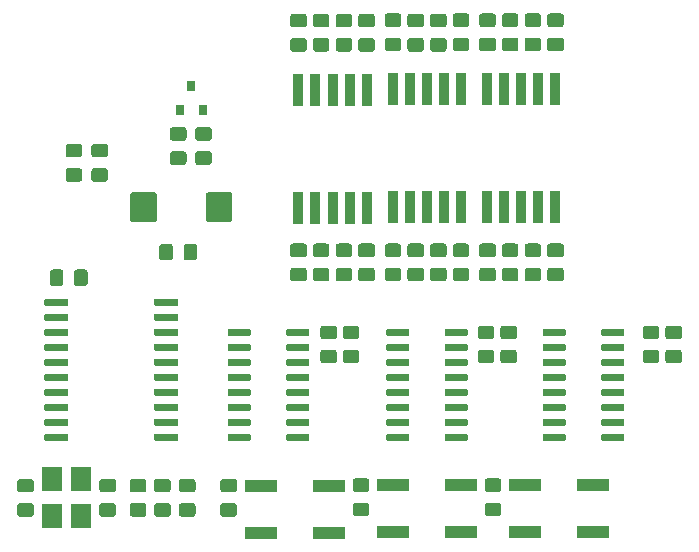
<source format=gbr>
G04 #@! TF.GenerationSoftware,KiCad,Pcbnew,(5.1.5-0-10_14)*
G04 #@! TF.CreationDate,2020-02-02T16:03:58+03:00*
G04 #@! TF.ProjectId,timer,74696d65-722e-46b6-9963-61645f706362,rev?*
G04 #@! TF.SameCoordinates,Original*
G04 #@! TF.FileFunction,Paste,Top*
G04 #@! TF.FilePolarity,Positive*
%FSLAX46Y46*%
G04 Gerber Fmt 4.6, Leading zero omitted, Abs format (unit mm)*
G04 Created by KiCad (PCBNEW (5.1.5-0-10_14)) date 2020-02-02 16:03:58*
%MOMM*%
%LPD*%
G04 APERTURE LIST*
%ADD10C,0.100000*%
%ADD11R,0.800000X0.900000*%
%ADD12R,1.800000X2.100000*%
%ADD13R,0.900000X2.800000*%
%ADD14R,2.750000X1.000000*%
G04 APERTURE END LIST*
D10*
G36*
X152689505Y-97786204D02*
G01*
X152713773Y-97789804D01*
X152737572Y-97795765D01*
X152760671Y-97804030D01*
X152782850Y-97814520D01*
X152803893Y-97827132D01*
X152823599Y-97841747D01*
X152841777Y-97858223D01*
X152858253Y-97876401D01*
X152872868Y-97896107D01*
X152885480Y-97917150D01*
X152895970Y-97939329D01*
X152904235Y-97962428D01*
X152910196Y-97986227D01*
X152913796Y-98010495D01*
X152915000Y-98034999D01*
X152915000Y-100085001D01*
X152913796Y-100109505D01*
X152910196Y-100133773D01*
X152904235Y-100157572D01*
X152895970Y-100180671D01*
X152885480Y-100202850D01*
X152872868Y-100223893D01*
X152858253Y-100243599D01*
X152841777Y-100261777D01*
X152823599Y-100278253D01*
X152803893Y-100292868D01*
X152782850Y-100305480D01*
X152760671Y-100315970D01*
X152737572Y-100324235D01*
X152713773Y-100330196D01*
X152689505Y-100333796D01*
X152665001Y-100335000D01*
X150914999Y-100335000D01*
X150890495Y-100333796D01*
X150866227Y-100330196D01*
X150842428Y-100324235D01*
X150819329Y-100315970D01*
X150797150Y-100305480D01*
X150776107Y-100292868D01*
X150756401Y-100278253D01*
X150738223Y-100261777D01*
X150721747Y-100243599D01*
X150707132Y-100223893D01*
X150694520Y-100202850D01*
X150684030Y-100180671D01*
X150675765Y-100157572D01*
X150669804Y-100133773D01*
X150666204Y-100109505D01*
X150665000Y-100085001D01*
X150665000Y-98034999D01*
X150666204Y-98010495D01*
X150669804Y-97986227D01*
X150675765Y-97962428D01*
X150684030Y-97939329D01*
X150694520Y-97917150D01*
X150707132Y-97896107D01*
X150721747Y-97876401D01*
X150738223Y-97858223D01*
X150756401Y-97841747D01*
X150776107Y-97827132D01*
X150797150Y-97814520D01*
X150819329Y-97804030D01*
X150842428Y-97795765D01*
X150866227Y-97789804D01*
X150890495Y-97786204D01*
X150914999Y-97785000D01*
X152665001Y-97785000D01*
X152689505Y-97786204D01*
G37*
G36*
X146289505Y-97786204D02*
G01*
X146313773Y-97789804D01*
X146337572Y-97795765D01*
X146360671Y-97804030D01*
X146382850Y-97814520D01*
X146403893Y-97827132D01*
X146423599Y-97841747D01*
X146441777Y-97858223D01*
X146458253Y-97876401D01*
X146472868Y-97896107D01*
X146485480Y-97917150D01*
X146495970Y-97939329D01*
X146504235Y-97962428D01*
X146510196Y-97986227D01*
X146513796Y-98010495D01*
X146515000Y-98034999D01*
X146515000Y-100085001D01*
X146513796Y-100109505D01*
X146510196Y-100133773D01*
X146504235Y-100157572D01*
X146495970Y-100180671D01*
X146485480Y-100202850D01*
X146472868Y-100223893D01*
X146458253Y-100243599D01*
X146441777Y-100261777D01*
X146423599Y-100278253D01*
X146403893Y-100292868D01*
X146382850Y-100305480D01*
X146360671Y-100315970D01*
X146337572Y-100324235D01*
X146313773Y-100330196D01*
X146289505Y-100333796D01*
X146265001Y-100335000D01*
X144514999Y-100335000D01*
X144490495Y-100333796D01*
X144466227Y-100330196D01*
X144442428Y-100324235D01*
X144419329Y-100315970D01*
X144397150Y-100305480D01*
X144376107Y-100292868D01*
X144356401Y-100278253D01*
X144338223Y-100261777D01*
X144321747Y-100243599D01*
X144307132Y-100223893D01*
X144294520Y-100202850D01*
X144284030Y-100180671D01*
X144275765Y-100157572D01*
X144269804Y-100133773D01*
X144266204Y-100109505D01*
X144265000Y-100085001D01*
X144265000Y-98034999D01*
X144266204Y-98010495D01*
X144269804Y-97986227D01*
X144275765Y-97962428D01*
X144284030Y-97939329D01*
X144294520Y-97917150D01*
X144307132Y-97896107D01*
X144321747Y-97876401D01*
X144338223Y-97858223D01*
X144356401Y-97841747D01*
X144376107Y-97827132D01*
X144397150Y-97814520D01*
X144419329Y-97804030D01*
X144442428Y-97795765D01*
X144466227Y-97789804D01*
X144490495Y-97786204D01*
X144514999Y-97785000D01*
X146265001Y-97785000D01*
X146289505Y-97786204D01*
G37*
G36*
X188840905Y-111128004D02*
G01*
X188865173Y-111131604D01*
X188888972Y-111137565D01*
X188912071Y-111145830D01*
X188934250Y-111156320D01*
X188955293Y-111168932D01*
X188974999Y-111183547D01*
X188993177Y-111200023D01*
X189009653Y-111218201D01*
X189024268Y-111237907D01*
X189036880Y-111258950D01*
X189047370Y-111281129D01*
X189055635Y-111304228D01*
X189061596Y-111328027D01*
X189065196Y-111352295D01*
X189066400Y-111376799D01*
X189066400Y-112026801D01*
X189065196Y-112051305D01*
X189061596Y-112075573D01*
X189055635Y-112099372D01*
X189047370Y-112122471D01*
X189036880Y-112144650D01*
X189024268Y-112165693D01*
X189009653Y-112185399D01*
X188993177Y-112203577D01*
X188974999Y-112220053D01*
X188955293Y-112234668D01*
X188934250Y-112247280D01*
X188912071Y-112257770D01*
X188888972Y-112266035D01*
X188865173Y-112271996D01*
X188840905Y-112275596D01*
X188816401Y-112276800D01*
X187916399Y-112276800D01*
X187891895Y-112275596D01*
X187867627Y-112271996D01*
X187843828Y-112266035D01*
X187820729Y-112257770D01*
X187798550Y-112247280D01*
X187777507Y-112234668D01*
X187757801Y-112220053D01*
X187739623Y-112203577D01*
X187723147Y-112185399D01*
X187708532Y-112165693D01*
X187695920Y-112144650D01*
X187685430Y-112122471D01*
X187677165Y-112099372D01*
X187671204Y-112075573D01*
X187667604Y-112051305D01*
X187666400Y-112026801D01*
X187666400Y-111376799D01*
X187667604Y-111352295D01*
X187671204Y-111328027D01*
X187677165Y-111304228D01*
X187685430Y-111281129D01*
X187695920Y-111258950D01*
X187708532Y-111237907D01*
X187723147Y-111218201D01*
X187739623Y-111200023D01*
X187757801Y-111183547D01*
X187777507Y-111168932D01*
X187798550Y-111156320D01*
X187820729Y-111145830D01*
X187843828Y-111137565D01*
X187867627Y-111131604D01*
X187891895Y-111128004D01*
X187916399Y-111126800D01*
X188816401Y-111126800D01*
X188840905Y-111128004D01*
G37*
G36*
X188840905Y-109078004D02*
G01*
X188865173Y-109081604D01*
X188888972Y-109087565D01*
X188912071Y-109095830D01*
X188934250Y-109106320D01*
X188955293Y-109118932D01*
X188974999Y-109133547D01*
X188993177Y-109150023D01*
X189009653Y-109168201D01*
X189024268Y-109187907D01*
X189036880Y-109208950D01*
X189047370Y-109231129D01*
X189055635Y-109254228D01*
X189061596Y-109278027D01*
X189065196Y-109302295D01*
X189066400Y-109326799D01*
X189066400Y-109976801D01*
X189065196Y-110001305D01*
X189061596Y-110025573D01*
X189055635Y-110049372D01*
X189047370Y-110072471D01*
X189036880Y-110094650D01*
X189024268Y-110115693D01*
X189009653Y-110135399D01*
X188993177Y-110153577D01*
X188974999Y-110170053D01*
X188955293Y-110184668D01*
X188934250Y-110197280D01*
X188912071Y-110207770D01*
X188888972Y-110216035D01*
X188865173Y-110221996D01*
X188840905Y-110225596D01*
X188816401Y-110226800D01*
X187916399Y-110226800D01*
X187891895Y-110225596D01*
X187867627Y-110221996D01*
X187843828Y-110216035D01*
X187820729Y-110207770D01*
X187798550Y-110197280D01*
X187777507Y-110184668D01*
X187757801Y-110170053D01*
X187739623Y-110153577D01*
X187723147Y-110135399D01*
X187708532Y-110115693D01*
X187695920Y-110094650D01*
X187685430Y-110072471D01*
X187677165Y-110049372D01*
X187671204Y-110025573D01*
X187667604Y-110001305D01*
X187666400Y-109976801D01*
X187666400Y-109326799D01*
X187667604Y-109302295D01*
X187671204Y-109278027D01*
X187677165Y-109254228D01*
X187685430Y-109231129D01*
X187695920Y-109208950D01*
X187708532Y-109187907D01*
X187723147Y-109168201D01*
X187739623Y-109150023D01*
X187757801Y-109133547D01*
X187777507Y-109118932D01*
X187798550Y-109106320D01*
X187820729Y-109095830D01*
X187843828Y-109087565D01*
X187867627Y-109081604D01*
X187891895Y-109078004D01*
X187916399Y-109076800D01*
X188816401Y-109076800D01*
X188840905Y-109078004D01*
G37*
G36*
X174870905Y-111128004D02*
G01*
X174895173Y-111131604D01*
X174918972Y-111137565D01*
X174942071Y-111145830D01*
X174964250Y-111156320D01*
X174985293Y-111168932D01*
X175004999Y-111183547D01*
X175023177Y-111200023D01*
X175039653Y-111218201D01*
X175054268Y-111237907D01*
X175066880Y-111258950D01*
X175077370Y-111281129D01*
X175085635Y-111304228D01*
X175091596Y-111328027D01*
X175095196Y-111352295D01*
X175096400Y-111376799D01*
X175096400Y-112026801D01*
X175095196Y-112051305D01*
X175091596Y-112075573D01*
X175085635Y-112099372D01*
X175077370Y-112122471D01*
X175066880Y-112144650D01*
X175054268Y-112165693D01*
X175039653Y-112185399D01*
X175023177Y-112203577D01*
X175004999Y-112220053D01*
X174985293Y-112234668D01*
X174964250Y-112247280D01*
X174942071Y-112257770D01*
X174918972Y-112266035D01*
X174895173Y-112271996D01*
X174870905Y-112275596D01*
X174846401Y-112276800D01*
X173946399Y-112276800D01*
X173921895Y-112275596D01*
X173897627Y-112271996D01*
X173873828Y-112266035D01*
X173850729Y-112257770D01*
X173828550Y-112247280D01*
X173807507Y-112234668D01*
X173787801Y-112220053D01*
X173769623Y-112203577D01*
X173753147Y-112185399D01*
X173738532Y-112165693D01*
X173725920Y-112144650D01*
X173715430Y-112122471D01*
X173707165Y-112099372D01*
X173701204Y-112075573D01*
X173697604Y-112051305D01*
X173696400Y-112026801D01*
X173696400Y-111376799D01*
X173697604Y-111352295D01*
X173701204Y-111328027D01*
X173707165Y-111304228D01*
X173715430Y-111281129D01*
X173725920Y-111258950D01*
X173738532Y-111237907D01*
X173753147Y-111218201D01*
X173769623Y-111200023D01*
X173787801Y-111183547D01*
X173807507Y-111168932D01*
X173828550Y-111156320D01*
X173850729Y-111145830D01*
X173873828Y-111137565D01*
X173897627Y-111131604D01*
X173921895Y-111128004D01*
X173946399Y-111126800D01*
X174846401Y-111126800D01*
X174870905Y-111128004D01*
G37*
G36*
X174870905Y-109078004D02*
G01*
X174895173Y-109081604D01*
X174918972Y-109087565D01*
X174942071Y-109095830D01*
X174964250Y-109106320D01*
X174985293Y-109118932D01*
X175004999Y-109133547D01*
X175023177Y-109150023D01*
X175039653Y-109168201D01*
X175054268Y-109187907D01*
X175066880Y-109208950D01*
X175077370Y-109231129D01*
X175085635Y-109254228D01*
X175091596Y-109278027D01*
X175095196Y-109302295D01*
X175096400Y-109326799D01*
X175096400Y-109976801D01*
X175095196Y-110001305D01*
X175091596Y-110025573D01*
X175085635Y-110049372D01*
X175077370Y-110072471D01*
X175066880Y-110094650D01*
X175054268Y-110115693D01*
X175039653Y-110135399D01*
X175023177Y-110153577D01*
X175004999Y-110170053D01*
X174985293Y-110184668D01*
X174964250Y-110197280D01*
X174942071Y-110207770D01*
X174918972Y-110216035D01*
X174895173Y-110221996D01*
X174870905Y-110225596D01*
X174846401Y-110226800D01*
X173946399Y-110226800D01*
X173921895Y-110225596D01*
X173897627Y-110221996D01*
X173873828Y-110216035D01*
X173850729Y-110207770D01*
X173828550Y-110197280D01*
X173807507Y-110184668D01*
X173787801Y-110170053D01*
X173769623Y-110153577D01*
X173753147Y-110135399D01*
X173738532Y-110115693D01*
X173725920Y-110094650D01*
X173715430Y-110072471D01*
X173707165Y-110049372D01*
X173701204Y-110025573D01*
X173697604Y-110001305D01*
X173696400Y-109976801D01*
X173696400Y-109326799D01*
X173697604Y-109302295D01*
X173701204Y-109278027D01*
X173707165Y-109254228D01*
X173715430Y-109231129D01*
X173725920Y-109208950D01*
X173738532Y-109187907D01*
X173753147Y-109168201D01*
X173769623Y-109150023D01*
X173787801Y-109133547D01*
X173807507Y-109118932D01*
X173828550Y-109106320D01*
X173850729Y-109095830D01*
X173873828Y-109087565D01*
X173897627Y-109081604D01*
X173921895Y-109078004D01*
X173946399Y-109076800D01*
X174846401Y-109076800D01*
X174870905Y-109078004D01*
G37*
G36*
X161535905Y-111128004D02*
G01*
X161560173Y-111131604D01*
X161583972Y-111137565D01*
X161607071Y-111145830D01*
X161629250Y-111156320D01*
X161650293Y-111168932D01*
X161669999Y-111183547D01*
X161688177Y-111200023D01*
X161704653Y-111218201D01*
X161719268Y-111237907D01*
X161731880Y-111258950D01*
X161742370Y-111281129D01*
X161750635Y-111304228D01*
X161756596Y-111328027D01*
X161760196Y-111352295D01*
X161761400Y-111376799D01*
X161761400Y-112026801D01*
X161760196Y-112051305D01*
X161756596Y-112075573D01*
X161750635Y-112099372D01*
X161742370Y-112122471D01*
X161731880Y-112144650D01*
X161719268Y-112165693D01*
X161704653Y-112185399D01*
X161688177Y-112203577D01*
X161669999Y-112220053D01*
X161650293Y-112234668D01*
X161629250Y-112247280D01*
X161607071Y-112257770D01*
X161583972Y-112266035D01*
X161560173Y-112271996D01*
X161535905Y-112275596D01*
X161511401Y-112276800D01*
X160611399Y-112276800D01*
X160586895Y-112275596D01*
X160562627Y-112271996D01*
X160538828Y-112266035D01*
X160515729Y-112257770D01*
X160493550Y-112247280D01*
X160472507Y-112234668D01*
X160452801Y-112220053D01*
X160434623Y-112203577D01*
X160418147Y-112185399D01*
X160403532Y-112165693D01*
X160390920Y-112144650D01*
X160380430Y-112122471D01*
X160372165Y-112099372D01*
X160366204Y-112075573D01*
X160362604Y-112051305D01*
X160361400Y-112026801D01*
X160361400Y-111376799D01*
X160362604Y-111352295D01*
X160366204Y-111328027D01*
X160372165Y-111304228D01*
X160380430Y-111281129D01*
X160390920Y-111258950D01*
X160403532Y-111237907D01*
X160418147Y-111218201D01*
X160434623Y-111200023D01*
X160452801Y-111183547D01*
X160472507Y-111168932D01*
X160493550Y-111156320D01*
X160515729Y-111145830D01*
X160538828Y-111137565D01*
X160562627Y-111131604D01*
X160586895Y-111128004D01*
X160611399Y-111126800D01*
X161511401Y-111126800D01*
X161535905Y-111128004D01*
G37*
G36*
X161535905Y-109078004D02*
G01*
X161560173Y-109081604D01*
X161583972Y-109087565D01*
X161607071Y-109095830D01*
X161629250Y-109106320D01*
X161650293Y-109118932D01*
X161669999Y-109133547D01*
X161688177Y-109150023D01*
X161704653Y-109168201D01*
X161719268Y-109187907D01*
X161731880Y-109208950D01*
X161742370Y-109231129D01*
X161750635Y-109254228D01*
X161756596Y-109278027D01*
X161760196Y-109302295D01*
X161761400Y-109326799D01*
X161761400Y-109976801D01*
X161760196Y-110001305D01*
X161756596Y-110025573D01*
X161750635Y-110049372D01*
X161742370Y-110072471D01*
X161731880Y-110094650D01*
X161719268Y-110115693D01*
X161704653Y-110135399D01*
X161688177Y-110153577D01*
X161669999Y-110170053D01*
X161650293Y-110184668D01*
X161629250Y-110197280D01*
X161607071Y-110207770D01*
X161583972Y-110216035D01*
X161560173Y-110221996D01*
X161535905Y-110225596D01*
X161511401Y-110226800D01*
X160611399Y-110226800D01*
X160586895Y-110225596D01*
X160562627Y-110221996D01*
X160538828Y-110216035D01*
X160515729Y-110207770D01*
X160493550Y-110197280D01*
X160472507Y-110184668D01*
X160452801Y-110170053D01*
X160434623Y-110153577D01*
X160418147Y-110135399D01*
X160403532Y-110115693D01*
X160390920Y-110094650D01*
X160380430Y-110072471D01*
X160372165Y-110049372D01*
X160366204Y-110025573D01*
X160362604Y-110001305D01*
X160361400Y-109976801D01*
X160361400Y-109326799D01*
X160362604Y-109302295D01*
X160366204Y-109278027D01*
X160372165Y-109254228D01*
X160380430Y-109231129D01*
X160390920Y-109208950D01*
X160403532Y-109187907D01*
X160418147Y-109168201D01*
X160434623Y-109150023D01*
X160452801Y-109133547D01*
X160472507Y-109118932D01*
X160493550Y-109106320D01*
X160515729Y-109095830D01*
X160538828Y-109087565D01*
X160562627Y-109081604D01*
X160586895Y-109078004D01*
X160611399Y-109076800D01*
X161511401Y-109076800D01*
X161535905Y-109078004D01*
G37*
G36*
X175455105Y-124073004D02*
G01*
X175479373Y-124076604D01*
X175503172Y-124082565D01*
X175526271Y-124090830D01*
X175548450Y-124101320D01*
X175569493Y-124113932D01*
X175589199Y-124128547D01*
X175607377Y-124145023D01*
X175623853Y-124163201D01*
X175638468Y-124182907D01*
X175651080Y-124203950D01*
X175661570Y-124226129D01*
X175669835Y-124249228D01*
X175675796Y-124273027D01*
X175679396Y-124297295D01*
X175680600Y-124321799D01*
X175680600Y-124971801D01*
X175679396Y-124996305D01*
X175675796Y-125020573D01*
X175669835Y-125044372D01*
X175661570Y-125067471D01*
X175651080Y-125089650D01*
X175638468Y-125110693D01*
X175623853Y-125130399D01*
X175607377Y-125148577D01*
X175589199Y-125165053D01*
X175569493Y-125179668D01*
X175548450Y-125192280D01*
X175526271Y-125202770D01*
X175503172Y-125211035D01*
X175479373Y-125216996D01*
X175455105Y-125220596D01*
X175430601Y-125221800D01*
X174530599Y-125221800D01*
X174506095Y-125220596D01*
X174481827Y-125216996D01*
X174458028Y-125211035D01*
X174434929Y-125202770D01*
X174412750Y-125192280D01*
X174391707Y-125179668D01*
X174372001Y-125165053D01*
X174353823Y-125148577D01*
X174337347Y-125130399D01*
X174322732Y-125110693D01*
X174310120Y-125089650D01*
X174299630Y-125067471D01*
X174291365Y-125044372D01*
X174285404Y-125020573D01*
X174281804Y-124996305D01*
X174280600Y-124971801D01*
X174280600Y-124321799D01*
X174281804Y-124297295D01*
X174285404Y-124273027D01*
X174291365Y-124249228D01*
X174299630Y-124226129D01*
X174310120Y-124203950D01*
X174322732Y-124182907D01*
X174337347Y-124163201D01*
X174353823Y-124145023D01*
X174372001Y-124128547D01*
X174391707Y-124113932D01*
X174412750Y-124101320D01*
X174434929Y-124090830D01*
X174458028Y-124082565D01*
X174481827Y-124076604D01*
X174506095Y-124073004D01*
X174530599Y-124071800D01*
X175430601Y-124071800D01*
X175455105Y-124073004D01*
G37*
G36*
X175455105Y-122023004D02*
G01*
X175479373Y-122026604D01*
X175503172Y-122032565D01*
X175526271Y-122040830D01*
X175548450Y-122051320D01*
X175569493Y-122063932D01*
X175589199Y-122078547D01*
X175607377Y-122095023D01*
X175623853Y-122113201D01*
X175638468Y-122132907D01*
X175651080Y-122153950D01*
X175661570Y-122176129D01*
X175669835Y-122199228D01*
X175675796Y-122223027D01*
X175679396Y-122247295D01*
X175680600Y-122271799D01*
X175680600Y-122921801D01*
X175679396Y-122946305D01*
X175675796Y-122970573D01*
X175669835Y-122994372D01*
X175661570Y-123017471D01*
X175651080Y-123039650D01*
X175638468Y-123060693D01*
X175623853Y-123080399D01*
X175607377Y-123098577D01*
X175589199Y-123115053D01*
X175569493Y-123129668D01*
X175548450Y-123142280D01*
X175526271Y-123152770D01*
X175503172Y-123161035D01*
X175479373Y-123166996D01*
X175455105Y-123170596D01*
X175430601Y-123171800D01*
X174530599Y-123171800D01*
X174506095Y-123170596D01*
X174481827Y-123166996D01*
X174458028Y-123161035D01*
X174434929Y-123152770D01*
X174412750Y-123142280D01*
X174391707Y-123129668D01*
X174372001Y-123115053D01*
X174353823Y-123098577D01*
X174337347Y-123080399D01*
X174322732Y-123060693D01*
X174310120Y-123039650D01*
X174299630Y-123017471D01*
X174291365Y-122994372D01*
X174285404Y-122970573D01*
X174281804Y-122946305D01*
X174280600Y-122921801D01*
X174280600Y-122271799D01*
X174281804Y-122247295D01*
X174285404Y-122223027D01*
X174291365Y-122199228D01*
X174299630Y-122176129D01*
X174310120Y-122153950D01*
X174322732Y-122132907D01*
X174337347Y-122113201D01*
X174353823Y-122095023D01*
X174372001Y-122078547D01*
X174391707Y-122063932D01*
X174412750Y-122051320D01*
X174434929Y-122040830D01*
X174458028Y-122032565D01*
X174481827Y-122026604D01*
X174506095Y-122023004D01*
X174530599Y-122021800D01*
X175430601Y-122021800D01*
X175455105Y-122023004D01*
G37*
G36*
X164279105Y-124063204D02*
G01*
X164303373Y-124066804D01*
X164327172Y-124072765D01*
X164350271Y-124081030D01*
X164372450Y-124091520D01*
X164393493Y-124104132D01*
X164413199Y-124118747D01*
X164431377Y-124135223D01*
X164447853Y-124153401D01*
X164462468Y-124173107D01*
X164475080Y-124194150D01*
X164485570Y-124216329D01*
X164493835Y-124239428D01*
X164499796Y-124263227D01*
X164503396Y-124287495D01*
X164504600Y-124311999D01*
X164504600Y-124962001D01*
X164503396Y-124986505D01*
X164499796Y-125010773D01*
X164493835Y-125034572D01*
X164485570Y-125057671D01*
X164475080Y-125079850D01*
X164462468Y-125100893D01*
X164447853Y-125120599D01*
X164431377Y-125138777D01*
X164413199Y-125155253D01*
X164393493Y-125169868D01*
X164372450Y-125182480D01*
X164350271Y-125192970D01*
X164327172Y-125201235D01*
X164303373Y-125207196D01*
X164279105Y-125210796D01*
X164254601Y-125212000D01*
X163354599Y-125212000D01*
X163330095Y-125210796D01*
X163305827Y-125207196D01*
X163282028Y-125201235D01*
X163258929Y-125192970D01*
X163236750Y-125182480D01*
X163215707Y-125169868D01*
X163196001Y-125155253D01*
X163177823Y-125138777D01*
X163161347Y-125120599D01*
X163146732Y-125100893D01*
X163134120Y-125079850D01*
X163123630Y-125057671D01*
X163115365Y-125034572D01*
X163109404Y-125010773D01*
X163105804Y-124986505D01*
X163104600Y-124962001D01*
X163104600Y-124311999D01*
X163105804Y-124287495D01*
X163109404Y-124263227D01*
X163115365Y-124239428D01*
X163123630Y-124216329D01*
X163134120Y-124194150D01*
X163146732Y-124173107D01*
X163161347Y-124153401D01*
X163177823Y-124135223D01*
X163196001Y-124118747D01*
X163215707Y-124104132D01*
X163236750Y-124091520D01*
X163258929Y-124081030D01*
X163282028Y-124072765D01*
X163305827Y-124066804D01*
X163330095Y-124063204D01*
X163354599Y-124062000D01*
X164254601Y-124062000D01*
X164279105Y-124063204D01*
G37*
G36*
X164279105Y-122013204D02*
G01*
X164303373Y-122016804D01*
X164327172Y-122022765D01*
X164350271Y-122031030D01*
X164372450Y-122041520D01*
X164393493Y-122054132D01*
X164413199Y-122068747D01*
X164431377Y-122085223D01*
X164447853Y-122103401D01*
X164462468Y-122123107D01*
X164475080Y-122144150D01*
X164485570Y-122166329D01*
X164493835Y-122189428D01*
X164499796Y-122213227D01*
X164503396Y-122237495D01*
X164504600Y-122261999D01*
X164504600Y-122912001D01*
X164503396Y-122936505D01*
X164499796Y-122960773D01*
X164493835Y-122984572D01*
X164485570Y-123007671D01*
X164475080Y-123029850D01*
X164462468Y-123050893D01*
X164447853Y-123070599D01*
X164431377Y-123088777D01*
X164413199Y-123105253D01*
X164393493Y-123119868D01*
X164372450Y-123132480D01*
X164350271Y-123142970D01*
X164327172Y-123151235D01*
X164303373Y-123157196D01*
X164279105Y-123160796D01*
X164254601Y-123162000D01*
X163354599Y-123162000D01*
X163330095Y-123160796D01*
X163305827Y-123157196D01*
X163282028Y-123151235D01*
X163258929Y-123142970D01*
X163236750Y-123132480D01*
X163215707Y-123119868D01*
X163196001Y-123105253D01*
X163177823Y-123088777D01*
X163161347Y-123070599D01*
X163146732Y-123050893D01*
X163134120Y-123029850D01*
X163123630Y-123007671D01*
X163115365Y-122984572D01*
X163109404Y-122960773D01*
X163105804Y-122936505D01*
X163104600Y-122912001D01*
X163104600Y-122261999D01*
X163105804Y-122237495D01*
X163109404Y-122213227D01*
X163115365Y-122189428D01*
X163123630Y-122166329D01*
X163134120Y-122144150D01*
X163146732Y-122123107D01*
X163161347Y-122103401D01*
X163177823Y-122085223D01*
X163196001Y-122068747D01*
X163215707Y-122054132D01*
X163236750Y-122041520D01*
X163258929Y-122031030D01*
X163282028Y-122022765D01*
X163305827Y-122016804D01*
X163330095Y-122013204D01*
X163354599Y-122012000D01*
X164254601Y-122012000D01*
X164279105Y-122013204D01*
G37*
G36*
X149710505Y-102171204D02*
G01*
X149734773Y-102174804D01*
X149758572Y-102180765D01*
X149781671Y-102189030D01*
X149803850Y-102199520D01*
X149824893Y-102212132D01*
X149844599Y-102226747D01*
X149862777Y-102243223D01*
X149879253Y-102261401D01*
X149893868Y-102281107D01*
X149906480Y-102302150D01*
X149916970Y-102324329D01*
X149925235Y-102347428D01*
X149931196Y-102371227D01*
X149934796Y-102395495D01*
X149936000Y-102419999D01*
X149936000Y-103320001D01*
X149934796Y-103344505D01*
X149931196Y-103368773D01*
X149925235Y-103392572D01*
X149916970Y-103415671D01*
X149906480Y-103437850D01*
X149893868Y-103458893D01*
X149879253Y-103478599D01*
X149862777Y-103496777D01*
X149844599Y-103513253D01*
X149824893Y-103527868D01*
X149803850Y-103540480D01*
X149781671Y-103550970D01*
X149758572Y-103559235D01*
X149734773Y-103565196D01*
X149710505Y-103568796D01*
X149686001Y-103570000D01*
X149035999Y-103570000D01*
X149011495Y-103568796D01*
X148987227Y-103565196D01*
X148963428Y-103559235D01*
X148940329Y-103550970D01*
X148918150Y-103540480D01*
X148897107Y-103527868D01*
X148877401Y-103513253D01*
X148859223Y-103496777D01*
X148842747Y-103478599D01*
X148828132Y-103458893D01*
X148815520Y-103437850D01*
X148805030Y-103415671D01*
X148796765Y-103392572D01*
X148790804Y-103368773D01*
X148787204Y-103344505D01*
X148786000Y-103320001D01*
X148786000Y-102419999D01*
X148787204Y-102395495D01*
X148790804Y-102371227D01*
X148796765Y-102347428D01*
X148805030Y-102324329D01*
X148815520Y-102302150D01*
X148828132Y-102281107D01*
X148842747Y-102261401D01*
X148859223Y-102243223D01*
X148877401Y-102226747D01*
X148897107Y-102212132D01*
X148918150Y-102199520D01*
X148940329Y-102189030D01*
X148963428Y-102180765D01*
X148987227Y-102174804D01*
X149011495Y-102171204D01*
X149035999Y-102170000D01*
X149686001Y-102170000D01*
X149710505Y-102171204D01*
G37*
G36*
X147660505Y-102171204D02*
G01*
X147684773Y-102174804D01*
X147708572Y-102180765D01*
X147731671Y-102189030D01*
X147753850Y-102199520D01*
X147774893Y-102212132D01*
X147794599Y-102226747D01*
X147812777Y-102243223D01*
X147829253Y-102261401D01*
X147843868Y-102281107D01*
X147856480Y-102302150D01*
X147866970Y-102324329D01*
X147875235Y-102347428D01*
X147881196Y-102371227D01*
X147884796Y-102395495D01*
X147886000Y-102419999D01*
X147886000Y-103320001D01*
X147884796Y-103344505D01*
X147881196Y-103368773D01*
X147875235Y-103392572D01*
X147866970Y-103415671D01*
X147856480Y-103437850D01*
X147843868Y-103458893D01*
X147829253Y-103478599D01*
X147812777Y-103496777D01*
X147794599Y-103513253D01*
X147774893Y-103527868D01*
X147753850Y-103540480D01*
X147731671Y-103550970D01*
X147708572Y-103559235D01*
X147684773Y-103565196D01*
X147660505Y-103568796D01*
X147636001Y-103570000D01*
X146985999Y-103570000D01*
X146961495Y-103568796D01*
X146937227Y-103565196D01*
X146913428Y-103559235D01*
X146890329Y-103550970D01*
X146868150Y-103540480D01*
X146847107Y-103527868D01*
X146827401Y-103513253D01*
X146809223Y-103496777D01*
X146792747Y-103478599D01*
X146778132Y-103458893D01*
X146765520Y-103437850D01*
X146755030Y-103415671D01*
X146746765Y-103392572D01*
X146740804Y-103368773D01*
X146737204Y-103344505D01*
X146736000Y-103320001D01*
X146736000Y-102419999D01*
X146737204Y-102395495D01*
X146740804Y-102371227D01*
X146746765Y-102347428D01*
X146755030Y-102324329D01*
X146765520Y-102302150D01*
X146778132Y-102281107D01*
X146792747Y-102261401D01*
X146809223Y-102243223D01*
X146827401Y-102226747D01*
X146847107Y-102212132D01*
X146868150Y-102199520D01*
X146890329Y-102189030D01*
X146913428Y-102180765D01*
X146937227Y-102174804D01*
X146961495Y-102171204D01*
X146985999Y-102170000D01*
X147636001Y-102170000D01*
X147660505Y-102171204D01*
G37*
G36*
X142838505Y-124114004D02*
G01*
X142862773Y-124117604D01*
X142886572Y-124123565D01*
X142909671Y-124131830D01*
X142931850Y-124142320D01*
X142952893Y-124154932D01*
X142972599Y-124169547D01*
X142990777Y-124186023D01*
X143007253Y-124204201D01*
X143021868Y-124223907D01*
X143034480Y-124244950D01*
X143044970Y-124267129D01*
X143053235Y-124290228D01*
X143059196Y-124314027D01*
X143062796Y-124338295D01*
X143064000Y-124362799D01*
X143064000Y-125012801D01*
X143062796Y-125037305D01*
X143059196Y-125061573D01*
X143053235Y-125085372D01*
X143044970Y-125108471D01*
X143034480Y-125130650D01*
X143021868Y-125151693D01*
X143007253Y-125171399D01*
X142990777Y-125189577D01*
X142972599Y-125206053D01*
X142952893Y-125220668D01*
X142931850Y-125233280D01*
X142909671Y-125243770D01*
X142886572Y-125252035D01*
X142862773Y-125257996D01*
X142838505Y-125261596D01*
X142814001Y-125262800D01*
X141913999Y-125262800D01*
X141889495Y-125261596D01*
X141865227Y-125257996D01*
X141841428Y-125252035D01*
X141818329Y-125243770D01*
X141796150Y-125233280D01*
X141775107Y-125220668D01*
X141755401Y-125206053D01*
X141737223Y-125189577D01*
X141720747Y-125171399D01*
X141706132Y-125151693D01*
X141693520Y-125130650D01*
X141683030Y-125108471D01*
X141674765Y-125085372D01*
X141668804Y-125061573D01*
X141665204Y-125037305D01*
X141664000Y-125012801D01*
X141664000Y-124362799D01*
X141665204Y-124338295D01*
X141668804Y-124314027D01*
X141674765Y-124290228D01*
X141683030Y-124267129D01*
X141693520Y-124244950D01*
X141706132Y-124223907D01*
X141720747Y-124204201D01*
X141737223Y-124186023D01*
X141755401Y-124169547D01*
X141775107Y-124154932D01*
X141796150Y-124142320D01*
X141818329Y-124131830D01*
X141841428Y-124123565D01*
X141865227Y-124117604D01*
X141889495Y-124114004D01*
X141913999Y-124112800D01*
X142814001Y-124112800D01*
X142838505Y-124114004D01*
G37*
G36*
X142838505Y-122064004D02*
G01*
X142862773Y-122067604D01*
X142886572Y-122073565D01*
X142909671Y-122081830D01*
X142931850Y-122092320D01*
X142952893Y-122104932D01*
X142972599Y-122119547D01*
X142990777Y-122136023D01*
X143007253Y-122154201D01*
X143021868Y-122173907D01*
X143034480Y-122194950D01*
X143044970Y-122217129D01*
X143053235Y-122240228D01*
X143059196Y-122264027D01*
X143062796Y-122288295D01*
X143064000Y-122312799D01*
X143064000Y-122962801D01*
X143062796Y-122987305D01*
X143059196Y-123011573D01*
X143053235Y-123035372D01*
X143044970Y-123058471D01*
X143034480Y-123080650D01*
X143021868Y-123101693D01*
X143007253Y-123121399D01*
X142990777Y-123139577D01*
X142972599Y-123156053D01*
X142952893Y-123170668D01*
X142931850Y-123183280D01*
X142909671Y-123193770D01*
X142886572Y-123202035D01*
X142862773Y-123207996D01*
X142838505Y-123211596D01*
X142814001Y-123212800D01*
X141913999Y-123212800D01*
X141889495Y-123211596D01*
X141865227Y-123207996D01*
X141841428Y-123202035D01*
X141818329Y-123193770D01*
X141796150Y-123183280D01*
X141775107Y-123170668D01*
X141755401Y-123156053D01*
X141737223Y-123139577D01*
X141720747Y-123121399D01*
X141706132Y-123101693D01*
X141693520Y-123080650D01*
X141683030Y-123058471D01*
X141674765Y-123035372D01*
X141668804Y-123011573D01*
X141665204Y-122987305D01*
X141664000Y-122962801D01*
X141664000Y-122312799D01*
X141665204Y-122288295D01*
X141668804Y-122264027D01*
X141674765Y-122240228D01*
X141683030Y-122217129D01*
X141693520Y-122194950D01*
X141706132Y-122173907D01*
X141720747Y-122154201D01*
X141737223Y-122136023D01*
X141755401Y-122119547D01*
X141775107Y-122104932D01*
X141796150Y-122092320D01*
X141818329Y-122081830D01*
X141841428Y-122073565D01*
X141865227Y-122067604D01*
X141889495Y-122064004D01*
X141913999Y-122062800D01*
X142814001Y-122062800D01*
X142838505Y-122064004D01*
G37*
G36*
X153077705Y-124114004D02*
G01*
X153101973Y-124117604D01*
X153125772Y-124123565D01*
X153148871Y-124131830D01*
X153171050Y-124142320D01*
X153192093Y-124154932D01*
X153211799Y-124169547D01*
X153229977Y-124186023D01*
X153246453Y-124204201D01*
X153261068Y-124223907D01*
X153273680Y-124244950D01*
X153284170Y-124267129D01*
X153292435Y-124290228D01*
X153298396Y-124314027D01*
X153301996Y-124338295D01*
X153303200Y-124362799D01*
X153303200Y-125012801D01*
X153301996Y-125037305D01*
X153298396Y-125061573D01*
X153292435Y-125085372D01*
X153284170Y-125108471D01*
X153273680Y-125130650D01*
X153261068Y-125151693D01*
X153246453Y-125171399D01*
X153229977Y-125189577D01*
X153211799Y-125206053D01*
X153192093Y-125220668D01*
X153171050Y-125233280D01*
X153148871Y-125243770D01*
X153125772Y-125252035D01*
X153101973Y-125257996D01*
X153077705Y-125261596D01*
X153053201Y-125262800D01*
X152153199Y-125262800D01*
X152128695Y-125261596D01*
X152104427Y-125257996D01*
X152080628Y-125252035D01*
X152057529Y-125243770D01*
X152035350Y-125233280D01*
X152014307Y-125220668D01*
X151994601Y-125206053D01*
X151976423Y-125189577D01*
X151959947Y-125171399D01*
X151945332Y-125151693D01*
X151932720Y-125130650D01*
X151922230Y-125108471D01*
X151913965Y-125085372D01*
X151908004Y-125061573D01*
X151904404Y-125037305D01*
X151903200Y-125012801D01*
X151903200Y-124362799D01*
X151904404Y-124338295D01*
X151908004Y-124314027D01*
X151913965Y-124290228D01*
X151922230Y-124267129D01*
X151932720Y-124244950D01*
X151945332Y-124223907D01*
X151959947Y-124204201D01*
X151976423Y-124186023D01*
X151994601Y-124169547D01*
X152014307Y-124154932D01*
X152035350Y-124142320D01*
X152057529Y-124131830D01*
X152080628Y-124123565D01*
X152104427Y-124117604D01*
X152128695Y-124114004D01*
X152153199Y-124112800D01*
X153053201Y-124112800D01*
X153077705Y-124114004D01*
G37*
G36*
X153077705Y-122064004D02*
G01*
X153101973Y-122067604D01*
X153125772Y-122073565D01*
X153148871Y-122081830D01*
X153171050Y-122092320D01*
X153192093Y-122104932D01*
X153211799Y-122119547D01*
X153229977Y-122136023D01*
X153246453Y-122154201D01*
X153261068Y-122173907D01*
X153273680Y-122194950D01*
X153284170Y-122217129D01*
X153292435Y-122240228D01*
X153298396Y-122264027D01*
X153301996Y-122288295D01*
X153303200Y-122312799D01*
X153303200Y-122962801D01*
X153301996Y-122987305D01*
X153298396Y-123011573D01*
X153292435Y-123035372D01*
X153284170Y-123058471D01*
X153273680Y-123080650D01*
X153261068Y-123101693D01*
X153246453Y-123121399D01*
X153229977Y-123139577D01*
X153211799Y-123156053D01*
X153192093Y-123170668D01*
X153171050Y-123183280D01*
X153148871Y-123193770D01*
X153125772Y-123202035D01*
X153101973Y-123207996D01*
X153077705Y-123211596D01*
X153053201Y-123212800D01*
X152153199Y-123212800D01*
X152128695Y-123211596D01*
X152104427Y-123207996D01*
X152080628Y-123202035D01*
X152057529Y-123193770D01*
X152035350Y-123183280D01*
X152014307Y-123170668D01*
X151994601Y-123156053D01*
X151976423Y-123139577D01*
X151959947Y-123121399D01*
X151945332Y-123101693D01*
X151932720Y-123080650D01*
X151922230Y-123058471D01*
X151913965Y-123035372D01*
X151908004Y-123011573D01*
X151904404Y-122987305D01*
X151903200Y-122962801D01*
X151903200Y-122312799D01*
X151904404Y-122288295D01*
X151908004Y-122264027D01*
X151913965Y-122240228D01*
X151922230Y-122217129D01*
X151932720Y-122194950D01*
X151945332Y-122173907D01*
X151959947Y-122154201D01*
X151976423Y-122136023D01*
X151994601Y-122119547D01*
X152014307Y-122104932D01*
X152035350Y-122092320D01*
X152057529Y-122081830D01*
X152080628Y-122073565D01*
X152104427Y-122067604D01*
X152128695Y-122064004D01*
X152153199Y-122062800D01*
X153053201Y-122062800D01*
X153077705Y-122064004D01*
G37*
G36*
X135878905Y-124114004D02*
G01*
X135903173Y-124117604D01*
X135926972Y-124123565D01*
X135950071Y-124131830D01*
X135972250Y-124142320D01*
X135993293Y-124154932D01*
X136012999Y-124169547D01*
X136031177Y-124186023D01*
X136047653Y-124204201D01*
X136062268Y-124223907D01*
X136074880Y-124244950D01*
X136085370Y-124267129D01*
X136093635Y-124290228D01*
X136099596Y-124314027D01*
X136103196Y-124338295D01*
X136104400Y-124362799D01*
X136104400Y-125012801D01*
X136103196Y-125037305D01*
X136099596Y-125061573D01*
X136093635Y-125085372D01*
X136085370Y-125108471D01*
X136074880Y-125130650D01*
X136062268Y-125151693D01*
X136047653Y-125171399D01*
X136031177Y-125189577D01*
X136012999Y-125206053D01*
X135993293Y-125220668D01*
X135972250Y-125233280D01*
X135950071Y-125243770D01*
X135926972Y-125252035D01*
X135903173Y-125257996D01*
X135878905Y-125261596D01*
X135854401Y-125262800D01*
X134954399Y-125262800D01*
X134929895Y-125261596D01*
X134905627Y-125257996D01*
X134881828Y-125252035D01*
X134858729Y-125243770D01*
X134836550Y-125233280D01*
X134815507Y-125220668D01*
X134795801Y-125206053D01*
X134777623Y-125189577D01*
X134761147Y-125171399D01*
X134746532Y-125151693D01*
X134733920Y-125130650D01*
X134723430Y-125108471D01*
X134715165Y-125085372D01*
X134709204Y-125061573D01*
X134705604Y-125037305D01*
X134704400Y-125012801D01*
X134704400Y-124362799D01*
X134705604Y-124338295D01*
X134709204Y-124314027D01*
X134715165Y-124290228D01*
X134723430Y-124267129D01*
X134733920Y-124244950D01*
X134746532Y-124223907D01*
X134761147Y-124204201D01*
X134777623Y-124186023D01*
X134795801Y-124169547D01*
X134815507Y-124154932D01*
X134836550Y-124142320D01*
X134858729Y-124131830D01*
X134881828Y-124123565D01*
X134905627Y-124117604D01*
X134929895Y-124114004D01*
X134954399Y-124112800D01*
X135854401Y-124112800D01*
X135878905Y-124114004D01*
G37*
G36*
X135878905Y-122064004D02*
G01*
X135903173Y-122067604D01*
X135926972Y-122073565D01*
X135950071Y-122081830D01*
X135972250Y-122092320D01*
X135993293Y-122104932D01*
X136012999Y-122119547D01*
X136031177Y-122136023D01*
X136047653Y-122154201D01*
X136062268Y-122173907D01*
X136074880Y-122194950D01*
X136085370Y-122217129D01*
X136093635Y-122240228D01*
X136099596Y-122264027D01*
X136103196Y-122288295D01*
X136104400Y-122312799D01*
X136104400Y-122962801D01*
X136103196Y-122987305D01*
X136099596Y-123011573D01*
X136093635Y-123035372D01*
X136085370Y-123058471D01*
X136074880Y-123080650D01*
X136062268Y-123101693D01*
X136047653Y-123121399D01*
X136031177Y-123139577D01*
X136012999Y-123156053D01*
X135993293Y-123170668D01*
X135972250Y-123183280D01*
X135950071Y-123193770D01*
X135926972Y-123202035D01*
X135903173Y-123207996D01*
X135878905Y-123211596D01*
X135854401Y-123212800D01*
X134954399Y-123212800D01*
X134929895Y-123211596D01*
X134905627Y-123207996D01*
X134881828Y-123202035D01*
X134858729Y-123193770D01*
X134836550Y-123183280D01*
X134815507Y-123170668D01*
X134795801Y-123156053D01*
X134777623Y-123139577D01*
X134761147Y-123121399D01*
X134746532Y-123101693D01*
X134733920Y-123080650D01*
X134723430Y-123058471D01*
X134715165Y-123035372D01*
X134709204Y-123011573D01*
X134705604Y-122987305D01*
X134704400Y-122962801D01*
X134704400Y-122312799D01*
X134705604Y-122288295D01*
X134709204Y-122264027D01*
X134715165Y-122240228D01*
X134723430Y-122217129D01*
X134733920Y-122194950D01*
X134746532Y-122173907D01*
X134761147Y-122154201D01*
X134777623Y-122136023D01*
X134795801Y-122119547D01*
X134815507Y-122104932D01*
X134836550Y-122092320D01*
X134858729Y-122081830D01*
X134881828Y-122073565D01*
X134905627Y-122067604D01*
X134929895Y-122064004D01*
X134954399Y-122062800D01*
X135854401Y-122062800D01*
X135878905Y-122064004D01*
G37*
G36*
X185966103Y-109352522D02*
G01*
X185980664Y-109354682D01*
X185994943Y-109358259D01*
X186008803Y-109363218D01*
X186022110Y-109369512D01*
X186034736Y-109377080D01*
X186046559Y-109385848D01*
X186057466Y-109395734D01*
X186067352Y-109406641D01*
X186076120Y-109418464D01*
X186083688Y-109431090D01*
X186089982Y-109444397D01*
X186094941Y-109458257D01*
X186098518Y-109472536D01*
X186100678Y-109487097D01*
X186101400Y-109501800D01*
X186101400Y-109801800D01*
X186100678Y-109816503D01*
X186098518Y-109831064D01*
X186094941Y-109845343D01*
X186089982Y-109859203D01*
X186083688Y-109872510D01*
X186076120Y-109885136D01*
X186067352Y-109896959D01*
X186057466Y-109907866D01*
X186046559Y-109917752D01*
X186034736Y-109926520D01*
X186022110Y-109934088D01*
X186008803Y-109940382D01*
X185994943Y-109945341D01*
X185980664Y-109948918D01*
X185966103Y-109951078D01*
X185951400Y-109951800D01*
X184301400Y-109951800D01*
X184286697Y-109951078D01*
X184272136Y-109948918D01*
X184257857Y-109945341D01*
X184243997Y-109940382D01*
X184230690Y-109934088D01*
X184218064Y-109926520D01*
X184206241Y-109917752D01*
X184195334Y-109907866D01*
X184185448Y-109896959D01*
X184176680Y-109885136D01*
X184169112Y-109872510D01*
X184162818Y-109859203D01*
X184157859Y-109845343D01*
X184154282Y-109831064D01*
X184152122Y-109816503D01*
X184151400Y-109801800D01*
X184151400Y-109501800D01*
X184152122Y-109487097D01*
X184154282Y-109472536D01*
X184157859Y-109458257D01*
X184162818Y-109444397D01*
X184169112Y-109431090D01*
X184176680Y-109418464D01*
X184185448Y-109406641D01*
X184195334Y-109395734D01*
X184206241Y-109385848D01*
X184218064Y-109377080D01*
X184230690Y-109369512D01*
X184243997Y-109363218D01*
X184257857Y-109358259D01*
X184272136Y-109354682D01*
X184286697Y-109352522D01*
X184301400Y-109351800D01*
X185951400Y-109351800D01*
X185966103Y-109352522D01*
G37*
G36*
X185966103Y-110622522D02*
G01*
X185980664Y-110624682D01*
X185994943Y-110628259D01*
X186008803Y-110633218D01*
X186022110Y-110639512D01*
X186034736Y-110647080D01*
X186046559Y-110655848D01*
X186057466Y-110665734D01*
X186067352Y-110676641D01*
X186076120Y-110688464D01*
X186083688Y-110701090D01*
X186089982Y-110714397D01*
X186094941Y-110728257D01*
X186098518Y-110742536D01*
X186100678Y-110757097D01*
X186101400Y-110771800D01*
X186101400Y-111071800D01*
X186100678Y-111086503D01*
X186098518Y-111101064D01*
X186094941Y-111115343D01*
X186089982Y-111129203D01*
X186083688Y-111142510D01*
X186076120Y-111155136D01*
X186067352Y-111166959D01*
X186057466Y-111177866D01*
X186046559Y-111187752D01*
X186034736Y-111196520D01*
X186022110Y-111204088D01*
X186008803Y-111210382D01*
X185994943Y-111215341D01*
X185980664Y-111218918D01*
X185966103Y-111221078D01*
X185951400Y-111221800D01*
X184301400Y-111221800D01*
X184286697Y-111221078D01*
X184272136Y-111218918D01*
X184257857Y-111215341D01*
X184243997Y-111210382D01*
X184230690Y-111204088D01*
X184218064Y-111196520D01*
X184206241Y-111187752D01*
X184195334Y-111177866D01*
X184185448Y-111166959D01*
X184176680Y-111155136D01*
X184169112Y-111142510D01*
X184162818Y-111129203D01*
X184157859Y-111115343D01*
X184154282Y-111101064D01*
X184152122Y-111086503D01*
X184151400Y-111071800D01*
X184151400Y-110771800D01*
X184152122Y-110757097D01*
X184154282Y-110742536D01*
X184157859Y-110728257D01*
X184162818Y-110714397D01*
X184169112Y-110701090D01*
X184176680Y-110688464D01*
X184185448Y-110676641D01*
X184195334Y-110665734D01*
X184206241Y-110655848D01*
X184218064Y-110647080D01*
X184230690Y-110639512D01*
X184243997Y-110633218D01*
X184257857Y-110628259D01*
X184272136Y-110624682D01*
X184286697Y-110622522D01*
X184301400Y-110621800D01*
X185951400Y-110621800D01*
X185966103Y-110622522D01*
G37*
G36*
X185966103Y-111892522D02*
G01*
X185980664Y-111894682D01*
X185994943Y-111898259D01*
X186008803Y-111903218D01*
X186022110Y-111909512D01*
X186034736Y-111917080D01*
X186046559Y-111925848D01*
X186057466Y-111935734D01*
X186067352Y-111946641D01*
X186076120Y-111958464D01*
X186083688Y-111971090D01*
X186089982Y-111984397D01*
X186094941Y-111998257D01*
X186098518Y-112012536D01*
X186100678Y-112027097D01*
X186101400Y-112041800D01*
X186101400Y-112341800D01*
X186100678Y-112356503D01*
X186098518Y-112371064D01*
X186094941Y-112385343D01*
X186089982Y-112399203D01*
X186083688Y-112412510D01*
X186076120Y-112425136D01*
X186067352Y-112436959D01*
X186057466Y-112447866D01*
X186046559Y-112457752D01*
X186034736Y-112466520D01*
X186022110Y-112474088D01*
X186008803Y-112480382D01*
X185994943Y-112485341D01*
X185980664Y-112488918D01*
X185966103Y-112491078D01*
X185951400Y-112491800D01*
X184301400Y-112491800D01*
X184286697Y-112491078D01*
X184272136Y-112488918D01*
X184257857Y-112485341D01*
X184243997Y-112480382D01*
X184230690Y-112474088D01*
X184218064Y-112466520D01*
X184206241Y-112457752D01*
X184195334Y-112447866D01*
X184185448Y-112436959D01*
X184176680Y-112425136D01*
X184169112Y-112412510D01*
X184162818Y-112399203D01*
X184157859Y-112385343D01*
X184154282Y-112371064D01*
X184152122Y-112356503D01*
X184151400Y-112341800D01*
X184151400Y-112041800D01*
X184152122Y-112027097D01*
X184154282Y-112012536D01*
X184157859Y-111998257D01*
X184162818Y-111984397D01*
X184169112Y-111971090D01*
X184176680Y-111958464D01*
X184185448Y-111946641D01*
X184195334Y-111935734D01*
X184206241Y-111925848D01*
X184218064Y-111917080D01*
X184230690Y-111909512D01*
X184243997Y-111903218D01*
X184257857Y-111898259D01*
X184272136Y-111894682D01*
X184286697Y-111892522D01*
X184301400Y-111891800D01*
X185951400Y-111891800D01*
X185966103Y-111892522D01*
G37*
G36*
X185966103Y-113162522D02*
G01*
X185980664Y-113164682D01*
X185994943Y-113168259D01*
X186008803Y-113173218D01*
X186022110Y-113179512D01*
X186034736Y-113187080D01*
X186046559Y-113195848D01*
X186057466Y-113205734D01*
X186067352Y-113216641D01*
X186076120Y-113228464D01*
X186083688Y-113241090D01*
X186089982Y-113254397D01*
X186094941Y-113268257D01*
X186098518Y-113282536D01*
X186100678Y-113297097D01*
X186101400Y-113311800D01*
X186101400Y-113611800D01*
X186100678Y-113626503D01*
X186098518Y-113641064D01*
X186094941Y-113655343D01*
X186089982Y-113669203D01*
X186083688Y-113682510D01*
X186076120Y-113695136D01*
X186067352Y-113706959D01*
X186057466Y-113717866D01*
X186046559Y-113727752D01*
X186034736Y-113736520D01*
X186022110Y-113744088D01*
X186008803Y-113750382D01*
X185994943Y-113755341D01*
X185980664Y-113758918D01*
X185966103Y-113761078D01*
X185951400Y-113761800D01*
X184301400Y-113761800D01*
X184286697Y-113761078D01*
X184272136Y-113758918D01*
X184257857Y-113755341D01*
X184243997Y-113750382D01*
X184230690Y-113744088D01*
X184218064Y-113736520D01*
X184206241Y-113727752D01*
X184195334Y-113717866D01*
X184185448Y-113706959D01*
X184176680Y-113695136D01*
X184169112Y-113682510D01*
X184162818Y-113669203D01*
X184157859Y-113655343D01*
X184154282Y-113641064D01*
X184152122Y-113626503D01*
X184151400Y-113611800D01*
X184151400Y-113311800D01*
X184152122Y-113297097D01*
X184154282Y-113282536D01*
X184157859Y-113268257D01*
X184162818Y-113254397D01*
X184169112Y-113241090D01*
X184176680Y-113228464D01*
X184185448Y-113216641D01*
X184195334Y-113205734D01*
X184206241Y-113195848D01*
X184218064Y-113187080D01*
X184230690Y-113179512D01*
X184243997Y-113173218D01*
X184257857Y-113168259D01*
X184272136Y-113164682D01*
X184286697Y-113162522D01*
X184301400Y-113161800D01*
X185951400Y-113161800D01*
X185966103Y-113162522D01*
G37*
G36*
X185966103Y-114432522D02*
G01*
X185980664Y-114434682D01*
X185994943Y-114438259D01*
X186008803Y-114443218D01*
X186022110Y-114449512D01*
X186034736Y-114457080D01*
X186046559Y-114465848D01*
X186057466Y-114475734D01*
X186067352Y-114486641D01*
X186076120Y-114498464D01*
X186083688Y-114511090D01*
X186089982Y-114524397D01*
X186094941Y-114538257D01*
X186098518Y-114552536D01*
X186100678Y-114567097D01*
X186101400Y-114581800D01*
X186101400Y-114881800D01*
X186100678Y-114896503D01*
X186098518Y-114911064D01*
X186094941Y-114925343D01*
X186089982Y-114939203D01*
X186083688Y-114952510D01*
X186076120Y-114965136D01*
X186067352Y-114976959D01*
X186057466Y-114987866D01*
X186046559Y-114997752D01*
X186034736Y-115006520D01*
X186022110Y-115014088D01*
X186008803Y-115020382D01*
X185994943Y-115025341D01*
X185980664Y-115028918D01*
X185966103Y-115031078D01*
X185951400Y-115031800D01*
X184301400Y-115031800D01*
X184286697Y-115031078D01*
X184272136Y-115028918D01*
X184257857Y-115025341D01*
X184243997Y-115020382D01*
X184230690Y-115014088D01*
X184218064Y-115006520D01*
X184206241Y-114997752D01*
X184195334Y-114987866D01*
X184185448Y-114976959D01*
X184176680Y-114965136D01*
X184169112Y-114952510D01*
X184162818Y-114939203D01*
X184157859Y-114925343D01*
X184154282Y-114911064D01*
X184152122Y-114896503D01*
X184151400Y-114881800D01*
X184151400Y-114581800D01*
X184152122Y-114567097D01*
X184154282Y-114552536D01*
X184157859Y-114538257D01*
X184162818Y-114524397D01*
X184169112Y-114511090D01*
X184176680Y-114498464D01*
X184185448Y-114486641D01*
X184195334Y-114475734D01*
X184206241Y-114465848D01*
X184218064Y-114457080D01*
X184230690Y-114449512D01*
X184243997Y-114443218D01*
X184257857Y-114438259D01*
X184272136Y-114434682D01*
X184286697Y-114432522D01*
X184301400Y-114431800D01*
X185951400Y-114431800D01*
X185966103Y-114432522D01*
G37*
G36*
X185966103Y-115702522D02*
G01*
X185980664Y-115704682D01*
X185994943Y-115708259D01*
X186008803Y-115713218D01*
X186022110Y-115719512D01*
X186034736Y-115727080D01*
X186046559Y-115735848D01*
X186057466Y-115745734D01*
X186067352Y-115756641D01*
X186076120Y-115768464D01*
X186083688Y-115781090D01*
X186089982Y-115794397D01*
X186094941Y-115808257D01*
X186098518Y-115822536D01*
X186100678Y-115837097D01*
X186101400Y-115851800D01*
X186101400Y-116151800D01*
X186100678Y-116166503D01*
X186098518Y-116181064D01*
X186094941Y-116195343D01*
X186089982Y-116209203D01*
X186083688Y-116222510D01*
X186076120Y-116235136D01*
X186067352Y-116246959D01*
X186057466Y-116257866D01*
X186046559Y-116267752D01*
X186034736Y-116276520D01*
X186022110Y-116284088D01*
X186008803Y-116290382D01*
X185994943Y-116295341D01*
X185980664Y-116298918D01*
X185966103Y-116301078D01*
X185951400Y-116301800D01*
X184301400Y-116301800D01*
X184286697Y-116301078D01*
X184272136Y-116298918D01*
X184257857Y-116295341D01*
X184243997Y-116290382D01*
X184230690Y-116284088D01*
X184218064Y-116276520D01*
X184206241Y-116267752D01*
X184195334Y-116257866D01*
X184185448Y-116246959D01*
X184176680Y-116235136D01*
X184169112Y-116222510D01*
X184162818Y-116209203D01*
X184157859Y-116195343D01*
X184154282Y-116181064D01*
X184152122Y-116166503D01*
X184151400Y-116151800D01*
X184151400Y-115851800D01*
X184152122Y-115837097D01*
X184154282Y-115822536D01*
X184157859Y-115808257D01*
X184162818Y-115794397D01*
X184169112Y-115781090D01*
X184176680Y-115768464D01*
X184185448Y-115756641D01*
X184195334Y-115745734D01*
X184206241Y-115735848D01*
X184218064Y-115727080D01*
X184230690Y-115719512D01*
X184243997Y-115713218D01*
X184257857Y-115708259D01*
X184272136Y-115704682D01*
X184286697Y-115702522D01*
X184301400Y-115701800D01*
X185951400Y-115701800D01*
X185966103Y-115702522D01*
G37*
G36*
X185966103Y-116972522D02*
G01*
X185980664Y-116974682D01*
X185994943Y-116978259D01*
X186008803Y-116983218D01*
X186022110Y-116989512D01*
X186034736Y-116997080D01*
X186046559Y-117005848D01*
X186057466Y-117015734D01*
X186067352Y-117026641D01*
X186076120Y-117038464D01*
X186083688Y-117051090D01*
X186089982Y-117064397D01*
X186094941Y-117078257D01*
X186098518Y-117092536D01*
X186100678Y-117107097D01*
X186101400Y-117121800D01*
X186101400Y-117421800D01*
X186100678Y-117436503D01*
X186098518Y-117451064D01*
X186094941Y-117465343D01*
X186089982Y-117479203D01*
X186083688Y-117492510D01*
X186076120Y-117505136D01*
X186067352Y-117516959D01*
X186057466Y-117527866D01*
X186046559Y-117537752D01*
X186034736Y-117546520D01*
X186022110Y-117554088D01*
X186008803Y-117560382D01*
X185994943Y-117565341D01*
X185980664Y-117568918D01*
X185966103Y-117571078D01*
X185951400Y-117571800D01*
X184301400Y-117571800D01*
X184286697Y-117571078D01*
X184272136Y-117568918D01*
X184257857Y-117565341D01*
X184243997Y-117560382D01*
X184230690Y-117554088D01*
X184218064Y-117546520D01*
X184206241Y-117537752D01*
X184195334Y-117527866D01*
X184185448Y-117516959D01*
X184176680Y-117505136D01*
X184169112Y-117492510D01*
X184162818Y-117479203D01*
X184157859Y-117465343D01*
X184154282Y-117451064D01*
X184152122Y-117436503D01*
X184151400Y-117421800D01*
X184151400Y-117121800D01*
X184152122Y-117107097D01*
X184154282Y-117092536D01*
X184157859Y-117078257D01*
X184162818Y-117064397D01*
X184169112Y-117051090D01*
X184176680Y-117038464D01*
X184185448Y-117026641D01*
X184195334Y-117015734D01*
X184206241Y-117005848D01*
X184218064Y-116997080D01*
X184230690Y-116989512D01*
X184243997Y-116983218D01*
X184257857Y-116978259D01*
X184272136Y-116974682D01*
X184286697Y-116972522D01*
X184301400Y-116971800D01*
X185951400Y-116971800D01*
X185966103Y-116972522D01*
G37*
G36*
X185966103Y-118242522D02*
G01*
X185980664Y-118244682D01*
X185994943Y-118248259D01*
X186008803Y-118253218D01*
X186022110Y-118259512D01*
X186034736Y-118267080D01*
X186046559Y-118275848D01*
X186057466Y-118285734D01*
X186067352Y-118296641D01*
X186076120Y-118308464D01*
X186083688Y-118321090D01*
X186089982Y-118334397D01*
X186094941Y-118348257D01*
X186098518Y-118362536D01*
X186100678Y-118377097D01*
X186101400Y-118391800D01*
X186101400Y-118691800D01*
X186100678Y-118706503D01*
X186098518Y-118721064D01*
X186094941Y-118735343D01*
X186089982Y-118749203D01*
X186083688Y-118762510D01*
X186076120Y-118775136D01*
X186067352Y-118786959D01*
X186057466Y-118797866D01*
X186046559Y-118807752D01*
X186034736Y-118816520D01*
X186022110Y-118824088D01*
X186008803Y-118830382D01*
X185994943Y-118835341D01*
X185980664Y-118838918D01*
X185966103Y-118841078D01*
X185951400Y-118841800D01*
X184301400Y-118841800D01*
X184286697Y-118841078D01*
X184272136Y-118838918D01*
X184257857Y-118835341D01*
X184243997Y-118830382D01*
X184230690Y-118824088D01*
X184218064Y-118816520D01*
X184206241Y-118807752D01*
X184195334Y-118797866D01*
X184185448Y-118786959D01*
X184176680Y-118775136D01*
X184169112Y-118762510D01*
X184162818Y-118749203D01*
X184157859Y-118735343D01*
X184154282Y-118721064D01*
X184152122Y-118706503D01*
X184151400Y-118691800D01*
X184151400Y-118391800D01*
X184152122Y-118377097D01*
X184154282Y-118362536D01*
X184157859Y-118348257D01*
X184162818Y-118334397D01*
X184169112Y-118321090D01*
X184176680Y-118308464D01*
X184185448Y-118296641D01*
X184195334Y-118285734D01*
X184206241Y-118275848D01*
X184218064Y-118267080D01*
X184230690Y-118259512D01*
X184243997Y-118253218D01*
X184257857Y-118248259D01*
X184272136Y-118244682D01*
X184286697Y-118242522D01*
X184301400Y-118241800D01*
X185951400Y-118241800D01*
X185966103Y-118242522D01*
G37*
G36*
X181016103Y-118242522D02*
G01*
X181030664Y-118244682D01*
X181044943Y-118248259D01*
X181058803Y-118253218D01*
X181072110Y-118259512D01*
X181084736Y-118267080D01*
X181096559Y-118275848D01*
X181107466Y-118285734D01*
X181117352Y-118296641D01*
X181126120Y-118308464D01*
X181133688Y-118321090D01*
X181139982Y-118334397D01*
X181144941Y-118348257D01*
X181148518Y-118362536D01*
X181150678Y-118377097D01*
X181151400Y-118391800D01*
X181151400Y-118691800D01*
X181150678Y-118706503D01*
X181148518Y-118721064D01*
X181144941Y-118735343D01*
X181139982Y-118749203D01*
X181133688Y-118762510D01*
X181126120Y-118775136D01*
X181117352Y-118786959D01*
X181107466Y-118797866D01*
X181096559Y-118807752D01*
X181084736Y-118816520D01*
X181072110Y-118824088D01*
X181058803Y-118830382D01*
X181044943Y-118835341D01*
X181030664Y-118838918D01*
X181016103Y-118841078D01*
X181001400Y-118841800D01*
X179351400Y-118841800D01*
X179336697Y-118841078D01*
X179322136Y-118838918D01*
X179307857Y-118835341D01*
X179293997Y-118830382D01*
X179280690Y-118824088D01*
X179268064Y-118816520D01*
X179256241Y-118807752D01*
X179245334Y-118797866D01*
X179235448Y-118786959D01*
X179226680Y-118775136D01*
X179219112Y-118762510D01*
X179212818Y-118749203D01*
X179207859Y-118735343D01*
X179204282Y-118721064D01*
X179202122Y-118706503D01*
X179201400Y-118691800D01*
X179201400Y-118391800D01*
X179202122Y-118377097D01*
X179204282Y-118362536D01*
X179207859Y-118348257D01*
X179212818Y-118334397D01*
X179219112Y-118321090D01*
X179226680Y-118308464D01*
X179235448Y-118296641D01*
X179245334Y-118285734D01*
X179256241Y-118275848D01*
X179268064Y-118267080D01*
X179280690Y-118259512D01*
X179293997Y-118253218D01*
X179307857Y-118248259D01*
X179322136Y-118244682D01*
X179336697Y-118242522D01*
X179351400Y-118241800D01*
X181001400Y-118241800D01*
X181016103Y-118242522D01*
G37*
G36*
X181016103Y-116972522D02*
G01*
X181030664Y-116974682D01*
X181044943Y-116978259D01*
X181058803Y-116983218D01*
X181072110Y-116989512D01*
X181084736Y-116997080D01*
X181096559Y-117005848D01*
X181107466Y-117015734D01*
X181117352Y-117026641D01*
X181126120Y-117038464D01*
X181133688Y-117051090D01*
X181139982Y-117064397D01*
X181144941Y-117078257D01*
X181148518Y-117092536D01*
X181150678Y-117107097D01*
X181151400Y-117121800D01*
X181151400Y-117421800D01*
X181150678Y-117436503D01*
X181148518Y-117451064D01*
X181144941Y-117465343D01*
X181139982Y-117479203D01*
X181133688Y-117492510D01*
X181126120Y-117505136D01*
X181117352Y-117516959D01*
X181107466Y-117527866D01*
X181096559Y-117537752D01*
X181084736Y-117546520D01*
X181072110Y-117554088D01*
X181058803Y-117560382D01*
X181044943Y-117565341D01*
X181030664Y-117568918D01*
X181016103Y-117571078D01*
X181001400Y-117571800D01*
X179351400Y-117571800D01*
X179336697Y-117571078D01*
X179322136Y-117568918D01*
X179307857Y-117565341D01*
X179293997Y-117560382D01*
X179280690Y-117554088D01*
X179268064Y-117546520D01*
X179256241Y-117537752D01*
X179245334Y-117527866D01*
X179235448Y-117516959D01*
X179226680Y-117505136D01*
X179219112Y-117492510D01*
X179212818Y-117479203D01*
X179207859Y-117465343D01*
X179204282Y-117451064D01*
X179202122Y-117436503D01*
X179201400Y-117421800D01*
X179201400Y-117121800D01*
X179202122Y-117107097D01*
X179204282Y-117092536D01*
X179207859Y-117078257D01*
X179212818Y-117064397D01*
X179219112Y-117051090D01*
X179226680Y-117038464D01*
X179235448Y-117026641D01*
X179245334Y-117015734D01*
X179256241Y-117005848D01*
X179268064Y-116997080D01*
X179280690Y-116989512D01*
X179293997Y-116983218D01*
X179307857Y-116978259D01*
X179322136Y-116974682D01*
X179336697Y-116972522D01*
X179351400Y-116971800D01*
X181001400Y-116971800D01*
X181016103Y-116972522D01*
G37*
G36*
X181016103Y-115702522D02*
G01*
X181030664Y-115704682D01*
X181044943Y-115708259D01*
X181058803Y-115713218D01*
X181072110Y-115719512D01*
X181084736Y-115727080D01*
X181096559Y-115735848D01*
X181107466Y-115745734D01*
X181117352Y-115756641D01*
X181126120Y-115768464D01*
X181133688Y-115781090D01*
X181139982Y-115794397D01*
X181144941Y-115808257D01*
X181148518Y-115822536D01*
X181150678Y-115837097D01*
X181151400Y-115851800D01*
X181151400Y-116151800D01*
X181150678Y-116166503D01*
X181148518Y-116181064D01*
X181144941Y-116195343D01*
X181139982Y-116209203D01*
X181133688Y-116222510D01*
X181126120Y-116235136D01*
X181117352Y-116246959D01*
X181107466Y-116257866D01*
X181096559Y-116267752D01*
X181084736Y-116276520D01*
X181072110Y-116284088D01*
X181058803Y-116290382D01*
X181044943Y-116295341D01*
X181030664Y-116298918D01*
X181016103Y-116301078D01*
X181001400Y-116301800D01*
X179351400Y-116301800D01*
X179336697Y-116301078D01*
X179322136Y-116298918D01*
X179307857Y-116295341D01*
X179293997Y-116290382D01*
X179280690Y-116284088D01*
X179268064Y-116276520D01*
X179256241Y-116267752D01*
X179245334Y-116257866D01*
X179235448Y-116246959D01*
X179226680Y-116235136D01*
X179219112Y-116222510D01*
X179212818Y-116209203D01*
X179207859Y-116195343D01*
X179204282Y-116181064D01*
X179202122Y-116166503D01*
X179201400Y-116151800D01*
X179201400Y-115851800D01*
X179202122Y-115837097D01*
X179204282Y-115822536D01*
X179207859Y-115808257D01*
X179212818Y-115794397D01*
X179219112Y-115781090D01*
X179226680Y-115768464D01*
X179235448Y-115756641D01*
X179245334Y-115745734D01*
X179256241Y-115735848D01*
X179268064Y-115727080D01*
X179280690Y-115719512D01*
X179293997Y-115713218D01*
X179307857Y-115708259D01*
X179322136Y-115704682D01*
X179336697Y-115702522D01*
X179351400Y-115701800D01*
X181001400Y-115701800D01*
X181016103Y-115702522D01*
G37*
G36*
X181016103Y-114432522D02*
G01*
X181030664Y-114434682D01*
X181044943Y-114438259D01*
X181058803Y-114443218D01*
X181072110Y-114449512D01*
X181084736Y-114457080D01*
X181096559Y-114465848D01*
X181107466Y-114475734D01*
X181117352Y-114486641D01*
X181126120Y-114498464D01*
X181133688Y-114511090D01*
X181139982Y-114524397D01*
X181144941Y-114538257D01*
X181148518Y-114552536D01*
X181150678Y-114567097D01*
X181151400Y-114581800D01*
X181151400Y-114881800D01*
X181150678Y-114896503D01*
X181148518Y-114911064D01*
X181144941Y-114925343D01*
X181139982Y-114939203D01*
X181133688Y-114952510D01*
X181126120Y-114965136D01*
X181117352Y-114976959D01*
X181107466Y-114987866D01*
X181096559Y-114997752D01*
X181084736Y-115006520D01*
X181072110Y-115014088D01*
X181058803Y-115020382D01*
X181044943Y-115025341D01*
X181030664Y-115028918D01*
X181016103Y-115031078D01*
X181001400Y-115031800D01*
X179351400Y-115031800D01*
X179336697Y-115031078D01*
X179322136Y-115028918D01*
X179307857Y-115025341D01*
X179293997Y-115020382D01*
X179280690Y-115014088D01*
X179268064Y-115006520D01*
X179256241Y-114997752D01*
X179245334Y-114987866D01*
X179235448Y-114976959D01*
X179226680Y-114965136D01*
X179219112Y-114952510D01*
X179212818Y-114939203D01*
X179207859Y-114925343D01*
X179204282Y-114911064D01*
X179202122Y-114896503D01*
X179201400Y-114881800D01*
X179201400Y-114581800D01*
X179202122Y-114567097D01*
X179204282Y-114552536D01*
X179207859Y-114538257D01*
X179212818Y-114524397D01*
X179219112Y-114511090D01*
X179226680Y-114498464D01*
X179235448Y-114486641D01*
X179245334Y-114475734D01*
X179256241Y-114465848D01*
X179268064Y-114457080D01*
X179280690Y-114449512D01*
X179293997Y-114443218D01*
X179307857Y-114438259D01*
X179322136Y-114434682D01*
X179336697Y-114432522D01*
X179351400Y-114431800D01*
X181001400Y-114431800D01*
X181016103Y-114432522D01*
G37*
G36*
X181016103Y-113162522D02*
G01*
X181030664Y-113164682D01*
X181044943Y-113168259D01*
X181058803Y-113173218D01*
X181072110Y-113179512D01*
X181084736Y-113187080D01*
X181096559Y-113195848D01*
X181107466Y-113205734D01*
X181117352Y-113216641D01*
X181126120Y-113228464D01*
X181133688Y-113241090D01*
X181139982Y-113254397D01*
X181144941Y-113268257D01*
X181148518Y-113282536D01*
X181150678Y-113297097D01*
X181151400Y-113311800D01*
X181151400Y-113611800D01*
X181150678Y-113626503D01*
X181148518Y-113641064D01*
X181144941Y-113655343D01*
X181139982Y-113669203D01*
X181133688Y-113682510D01*
X181126120Y-113695136D01*
X181117352Y-113706959D01*
X181107466Y-113717866D01*
X181096559Y-113727752D01*
X181084736Y-113736520D01*
X181072110Y-113744088D01*
X181058803Y-113750382D01*
X181044943Y-113755341D01*
X181030664Y-113758918D01*
X181016103Y-113761078D01*
X181001400Y-113761800D01*
X179351400Y-113761800D01*
X179336697Y-113761078D01*
X179322136Y-113758918D01*
X179307857Y-113755341D01*
X179293997Y-113750382D01*
X179280690Y-113744088D01*
X179268064Y-113736520D01*
X179256241Y-113727752D01*
X179245334Y-113717866D01*
X179235448Y-113706959D01*
X179226680Y-113695136D01*
X179219112Y-113682510D01*
X179212818Y-113669203D01*
X179207859Y-113655343D01*
X179204282Y-113641064D01*
X179202122Y-113626503D01*
X179201400Y-113611800D01*
X179201400Y-113311800D01*
X179202122Y-113297097D01*
X179204282Y-113282536D01*
X179207859Y-113268257D01*
X179212818Y-113254397D01*
X179219112Y-113241090D01*
X179226680Y-113228464D01*
X179235448Y-113216641D01*
X179245334Y-113205734D01*
X179256241Y-113195848D01*
X179268064Y-113187080D01*
X179280690Y-113179512D01*
X179293997Y-113173218D01*
X179307857Y-113168259D01*
X179322136Y-113164682D01*
X179336697Y-113162522D01*
X179351400Y-113161800D01*
X181001400Y-113161800D01*
X181016103Y-113162522D01*
G37*
G36*
X181016103Y-111892522D02*
G01*
X181030664Y-111894682D01*
X181044943Y-111898259D01*
X181058803Y-111903218D01*
X181072110Y-111909512D01*
X181084736Y-111917080D01*
X181096559Y-111925848D01*
X181107466Y-111935734D01*
X181117352Y-111946641D01*
X181126120Y-111958464D01*
X181133688Y-111971090D01*
X181139982Y-111984397D01*
X181144941Y-111998257D01*
X181148518Y-112012536D01*
X181150678Y-112027097D01*
X181151400Y-112041800D01*
X181151400Y-112341800D01*
X181150678Y-112356503D01*
X181148518Y-112371064D01*
X181144941Y-112385343D01*
X181139982Y-112399203D01*
X181133688Y-112412510D01*
X181126120Y-112425136D01*
X181117352Y-112436959D01*
X181107466Y-112447866D01*
X181096559Y-112457752D01*
X181084736Y-112466520D01*
X181072110Y-112474088D01*
X181058803Y-112480382D01*
X181044943Y-112485341D01*
X181030664Y-112488918D01*
X181016103Y-112491078D01*
X181001400Y-112491800D01*
X179351400Y-112491800D01*
X179336697Y-112491078D01*
X179322136Y-112488918D01*
X179307857Y-112485341D01*
X179293997Y-112480382D01*
X179280690Y-112474088D01*
X179268064Y-112466520D01*
X179256241Y-112457752D01*
X179245334Y-112447866D01*
X179235448Y-112436959D01*
X179226680Y-112425136D01*
X179219112Y-112412510D01*
X179212818Y-112399203D01*
X179207859Y-112385343D01*
X179204282Y-112371064D01*
X179202122Y-112356503D01*
X179201400Y-112341800D01*
X179201400Y-112041800D01*
X179202122Y-112027097D01*
X179204282Y-112012536D01*
X179207859Y-111998257D01*
X179212818Y-111984397D01*
X179219112Y-111971090D01*
X179226680Y-111958464D01*
X179235448Y-111946641D01*
X179245334Y-111935734D01*
X179256241Y-111925848D01*
X179268064Y-111917080D01*
X179280690Y-111909512D01*
X179293997Y-111903218D01*
X179307857Y-111898259D01*
X179322136Y-111894682D01*
X179336697Y-111892522D01*
X179351400Y-111891800D01*
X181001400Y-111891800D01*
X181016103Y-111892522D01*
G37*
G36*
X181016103Y-110622522D02*
G01*
X181030664Y-110624682D01*
X181044943Y-110628259D01*
X181058803Y-110633218D01*
X181072110Y-110639512D01*
X181084736Y-110647080D01*
X181096559Y-110655848D01*
X181107466Y-110665734D01*
X181117352Y-110676641D01*
X181126120Y-110688464D01*
X181133688Y-110701090D01*
X181139982Y-110714397D01*
X181144941Y-110728257D01*
X181148518Y-110742536D01*
X181150678Y-110757097D01*
X181151400Y-110771800D01*
X181151400Y-111071800D01*
X181150678Y-111086503D01*
X181148518Y-111101064D01*
X181144941Y-111115343D01*
X181139982Y-111129203D01*
X181133688Y-111142510D01*
X181126120Y-111155136D01*
X181117352Y-111166959D01*
X181107466Y-111177866D01*
X181096559Y-111187752D01*
X181084736Y-111196520D01*
X181072110Y-111204088D01*
X181058803Y-111210382D01*
X181044943Y-111215341D01*
X181030664Y-111218918D01*
X181016103Y-111221078D01*
X181001400Y-111221800D01*
X179351400Y-111221800D01*
X179336697Y-111221078D01*
X179322136Y-111218918D01*
X179307857Y-111215341D01*
X179293997Y-111210382D01*
X179280690Y-111204088D01*
X179268064Y-111196520D01*
X179256241Y-111187752D01*
X179245334Y-111177866D01*
X179235448Y-111166959D01*
X179226680Y-111155136D01*
X179219112Y-111142510D01*
X179212818Y-111129203D01*
X179207859Y-111115343D01*
X179204282Y-111101064D01*
X179202122Y-111086503D01*
X179201400Y-111071800D01*
X179201400Y-110771800D01*
X179202122Y-110757097D01*
X179204282Y-110742536D01*
X179207859Y-110728257D01*
X179212818Y-110714397D01*
X179219112Y-110701090D01*
X179226680Y-110688464D01*
X179235448Y-110676641D01*
X179245334Y-110665734D01*
X179256241Y-110655848D01*
X179268064Y-110647080D01*
X179280690Y-110639512D01*
X179293997Y-110633218D01*
X179307857Y-110628259D01*
X179322136Y-110624682D01*
X179336697Y-110622522D01*
X179351400Y-110621800D01*
X181001400Y-110621800D01*
X181016103Y-110622522D01*
G37*
G36*
X181016103Y-109352522D02*
G01*
X181030664Y-109354682D01*
X181044943Y-109358259D01*
X181058803Y-109363218D01*
X181072110Y-109369512D01*
X181084736Y-109377080D01*
X181096559Y-109385848D01*
X181107466Y-109395734D01*
X181117352Y-109406641D01*
X181126120Y-109418464D01*
X181133688Y-109431090D01*
X181139982Y-109444397D01*
X181144941Y-109458257D01*
X181148518Y-109472536D01*
X181150678Y-109487097D01*
X181151400Y-109501800D01*
X181151400Y-109801800D01*
X181150678Y-109816503D01*
X181148518Y-109831064D01*
X181144941Y-109845343D01*
X181139982Y-109859203D01*
X181133688Y-109872510D01*
X181126120Y-109885136D01*
X181117352Y-109896959D01*
X181107466Y-109907866D01*
X181096559Y-109917752D01*
X181084736Y-109926520D01*
X181072110Y-109934088D01*
X181058803Y-109940382D01*
X181044943Y-109945341D01*
X181030664Y-109948918D01*
X181016103Y-109951078D01*
X181001400Y-109951800D01*
X179351400Y-109951800D01*
X179336697Y-109951078D01*
X179322136Y-109948918D01*
X179307857Y-109945341D01*
X179293997Y-109940382D01*
X179280690Y-109934088D01*
X179268064Y-109926520D01*
X179256241Y-109917752D01*
X179245334Y-109907866D01*
X179235448Y-109896959D01*
X179226680Y-109885136D01*
X179219112Y-109872510D01*
X179212818Y-109859203D01*
X179207859Y-109845343D01*
X179204282Y-109831064D01*
X179202122Y-109816503D01*
X179201400Y-109801800D01*
X179201400Y-109501800D01*
X179202122Y-109487097D01*
X179204282Y-109472536D01*
X179207859Y-109458257D01*
X179212818Y-109444397D01*
X179219112Y-109431090D01*
X179226680Y-109418464D01*
X179235448Y-109406641D01*
X179245334Y-109395734D01*
X179256241Y-109385848D01*
X179268064Y-109377080D01*
X179280690Y-109369512D01*
X179293997Y-109363218D01*
X179307857Y-109358259D01*
X179322136Y-109354682D01*
X179336697Y-109352522D01*
X179351400Y-109351800D01*
X181001400Y-109351800D01*
X181016103Y-109352522D01*
G37*
G36*
X172711103Y-109352522D02*
G01*
X172725664Y-109354682D01*
X172739943Y-109358259D01*
X172753803Y-109363218D01*
X172767110Y-109369512D01*
X172779736Y-109377080D01*
X172791559Y-109385848D01*
X172802466Y-109395734D01*
X172812352Y-109406641D01*
X172821120Y-109418464D01*
X172828688Y-109431090D01*
X172834982Y-109444397D01*
X172839941Y-109458257D01*
X172843518Y-109472536D01*
X172845678Y-109487097D01*
X172846400Y-109501800D01*
X172846400Y-109801800D01*
X172845678Y-109816503D01*
X172843518Y-109831064D01*
X172839941Y-109845343D01*
X172834982Y-109859203D01*
X172828688Y-109872510D01*
X172821120Y-109885136D01*
X172812352Y-109896959D01*
X172802466Y-109907866D01*
X172791559Y-109917752D01*
X172779736Y-109926520D01*
X172767110Y-109934088D01*
X172753803Y-109940382D01*
X172739943Y-109945341D01*
X172725664Y-109948918D01*
X172711103Y-109951078D01*
X172696400Y-109951800D01*
X171046400Y-109951800D01*
X171031697Y-109951078D01*
X171017136Y-109948918D01*
X171002857Y-109945341D01*
X170988997Y-109940382D01*
X170975690Y-109934088D01*
X170963064Y-109926520D01*
X170951241Y-109917752D01*
X170940334Y-109907866D01*
X170930448Y-109896959D01*
X170921680Y-109885136D01*
X170914112Y-109872510D01*
X170907818Y-109859203D01*
X170902859Y-109845343D01*
X170899282Y-109831064D01*
X170897122Y-109816503D01*
X170896400Y-109801800D01*
X170896400Y-109501800D01*
X170897122Y-109487097D01*
X170899282Y-109472536D01*
X170902859Y-109458257D01*
X170907818Y-109444397D01*
X170914112Y-109431090D01*
X170921680Y-109418464D01*
X170930448Y-109406641D01*
X170940334Y-109395734D01*
X170951241Y-109385848D01*
X170963064Y-109377080D01*
X170975690Y-109369512D01*
X170988997Y-109363218D01*
X171002857Y-109358259D01*
X171017136Y-109354682D01*
X171031697Y-109352522D01*
X171046400Y-109351800D01*
X172696400Y-109351800D01*
X172711103Y-109352522D01*
G37*
G36*
X172711103Y-110622522D02*
G01*
X172725664Y-110624682D01*
X172739943Y-110628259D01*
X172753803Y-110633218D01*
X172767110Y-110639512D01*
X172779736Y-110647080D01*
X172791559Y-110655848D01*
X172802466Y-110665734D01*
X172812352Y-110676641D01*
X172821120Y-110688464D01*
X172828688Y-110701090D01*
X172834982Y-110714397D01*
X172839941Y-110728257D01*
X172843518Y-110742536D01*
X172845678Y-110757097D01*
X172846400Y-110771800D01*
X172846400Y-111071800D01*
X172845678Y-111086503D01*
X172843518Y-111101064D01*
X172839941Y-111115343D01*
X172834982Y-111129203D01*
X172828688Y-111142510D01*
X172821120Y-111155136D01*
X172812352Y-111166959D01*
X172802466Y-111177866D01*
X172791559Y-111187752D01*
X172779736Y-111196520D01*
X172767110Y-111204088D01*
X172753803Y-111210382D01*
X172739943Y-111215341D01*
X172725664Y-111218918D01*
X172711103Y-111221078D01*
X172696400Y-111221800D01*
X171046400Y-111221800D01*
X171031697Y-111221078D01*
X171017136Y-111218918D01*
X171002857Y-111215341D01*
X170988997Y-111210382D01*
X170975690Y-111204088D01*
X170963064Y-111196520D01*
X170951241Y-111187752D01*
X170940334Y-111177866D01*
X170930448Y-111166959D01*
X170921680Y-111155136D01*
X170914112Y-111142510D01*
X170907818Y-111129203D01*
X170902859Y-111115343D01*
X170899282Y-111101064D01*
X170897122Y-111086503D01*
X170896400Y-111071800D01*
X170896400Y-110771800D01*
X170897122Y-110757097D01*
X170899282Y-110742536D01*
X170902859Y-110728257D01*
X170907818Y-110714397D01*
X170914112Y-110701090D01*
X170921680Y-110688464D01*
X170930448Y-110676641D01*
X170940334Y-110665734D01*
X170951241Y-110655848D01*
X170963064Y-110647080D01*
X170975690Y-110639512D01*
X170988997Y-110633218D01*
X171002857Y-110628259D01*
X171017136Y-110624682D01*
X171031697Y-110622522D01*
X171046400Y-110621800D01*
X172696400Y-110621800D01*
X172711103Y-110622522D01*
G37*
G36*
X172711103Y-111892522D02*
G01*
X172725664Y-111894682D01*
X172739943Y-111898259D01*
X172753803Y-111903218D01*
X172767110Y-111909512D01*
X172779736Y-111917080D01*
X172791559Y-111925848D01*
X172802466Y-111935734D01*
X172812352Y-111946641D01*
X172821120Y-111958464D01*
X172828688Y-111971090D01*
X172834982Y-111984397D01*
X172839941Y-111998257D01*
X172843518Y-112012536D01*
X172845678Y-112027097D01*
X172846400Y-112041800D01*
X172846400Y-112341800D01*
X172845678Y-112356503D01*
X172843518Y-112371064D01*
X172839941Y-112385343D01*
X172834982Y-112399203D01*
X172828688Y-112412510D01*
X172821120Y-112425136D01*
X172812352Y-112436959D01*
X172802466Y-112447866D01*
X172791559Y-112457752D01*
X172779736Y-112466520D01*
X172767110Y-112474088D01*
X172753803Y-112480382D01*
X172739943Y-112485341D01*
X172725664Y-112488918D01*
X172711103Y-112491078D01*
X172696400Y-112491800D01*
X171046400Y-112491800D01*
X171031697Y-112491078D01*
X171017136Y-112488918D01*
X171002857Y-112485341D01*
X170988997Y-112480382D01*
X170975690Y-112474088D01*
X170963064Y-112466520D01*
X170951241Y-112457752D01*
X170940334Y-112447866D01*
X170930448Y-112436959D01*
X170921680Y-112425136D01*
X170914112Y-112412510D01*
X170907818Y-112399203D01*
X170902859Y-112385343D01*
X170899282Y-112371064D01*
X170897122Y-112356503D01*
X170896400Y-112341800D01*
X170896400Y-112041800D01*
X170897122Y-112027097D01*
X170899282Y-112012536D01*
X170902859Y-111998257D01*
X170907818Y-111984397D01*
X170914112Y-111971090D01*
X170921680Y-111958464D01*
X170930448Y-111946641D01*
X170940334Y-111935734D01*
X170951241Y-111925848D01*
X170963064Y-111917080D01*
X170975690Y-111909512D01*
X170988997Y-111903218D01*
X171002857Y-111898259D01*
X171017136Y-111894682D01*
X171031697Y-111892522D01*
X171046400Y-111891800D01*
X172696400Y-111891800D01*
X172711103Y-111892522D01*
G37*
G36*
X172711103Y-113162522D02*
G01*
X172725664Y-113164682D01*
X172739943Y-113168259D01*
X172753803Y-113173218D01*
X172767110Y-113179512D01*
X172779736Y-113187080D01*
X172791559Y-113195848D01*
X172802466Y-113205734D01*
X172812352Y-113216641D01*
X172821120Y-113228464D01*
X172828688Y-113241090D01*
X172834982Y-113254397D01*
X172839941Y-113268257D01*
X172843518Y-113282536D01*
X172845678Y-113297097D01*
X172846400Y-113311800D01*
X172846400Y-113611800D01*
X172845678Y-113626503D01*
X172843518Y-113641064D01*
X172839941Y-113655343D01*
X172834982Y-113669203D01*
X172828688Y-113682510D01*
X172821120Y-113695136D01*
X172812352Y-113706959D01*
X172802466Y-113717866D01*
X172791559Y-113727752D01*
X172779736Y-113736520D01*
X172767110Y-113744088D01*
X172753803Y-113750382D01*
X172739943Y-113755341D01*
X172725664Y-113758918D01*
X172711103Y-113761078D01*
X172696400Y-113761800D01*
X171046400Y-113761800D01*
X171031697Y-113761078D01*
X171017136Y-113758918D01*
X171002857Y-113755341D01*
X170988997Y-113750382D01*
X170975690Y-113744088D01*
X170963064Y-113736520D01*
X170951241Y-113727752D01*
X170940334Y-113717866D01*
X170930448Y-113706959D01*
X170921680Y-113695136D01*
X170914112Y-113682510D01*
X170907818Y-113669203D01*
X170902859Y-113655343D01*
X170899282Y-113641064D01*
X170897122Y-113626503D01*
X170896400Y-113611800D01*
X170896400Y-113311800D01*
X170897122Y-113297097D01*
X170899282Y-113282536D01*
X170902859Y-113268257D01*
X170907818Y-113254397D01*
X170914112Y-113241090D01*
X170921680Y-113228464D01*
X170930448Y-113216641D01*
X170940334Y-113205734D01*
X170951241Y-113195848D01*
X170963064Y-113187080D01*
X170975690Y-113179512D01*
X170988997Y-113173218D01*
X171002857Y-113168259D01*
X171017136Y-113164682D01*
X171031697Y-113162522D01*
X171046400Y-113161800D01*
X172696400Y-113161800D01*
X172711103Y-113162522D01*
G37*
G36*
X172711103Y-114432522D02*
G01*
X172725664Y-114434682D01*
X172739943Y-114438259D01*
X172753803Y-114443218D01*
X172767110Y-114449512D01*
X172779736Y-114457080D01*
X172791559Y-114465848D01*
X172802466Y-114475734D01*
X172812352Y-114486641D01*
X172821120Y-114498464D01*
X172828688Y-114511090D01*
X172834982Y-114524397D01*
X172839941Y-114538257D01*
X172843518Y-114552536D01*
X172845678Y-114567097D01*
X172846400Y-114581800D01*
X172846400Y-114881800D01*
X172845678Y-114896503D01*
X172843518Y-114911064D01*
X172839941Y-114925343D01*
X172834982Y-114939203D01*
X172828688Y-114952510D01*
X172821120Y-114965136D01*
X172812352Y-114976959D01*
X172802466Y-114987866D01*
X172791559Y-114997752D01*
X172779736Y-115006520D01*
X172767110Y-115014088D01*
X172753803Y-115020382D01*
X172739943Y-115025341D01*
X172725664Y-115028918D01*
X172711103Y-115031078D01*
X172696400Y-115031800D01*
X171046400Y-115031800D01*
X171031697Y-115031078D01*
X171017136Y-115028918D01*
X171002857Y-115025341D01*
X170988997Y-115020382D01*
X170975690Y-115014088D01*
X170963064Y-115006520D01*
X170951241Y-114997752D01*
X170940334Y-114987866D01*
X170930448Y-114976959D01*
X170921680Y-114965136D01*
X170914112Y-114952510D01*
X170907818Y-114939203D01*
X170902859Y-114925343D01*
X170899282Y-114911064D01*
X170897122Y-114896503D01*
X170896400Y-114881800D01*
X170896400Y-114581800D01*
X170897122Y-114567097D01*
X170899282Y-114552536D01*
X170902859Y-114538257D01*
X170907818Y-114524397D01*
X170914112Y-114511090D01*
X170921680Y-114498464D01*
X170930448Y-114486641D01*
X170940334Y-114475734D01*
X170951241Y-114465848D01*
X170963064Y-114457080D01*
X170975690Y-114449512D01*
X170988997Y-114443218D01*
X171002857Y-114438259D01*
X171017136Y-114434682D01*
X171031697Y-114432522D01*
X171046400Y-114431800D01*
X172696400Y-114431800D01*
X172711103Y-114432522D01*
G37*
G36*
X172711103Y-115702522D02*
G01*
X172725664Y-115704682D01*
X172739943Y-115708259D01*
X172753803Y-115713218D01*
X172767110Y-115719512D01*
X172779736Y-115727080D01*
X172791559Y-115735848D01*
X172802466Y-115745734D01*
X172812352Y-115756641D01*
X172821120Y-115768464D01*
X172828688Y-115781090D01*
X172834982Y-115794397D01*
X172839941Y-115808257D01*
X172843518Y-115822536D01*
X172845678Y-115837097D01*
X172846400Y-115851800D01*
X172846400Y-116151800D01*
X172845678Y-116166503D01*
X172843518Y-116181064D01*
X172839941Y-116195343D01*
X172834982Y-116209203D01*
X172828688Y-116222510D01*
X172821120Y-116235136D01*
X172812352Y-116246959D01*
X172802466Y-116257866D01*
X172791559Y-116267752D01*
X172779736Y-116276520D01*
X172767110Y-116284088D01*
X172753803Y-116290382D01*
X172739943Y-116295341D01*
X172725664Y-116298918D01*
X172711103Y-116301078D01*
X172696400Y-116301800D01*
X171046400Y-116301800D01*
X171031697Y-116301078D01*
X171017136Y-116298918D01*
X171002857Y-116295341D01*
X170988997Y-116290382D01*
X170975690Y-116284088D01*
X170963064Y-116276520D01*
X170951241Y-116267752D01*
X170940334Y-116257866D01*
X170930448Y-116246959D01*
X170921680Y-116235136D01*
X170914112Y-116222510D01*
X170907818Y-116209203D01*
X170902859Y-116195343D01*
X170899282Y-116181064D01*
X170897122Y-116166503D01*
X170896400Y-116151800D01*
X170896400Y-115851800D01*
X170897122Y-115837097D01*
X170899282Y-115822536D01*
X170902859Y-115808257D01*
X170907818Y-115794397D01*
X170914112Y-115781090D01*
X170921680Y-115768464D01*
X170930448Y-115756641D01*
X170940334Y-115745734D01*
X170951241Y-115735848D01*
X170963064Y-115727080D01*
X170975690Y-115719512D01*
X170988997Y-115713218D01*
X171002857Y-115708259D01*
X171017136Y-115704682D01*
X171031697Y-115702522D01*
X171046400Y-115701800D01*
X172696400Y-115701800D01*
X172711103Y-115702522D01*
G37*
G36*
X172711103Y-116972522D02*
G01*
X172725664Y-116974682D01*
X172739943Y-116978259D01*
X172753803Y-116983218D01*
X172767110Y-116989512D01*
X172779736Y-116997080D01*
X172791559Y-117005848D01*
X172802466Y-117015734D01*
X172812352Y-117026641D01*
X172821120Y-117038464D01*
X172828688Y-117051090D01*
X172834982Y-117064397D01*
X172839941Y-117078257D01*
X172843518Y-117092536D01*
X172845678Y-117107097D01*
X172846400Y-117121800D01*
X172846400Y-117421800D01*
X172845678Y-117436503D01*
X172843518Y-117451064D01*
X172839941Y-117465343D01*
X172834982Y-117479203D01*
X172828688Y-117492510D01*
X172821120Y-117505136D01*
X172812352Y-117516959D01*
X172802466Y-117527866D01*
X172791559Y-117537752D01*
X172779736Y-117546520D01*
X172767110Y-117554088D01*
X172753803Y-117560382D01*
X172739943Y-117565341D01*
X172725664Y-117568918D01*
X172711103Y-117571078D01*
X172696400Y-117571800D01*
X171046400Y-117571800D01*
X171031697Y-117571078D01*
X171017136Y-117568918D01*
X171002857Y-117565341D01*
X170988997Y-117560382D01*
X170975690Y-117554088D01*
X170963064Y-117546520D01*
X170951241Y-117537752D01*
X170940334Y-117527866D01*
X170930448Y-117516959D01*
X170921680Y-117505136D01*
X170914112Y-117492510D01*
X170907818Y-117479203D01*
X170902859Y-117465343D01*
X170899282Y-117451064D01*
X170897122Y-117436503D01*
X170896400Y-117421800D01*
X170896400Y-117121800D01*
X170897122Y-117107097D01*
X170899282Y-117092536D01*
X170902859Y-117078257D01*
X170907818Y-117064397D01*
X170914112Y-117051090D01*
X170921680Y-117038464D01*
X170930448Y-117026641D01*
X170940334Y-117015734D01*
X170951241Y-117005848D01*
X170963064Y-116997080D01*
X170975690Y-116989512D01*
X170988997Y-116983218D01*
X171002857Y-116978259D01*
X171017136Y-116974682D01*
X171031697Y-116972522D01*
X171046400Y-116971800D01*
X172696400Y-116971800D01*
X172711103Y-116972522D01*
G37*
G36*
X172711103Y-118242522D02*
G01*
X172725664Y-118244682D01*
X172739943Y-118248259D01*
X172753803Y-118253218D01*
X172767110Y-118259512D01*
X172779736Y-118267080D01*
X172791559Y-118275848D01*
X172802466Y-118285734D01*
X172812352Y-118296641D01*
X172821120Y-118308464D01*
X172828688Y-118321090D01*
X172834982Y-118334397D01*
X172839941Y-118348257D01*
X172843518Y-118362536D01*
X172845678Y-118377097D01*
X172846400Y-118391800D01*
X172846400Y-118691800D01*
X172845678Y-118706503D01*
X172843518Y-118721064D01*
X172839941Y-118735343D01*
X172834982Y-118749203D01*
X172828688Y-118762510D01*
X172821120Y-118775136D01*
X172812352Y-118786959D01*
X172802466Y-118797866D01*
X172791559Y-118807752D01*
X172779736Y-118816520D01*
X172767110Y-118824088D01*
X172753803Y-118830382D01*
X172739943Y-118835341D01*
X172725664Y-118838918D01*
X172711103Y-118841078D01*
X172696400Y-118841800D01*
X171046400Y-118841800D01*
X171031697Y-118841078D01*
X171017136Y-118838918D01*
X171002857Y-118835341D01*
X170988997Y-118830382D01*
X170975690Y-118824088D01*
X170963064Y-118816520D01*
X170951241Y-118807752D01*
X170940334Y-118797866D01*
X170930448Y-118786959D01*
X170921680Y-118775136D01*
X170914112Y-118762510D01*
X170907818Y-118749203D01*
X170902859Y-118735343D01*
X170899282Y-118721064D01*
X170897122Y-118706503D01*
X170896400Y-118691800D01*
X170896400Y-118391800D01*
X170897122Y-118377097D01*
X170899282Y-118362536D01*
X170902859Y-118348257D01*
X170907818Y-118334397D01*
X170914112Y-118321090D01*
X170921680Y-118308464D01*
X170930448Y-118296641D01*
X170940334Y-118285734D01*
X170951241Y-118275848D01*
X170963064Y-118267080D01*
X170975690Y-118259512D01*
X170988997Y-118253218D01*
X171002857Y-118248259D01*
X171017136Y-118244682D01*
X171031697Y-118242522D01*
X171046400Y-118241800D01*
X172696400Y-118241800D01*
X172711103Y-118242522D01*
G37*
G36*
X167761103Y-118242522D02*
G01*
X167775664Y-118244682D01*
X167789943Y-118248259D01*
X167803803Y-118253218D01*
X167817110Y-118259512D01*
X167829736Y-118267080D01*
X167841559Y-118275848D01*
X167852466Y-118285734D01*
X167862352Y-118296641D01*
X167871120Y-118308464D01*
X167878688Y-118321090D01*
X167884982Y-118334397D01*
X167889941Y-118348257D01*
X167893518Y-118362536D01*
X167895678Y-118377097D01*
X167896400Y-118391800D01*
X167896400Y-118691800D01*
X167895678Y-118706503D01*
X167893518Y-118721064D01*
X167889941Y-118735343D01*
X167884982Y-118749203D01*
X167878688Y-118762510D01*
X167871120Y-118775136D01*
X167862352Y-118786959D01*
X167852466Y-118797866D01*
X167841559Y-118807752D01*
X167829736Y-118816520D01*
X167817110Y-118824088D01*
X167803803Y-118830382D01*
X167789943Y-118835341D01*
X167775664Y-118838918D01*
X167761103Y-118841078D01*
X167746400Y-118841800D01*
X166096400Y-118841800D01*
X166081697Y-118841078D01*
X166067136Y-118838918D01*
X166052857Y-118835341D01*
X166038997Y-118830382D01*
X166025690Y-118824088D01*
X166013064Y-118816520D01*
X166001241Y-118807752D01*
X165990334Y-118797866D01*
X165980448Y-118786959D01*
X165971680Y-118775136D01*
X165964112Y-118762510D01*
X165957818Y-118749203D01*
X165952859Y-118735343D01*
X165949282Y-118721064D01*
X165947122Y-118706503D01*
X165946400Y-118691800D01*
X165946400Y-118391800D01*
X165947122Y-118377097D01*
X165949282Y-118362536D01*
X165952859Y-118348257D01*
X165957818Y-118334397D01*
X165964112Y-118321090D01*
X165971680Y-118308464D01*
X165980448Y-118296641D01*
X165990334Y-118285734D01*
X166001241Y-118275848D01*
X166013064Y-118267080D01*
X166025690Y-118259512D01*
X166038997Y-118253218D01*
X166052857Y-118248259D01*
X166067136Y-118244682D01*
X166081697Y-118242522D01*
X166096400Y-118241800D01*
X167746400Y-118241800D01*
X167761103Y-118242522D01*
G37*
G36*
X167761103Y-116972522D02*
G01*
X167775664Y-116974682D01*
X167789943Y-116978259D01*
X167803803Y-116983218D01*
X167817110Y-116989512D01*
X167829736Y-116997080D01*
X167841559Y-117005848D01*
X167852466Y-117015734D01*
X167862352Y-117026641D01*
X167871120Y-117038464D01*
X167878688Y-117051090D01*
X167884982Y-117064397D01*
X167889941Y-117078257D01*
X167893518Y-117092536D01*
X167895678Y-117107097D01*
X167896400Y-117121800D01*
X167896400Y-117421800D01*
X167895678Y-117436503D01*
X167893518Y-117451064D01*
X167889941Y-117465343D01*
X167884982Y-117479203D01*
X167878688Y-117492510D01*
X167871120Y-117505136D01*
X167862352Y-117516959D01*
X167852466Y-117527866D01*
X167841559Y-117537752D01*
X167829736Y-117546520D01*
X167817110Y-117554088D01*
X167803803Y-117560382D01*
X167789943Y-117565341D01*
X167775664Y-117568918D01*
X167761103Y-117571078D01*
X167746400Y-117571800D01*
X166096400Y-117571800D01*
X166081697Y-117571078D01*
X166067136Y-117568918D01*
X166052857Y-117565341D01*
X166038997Y-117560382D01*
X166025690Y-117554088D01*
X166013064Y-117546520D01*
X166001241Y-117537752D01*
X165990334Y-117527866D01*
X165980448Y-117516959D01*
X165971680Y-117505136D01*
X165964112Y-117492510D01*
X165957818Y-117479203D01*
X165952859Y-117465343D01*
X165949282Y-117451064D01*
X165947122Y-117436503D01*
X165946400Y-117421800D01*
X165946400Y-117121800D01*
X165947122Y-117107097D01*
X165949282Y-117092536D01*
X165952859Y-117078257D01*
X165957818Y-117064397D01*
X165964112Y-117051090D01*
X165971680Y-117038464D01*
X165980448Y-117026641D01*
X165990334Y-117015734D01*
X166001241Y-117005848D01*
X166013064Y-116997080D01*
X166025690Y-116989512D01*
X166038997Y-116983218D01*
X166052857Y-116978259D01*
X166067136Y-116974682D01*
X166081697Y-116972522D01*
X166096400Y-116971800D01*
X167746400Y-116971800D01*
X167761103Y-116972522D01*
G37*
G36*
X167761103Y-115702522D02*
G01*
X167775664Y-115704682D01*
X167789943Y-115708259D01*
X167803803Y-115713218D01*
X167817110Y-115719512D01*
X167829736Y-115727080D01*
X167841559Y-115735848D01*
X167852466Y-115745734D01*
X167862352Y-115756641D01*
X167871120Y-115768464D01*
X167878688Y-115781090D01*
X167884982Y-115794397D01*
X167889941Y-115808257D01*
X167893518Y-115822536D01*
X167895678Y-115837097D01*
X167896400Y-115851800D01*
X167896400Y-116151800D01*
X167895678Y-116166503D01*
X167893518Y-116181064D01*
X167889941Y-116195343D01*
X167884982Y-116209203D01*
X167878688Y-116222510D01*
X167871120Y-116235136D01*
X167862352Y-116246959D01*
X167852466Y-116257866D01*
X167841559Y-116267752D01*
X167829736Y-116276520D01*
X167817110Y-116284088D01*
X167803803Y-116290382D01*
X167789943Y-116295341D01*
X167775664Y-116298918D01*
X167761103Y-116301078D01*
X167746400Y-116301800D01*
X166096400Y-116301800D01*
X166081697Y-116301078D01*
X166067136Y-116298918D01*
X166052857Y-116295341D01*
X166038997Y-116290382D01*
X166025690Y-116284088D01*
X166013064Y-116276520D01*
X166001241Y-116267752D01*
X165990334Y-116257866D01*
X165980448Y-116246959D01*
X165971680Y-116235136D01*
X165964112Y-116222510D01*
X165957818Y-116209203D01*
X165952859Y-116195343D01*
X165949282Y-116181064D01*
X165947122Y-116166503D01*
X165946400Y-116151800D01*
X165946400Y-115851800D01*
X165947122Y-115837097D01*
X165949282Y-115822536D01*
X165952859Y-115808257D01*
X165957818Y-115794397D01*
X165964112Y-115781090D01*
X165971680Y-115768464D01*
X165980448Y-115756641D01*
X165990334Y-115745734D01*
X166001241Y-115735848D01*
X166013064Y-115727080D01*
X166025690Y-115719512D01*
X166038997Y-115713218D01*
X166052857Y-115708259D01*
X166067136Y-115704682D01*
X166081697Y-115702522D01*
X166096400Y-115701800D01*
X167746400Y-115701800D01*
X167761103Y-115702522D01*
G37*
G36*
X167761103Y-114432522D02*
G01*
X167775664Y-114434682D01*
X167789943Y-114438259D01*
X167803803Y-114443218D01*
X167817110Y-114449512D01*
X167829736Y-114457080D01*
X167841559Y-114465848D01*
X167852466Y-114475734D01*
X167862352Y-114486641D01*
X167871120Y-114498464D01*
X167878688Y-114511090D01*
X167884982Y-114524397D01*
X167889941Y-114538257D01*
X167893518Y-114552536D01*
X167895678Y-114567097D01*
X167896400Y-114581800D01*
X167896400Y-114881800D01*
X167895678Y-114896503D01*
X167893518Y-114911064D01*
X167889941Y-114925343D01*
X167884982Y-114939203D01*
X167878688Y-114952510D01*
X167871120Y-114965136D01*
X167862352Y-114976959D01*
X167852466Y-114987866D01*
X167841559Y-114997752D01*
X167829736Y-115006520D01*
X167817110Y-115014088D01*
X167803803Y-115020382D01*
X167789943Y-115025341D01*
X167775664Y-115028918D01*
X167761103Y-115031078D01*
X167746400Y-115031800D01*
X166096400Y-115031800D01*
X166081697Y-115031078D01*
X166067136Y-115028918D01*
X166052857Y-115025341D01*
X166038997Y-115020382D01*
X166025690Y-115014088D01*
X166013064Y-115006520D01*
X166001241Y-114997752D01*
X165990334Y-114987866D01*
X165980448Y-114976959D01*
X165971680Y-114965136D01*
X165964112Y-114952510D01*
X165957818Y-114939203D01*
X165952859Y-114925343D01*
X165949282Y-114911064D01*
X165947122Y-114896503D01*
X165946400Y-114881800D01*
X165946400Y-114581800D01*
X165947122Y-114567097D01*
X165949282Y-114552536D01*
X165952859Y-114538257D01*
X165957818Y-114524397D01*
X165964112Y-114511090D01*
X165971680Y-114498464D01*
X165980448Y-114486641D01*
X165990334Y-114475734D01*
X166001241Y-114465848D01*
X166013064Y-114457080D01*
X166025690Y-114449512D01*
X166038997Y-114443218D01*
X166052857Y-114438259D01*
X166067136Y-114434682D01*
X166081697Y-114432522D01*
X166096400Y-114431800D01*
X167746400Y-114431800D01*
X167761103Y-114432522D01*
G37*
G36*
X167761103Y-113162522D02*
G01*
X167775664Y-113164682D01*
X167789943Y-113168259D01*
X167803803Y-113173218D01*
X167817110Y-113179512D01*
X167829736Y-113187080D01*
X167841559Y-113195848D01*
X167852466Y-113205734D01*
X167862352Y-113216641D01*
X167871120Y-113228464D01*
X167878688Y-113241090D01*
X167884982Y-113254397D01*
X167889941Y-113268257D01*
X167893518Y-113282536D01*
X167895678Y-113297097D01*
X167896400Y-113311800D01*
X167896400Y-113611800D01*
X167895678Y-113626503D01*
X167893518Y-113641064D01*
X167889941Y-113655343D01*
X167884982Y-113669203D01*
X167878688Y-113682510D01*
X167871120Y-113695136D01*
X167862352Y-113706959D01*
X167852466Y-113717866D01*
X167841559Y-113727752D01*
X167829736Y-113736520D01*
X167817110Y-113744088D01*
X167803803Y-113750382D01*
X167789943Y-113755341D01*
X167775664Y-113758918D01*
X167761103Y-113761078D01*
X167746400Y-113761800D01*
X166096400Y-113761800D01*
X166081697Y-113761078D01*
X166067136Y-113758918D01*
X166052857Y-113755341D01*
X166038997Y-113750382D01*
X166025690Y-113744088D01*
X166013064Y-113736520D01*
X166001241Y-113727752D01*
X165990334Y-113717866D01*
X165980448Y-113706959D01*
X165971680Y-113695136D01*
X165964112Y-113682510D01*
X165957818Y-113669203D01*
X165952859Y-113655343D01*
X165949282Y-113641064D01*
X165947122Y-113626503D01*
X165946400Y-113611800D01*
X165946400Y-113311800D01*
X165947122Y-113297097D01*
X165949282Y-113282536D01*
X165952859Y-113268257D01*
X165957818Y-113254397D01*
X165964112Y-113241090D01*
X165971680Y-113228464D01*
X165980448Y-113216641D01*
X165990334Y-113205734D01*
X166001241Y-113195848D01*
X166013064Y-113187080D01*
X166025690Y-113179512D01*
X166038997Y-113173218D01*
X166052857Y-113168259D01*
X166067136Y-113164682D01*
X166081697Y-113162522D01*
X166096400Y-113161800D01*
X167746400Y-113161800D01*
X167761103Y-113162522D01*
G37*
G36*
X167761103Y-111892522D02*
G01*
X167775664Y-111894682D01*
X167789943Y-111898259D01*
X167803803Y-111903218D01*
X167817110Y-111909512D01*
X167829736Y-111917080D01*
X167841559Y-111925848D01*
X167852466Y-111935734D01*
X167862352Y-111946641D01*
X167871120Y-111958464D01*
X167878688Y-111971090D01*
X167884982Y-111984397D01*
X167889941Y-111998257D01*
X167893518Y-112012536D01*
X167895678Y-112027097D01*
X167896400Y-112041800D01*
X167896400Y-112341800D01*
X167895678Y-112356503D01*
X167893518Y-112371064D01*
X167889941Y-112385343D01*
X167884982Y-112399203D01*
X167878688Y-112412510D01*
X167871120Y-112425136D01*
X167862352Y-112436959D01*
X167852466Y-112447866D01*
X167841559Y-112457752D01*
X167829736Y-112466520D01*
X167817110Y-112474088D01*
X167803803Y-112480382D01*
X167789943Y-112485341D01*
X167775664Y-112488918D01*
X167761103Y-112491078D01*
X167746400Y-112491800D01*
X166096400Y-112491800D01*
X166081697Y-112491078D01*
X166067136Y-112488918D01*
X166052857Y-112485341D01*
X166038997Y-112480382D01*
X166025690Y-112474088D01*
X166013064Y-112466520D01*
X166001241Y-112457752D01*
X165990334Y-112447866D01*
X165980448Y-112436959D01*
X165971680Y-112425136D01*
X165964112Y-112412510D01*
X165957818Y-112399203D01*
X165952859Y-112385343D01*
X165949282Y-112371064D01*
X165947122Y-112356503D01*
X165946400Y-112341800D01*
X165946400Y-112041800D01*
X165947122Y-112027097D01*
X165949282Y-112012536D01*
X165952859Y-111998257D01*
X165957818Y-111984397D01*
X165964112Y-111971090D01*
X165971680Y-111958464D01*
X165980448Y-111946641D01*
X165990334Y-111935734D01*
X166001241Y-111925848D01*
X166013064Y-111917080D01*
X166025690Y-111909512D01*
X166038997Y-111903218D01*
X166052857Y-111898259D01*
X166067136Y-111894682D01*
X166081697Y-111892522D01*
X166096400Y-111891800D01*
X167746400Y-111891800D01*
X167761103Y-111892522D01*
G37*
G36*
X167761103Y-110622522D02*
G01*
X167775664Y-110624682D01*
X167789943Y-110628259D01*
X167803803Y-110633218D01*
X167817110Y-110639512D01*
X167829736Y-110647080D01*
X167841559Y-110655848D01*
X167852466Y-110665734D01*
X167862352Y-110676641D01*
X167871120Y-110688464D01*
X167878688Y-110701090D01*
X167884982Y-110714397D01*
X167889941Y-110728257D01*
X167893518Y-110742536D01*
X167895678Y-110757097D01*
X167896400Y-110771800D01*
X167896400Y-111071800D01*
X167895678Y-111086503D01*
X167893518Y-111101064D01*
X167889941Y-111115343D01*
X167884982Y-111129203D01*
X167878688Y-111142510D01*
X167871120Y-111155136D01*
X167862352Y-111166959D01*
X167852466Y-111177866D01*
X167841559Y-111187752D01*
X167829736Y-111196520D01*
X167817110Y-111204088D01*
X167803803Y-111210382D01*
X167789943Y-111215341D01*
X167775664Y-111218918D01*
X167761103Y-111221078D01*
X167746400Y-111221800D01*
X166096400Y-111221800D01*
X166081697Y-111221078D01*
X166067136Y-111218918D01*
X166052857Y-111215341D01*
X166038997Y-111210382D01*
X166025690Y-111204088D01*
X166013064Y-111196520D01*
X166001241Y-111187752D01*
X165990334Y-111177866D01*
X165980448Y-111166959D01*
X165971680Y-111155136D01*
X165964112Y-111142510D01*
X165957818Y-111129203D01*
X165952859Y-111115343D01*
X165949282Y-111101064D01*
X165947122Y-111086503D01*
X165946400Y-111071800D01*
X165946400Y-110771800D01*
X165947122Y-110757097D01*
X165949282Y-110742536D01*
X165952859Y-110728257D01*
X165957818Y-110714397D01*
X165964112Y-110701090D01*
X165971680Y-110688464D01*
X165980448Y-110676641D01*
X165990334Y-110665734D01*
X166001241Y-110655848D01*
X166013064Y-110647080D01*
X166025690Y-110639512D01*
X166038997Y-110633218D01*
X166052857Y-110628259D01*
X166067136Y-110624682D01*
X166081697Y-110622522D01*
X166096400Y-110621800D01*
X167746400Y-110621800D01*
X167761103Y-110622522D01*
G37*
G36*
X167761103Y-109352522D02*
G01*
X167775664Y-109354682D01*
X167789943Y-109358259D01*
X167803803Y-109363218D01*
X167817110Y-109369512D01*
X167829736Y-109377080D01*
X167841559Y-109385848D01*
X167852466Y-109395734D01*
X167862352Y-109406641D01*
X167871120Y-109418464D01*
X167878688Y-109431090D01*
X167884982Y-109444397D01*
X167889941Y-109458257D01*
X167893518Y-109472536D01*
X167895678Y-109487097D01*
X167896400Y-109501800D01*
X167896400Y-109801800D01*
X167895678Y-109816503D01*
X167893518Y-109831064D01*
X167889941Y-109845343D01*
X167884982Y-109859203D01*
X167878688Y-109872510D01*
X167871120Y-109885136D01*
X167862352Y-109896959D01*
X167852466Y-109907866D01*
X167841559Y-109917752D01*
X167829736Y-109926520D01*
X167817110Y-109934088D01*
X167803803Y-109940382D01*
X167789943Y-109945341D01*
X167775664Y-109948918D01*
X167761103Y-109951078D01*
X167746400Y-109951800D01*
X166096400Y-109951800D01*
X166081697Y-109951078D01*
X166067136Y-109948918D01*
X166052857Y-109945341D01*
X166038997Y-109940382D01*
X166025690Y-109934088D01*
X166013064Y-109926520D01*
X166001241Y-109917752D01*
X165990334Y-109907866D01*
X165980448Y-109896959D01*
X165971680Y-109885136D01*
X165964112Y-109872510D01*
X165957818Y-109859203D01*
X165952859Y-109845343D01*
X165949282Y-109831064D01*
X165947122Y-109816503D01*
X165946400Y-109801800D01*
X165946400Y-109501800D01*
X165947122Y-109487097D01*
X165949282Y-109472536D01*
X165952859Y-109458257D01*
X165957818Y-109444397D01*
X165964112Y-109431090D01*
X165971680Y-109418464D01*
X165980448Y-109406641D01*
X165990334Y-109395734D01*
X166001241Y-109385848D01*
X166013064Y-109377080D01*
X166025690Y-109369512D01*
X166038997Y-109363218D01*
X166052857Y-109358259D01*
X166067136Y-109354682D01*
X166081697Y-109352522D01*
X166096400Y-109351800D01*
X167746400Y-109351800D01*
X167761103Y-109352522D01*
G37*
G36*
X159296103Y-109352522D02*
G01*
X159310664Y-109354682D01*
X159324943Y-109358259D01*
X159338803Y-109363218D01*
X159352110Y-109369512D01*
X159364736Y-109377080D01*
X159376559Y-109385848D01*
X159387466Y-109395734D01*
X159397352Y-109406641D01*
X159406120Y-109418464D01*
X159413688Y-109431090D01*
X159419982Y-109444397D01*
X159424941Y-109458257D01*
X159428518Y-109472536D01*
X159430678Y-109487097D01*
X159431400Y-109501800D01*
X159431400Y-109801800D01*
X159430678Y-109816503D01*
X159428518Y-109831064D01*
X159424941Y-109845343D01*
X159419982Y-109859203D01*
X159413688Y-109872510D01*
X159406120Y-109885136D01*
X159397352Y-109896959D01*
X159387466Y-109907866D01*
X159376559Y-109917752D01*
X159364736Y-109926520D01*
X159352110Y-109934088D01*
X159338803Y-109940382D01*
X159324943Y-109945341D01*
X159310664Y-109948918D01*
X159296103Y-109951078D01*
X159281400Y-109951800D01*
X157631400Y-109951800D01*
X157616697Y-109951078D01*
X157602136Y-109948918D01*
X157587857Y-109945341D01*
X157573997Y-109940382D01*
X157560690Y-109934088D01*
X157548064Y-109926520D01*
X157536241Y-109917752D01*
X157525334Y-109907866D01*
X157515448Y-109896959D01*
X157506680Y-109885136D01*
X157499112Y-109872510D01*
X157492818Y-109859203D01*
X157487859Y-109845343D01*
X157484282Y-109831064D01*
X157482122Y-109816503D01*
X157481400Y-109801800D01*
X157481400Y-109501800D01*
X157482122Y-109487097D01*
X157484282Y-109472536D01*
X157487859Y-109458257D01*
X157492818Y-109444397D01*
X157499112Y-109431090D01*
X157506680Y-109418464D01*
X157515448Y-109406641D01*
X157525334Y-109395734D01*
X157536241Y-109385848D01*
X157548064Y-109377080D01*
X157560690Y-109369512D01*
X157573997Y-109363218D01*
X157587857Y-109358259D01*
X157602136Y-109354682D01*
X157616697Y-109352522D01*
X157631400Y-109351800D01*
X159281400Y-109351800D01*
X159296103Y-109352522D01*
G37*
G36*
X159296103Y-110622522D02*
G01*
X159310664Y-110624682D01*
X159324943Y-110628259D01*
X159338803Y-110633218D01*
X159352110Y-110639512D01*
X159364736Y-110647080D01*
X159376559Y-110655848D01*
X159387466Y-110665734D01*
X159397352Y-110676641D01*
X159406120Y-110688464D01*
X159413688Y-110701090D01*
X159419982Y-110714397D01*
X159424941Y-110728257D01*
X159428518Y-110742536D01*
X159430678Y-110757097D01*
X159431400Y-110771800D01*
X159431400Y-111071800D01*
X159430678Y-111086503D01*
X159428518Y-111101064D01*
X159424941Y-111115343D01*
X159419982Y-111129203D01*
X159413688Y-111142510D01*
X159406120Y-111155136D01*
X159397352Y-111166959D01*
X159387466Y-111177866D01*
X159376559Y-111187752D01*
X159364736Y-111196520D01*
X159352110Y-111204088D01*
X159338803Y-111210382D01*
X159324943Y-111215341D01*
X159310664Y-111218918D01*
X159296103Y-111221078D01*
X159281400Y-111221800D01*
X157631400Y-111221800D01*
X157616697Y-111221078D01*
X157602136Y-111218918D01*
X157587857Y-111215341D01*
X157573997Y-111210382D01*
X157560690Y-111204088D01*
X157548064Y-111196520D01*
X157536241Y-111187752D01*
X157525334Y-111177866D01*
X157515448Y-111166959D01*
X157506680Y-111155136D01*
X157499112Y-111142510D01*
X157492818Y-111129203D01*
X157487859Y-111115343D01*
X157484282Y-111101064D01*
X157482122Y-111086503D01*
X157481400Y-111071800D01*
X157481400Y-110771800D01*
X157482122Y-110757097D01*
X157484282Y-110742536D01*
X157487859Y-110728257D01*
X157492818Y-110714397D01*
X157499112Y-110701090D01*
X157506680Y-110688464D01*
X157515448Y-110676641D01*
X157525334Y-110665734D01*
X157536241Y-110655848D01*
X157548064Y-110647080D01*
X157560690Y-110639512D01*
X157573997Y-110633218D01*
X157587857Y-110628259D01*
X157602136Y-110624682D01*
X157616697Y-110622522D01*
X157631400Y-110621800D01*
X159281400Y-110621800D01*
X159296103Y-110622522D01*
G37*
G36*
X159296103Y-111892522D02*
G01*
X159310664Y-111894682D01*
X159324943Y-111898259D01*
X159338803Y-111903218D01*
X159352110Y-111909512D01*
X159364736Y-111917080D01*
X159376559Y-111925848D01*
X159387466Y-111935734D01*
X159397352Y-111946641D01*
X159406120Y-111958464D01*
X159413688Y-111971090D01*
X159419982Y-111984397D01*
X159424941Y-111998257D01*
X159428518Y-112012536D01*
X159430678Y-112027097D01*
X159431400Y-112041800D01*
X159431400Y-112341800D01*
X159430678Y-112356503D01*
X159428518Y-112371064D01*
X159424941Y-112385343D01*
X159419982Y-112399203D01*
X159413688Y-112412510D01*
X159406120Y-112425136D01*
X159397352Y-112436959D01*
X159387466Y-112447866D01*
X159376559Y-112457752D01*
X159364736Y-112466520D01*
X159352110Y-112474088D01*
X159338803Y-112480382D01*
X159324943Y-112485341D01*
X159310664Y-112488918D01*
X159296103Y-112491078D01*
X159281400Y-112491800D01*
X157631400Y-112491800D01*
X157616697Y-112491078D01*
X157602136Y-112488918D01*
X157587857Y-112485341D01*
X157573997Y-112480382D01*
X157560690Y-112474088D01*
X157548064Y-112466520D01*
X157536241Y-112457752D01*
X157525334Y-112447866D01*
X157515448Y-112436959D01*
X157506680Y-112425136D01*
X157499112Y-112412510D01*
X157492818Y-112399203D01*
X157487859Y-112385343D01*
X157484282Y-112371064D01*
X157482122Y-112356503D01*
X157481400Y-112341800D01*
X157481400Y-112041800D01*
X157482122Y-112027097D01*
X157484282Y-112012536D01*
X157487859Y-111998257D01*
X157492818Y-111984397D01*
X157499112Y-111971090D01*
X157506680Y-111958464D01*
X157515448Y-111946641D01*
X157525334Y-111935734D01*
X157536241Y-111925848D01*
X157548064Y-111917080D01*
X157560690Y-111909512D01*
X157573997Y-111903218D01*
X157587857Y-111898259D01*
X157602136Y-111894682D01*
X157616697Y-111892522D01*
X157631400Y-111891800D01*
X159281400Y-111891800D01*
X159296103Y-111892522D01*
G37*
G36*
X159296103Y-113162522D02*
G01*
X159310664Y-113164682D01*
X159324943Y-113168259D01*
X159338803Y-113173218D01*
X159352110Y-113179512D01*
X159364736Y-113187080D01*
X159376559Y-113195848D01*
X159387466Y-113205734D01*
X159397352Y-113216641D01*
X159406120Y-113228464D01*
X159413688Y-113241090D01*
X159419982Y-113254397D01*
X159424941Y-113268257D01*
X159428518Y-113282536D01*
X159430678Y-113297097D01*
X159431400Y-113311800D01*
X159431400Y-113611800D01*
X159430678Y-113626503D01*
X159428518Y-113641064D01*
X159424941Y-113655343D01*
X159419982Y-113669203D01*
X159413688Y-113682510D01*
X159406120Y-113695136D01*
X159397352Y-113706959D01*
X159387466Y-113717866D01*
X159376559Y-113727752D01*
X159364736Y-113736520D01*
X159352110Y-113744088D01*
X159338803Y-113750382D01*
X159324943Y-113755341D01*
X159310664Y-113758918D01*
X159296103Y-113761078D01*
X159281400Y-113761800D01*
X157631400Y-113761800D01*
X157616697Y-113761078D01*
X157602136Y-113758918D01*
X157587857Y-113755341D01*
X157573997Y-113750382D01*
X157560690Y-113744088D01*
X157548064Y-113736520D01*
X157536241Y-113727752D01*
X157525334Y-113717866D01*
X157515448Y-113706959D01*
X157506680Y-113695136D01*
X157499112Y-113682510D01*
X157492818Y-113669203D01*
X157487859Y-113655343D01*
X157484282Y-113641064D01*
X157482122Y-113626503D01*
X157481400Y-113611800D01*
X157481400Y-113311800D01*
X157482122Y-113297097D01*
X157484282Y-113282536D01*
X157487859Y-113268257D01*
X157492818Y-113254397D01*
X157499112Y-113241090D01*
X157506680Y-113228464D01*
X157515448Y-113216641D01*
X157525334Y-113205734D01*
X157536241Y-113195848D01*
X157548064Y-113187080D01*
X157560690Y-113179512D01*
X157573997Y-113173218D01*
X157587857Y-113168259D01*
X157602136Y-113164682D01*
X157616697Y-113162522D01*
X157631400Y-113161800D01*
X159281400Y-113161800D01*
X159296103Y-113162522D01*
G37*
G36*
X159296103Y-114432522D02*
G01*
X159310664Y-114434682D01*
X159324943Y-114438259D01*
X159338803Y-114443218D01*
X159352110Y-114449512D01*
X159364736Y-114457080D01*
X159376559Y-114465848D01*
X159387466Y-114475734D01*
X159397352Y-114486641D01*
X159406120Y-114498464D01*
X159413688Y-114511090D01*
X159419982Y-114524397D01*
X159424941Y-114538257D01*
X159428518Y-114552536D01*
X159430678Y-114567097D01*
X159431400Y-114581800D01*
X159431400Y-114881800D01*
X159430678Y-114896503D01*
X159428518Y-114911064D01*
X159424941Y-114925343D01*
X159419982Y-114939203D01*
X159413688Y-114952510D01*
X159406120Y-114965136D01*
X159397352Y-114976959D01*
X159387466Y-114987866D01*
X159376559Y-114997752D01*
X159364736Y-115006520D01*
X159352110Y-115014088D01*
X159338803Y-115020382D01*
X159324943Y-115025341D01*
X159310664Y-115028918D01*
X159296103Y-115031078D01*
X159281400Y-115031800D01*
X157631400Y-115031800D01*
X157616697Y-115031078D01*
X157602136Y-115028918D01*
X157587857Y-115025341D01*
X157573997Y-115020382D01*
X157560690Y-115014088D01*
X157548064Y-115006520D01*
X157536241Y-114997752D01*
X157525334Y-114987866D01*
X157515448Y-114976959D01*
X157506680Y-114965136D01*
X157499112Y-114952510D01*
X157492818Y-114939203D01*
X157487859Y-114925343D01*
X157484282Y-114911064D01*
X157482122Y-114896503D01*
X157481400Y-114881800D01*
X157481400Y-114581800D01*
X157482122Y-114567097D01*
X157484282Y-114552536D01*
X157487859Y-114538257D01*
X157492818Y-114524397D01*
X157499112Y-114511090D01*
X157506680Y-114498464D01*
X157515448Y-114486641D01*
X157525334Y-114475734D01*
X157536241Y-114465848D01*
X157548064Y-114457080D01*
X157560690Y-114449512D01*
X157573997Y-114443218D01*
X157587857Y-114438259D01*
X157602136Y-114434682D01*
X157616697Y-114432522D01*
X157631400Y-114431800D01*
X159281400Y-114431800D01*
X159296103Y-114432522D01*
G37*
G36*
X159296103Y-115702522D02*
G01*
X159310664Y-115704682D01*
X159324943Y-115708259D01*
X159338803Y-115713218D01*
X159352110Y-115719512D01*
X159364736Y-115727080D01*
X159376559Y-115735848D01*
X159387466Y-115745734D01*
X159397352Y-115756641D01*
X159406120Y-115768464D01*
X159413688Y-115781090D01*
X159419982Y-115794397D01*
X159424941Y-115808257D01*
X159428518Y-115822536D01*
X159430678Y-115837097D01*
X159431400Y-115851800D01*
X159431400Y-116151800D01*
X159430678Y-116166503D01*
X159428518Y-116181064D01*
X159424941Y-116195343D01*
X159419982Y-116209203D01*
X159413688Y-116222510D01*
X159406120Y-116235136D01*
X159397352Y-116246959D01*
X159387466Y-116257866D01*
X159376559Y-116267752D01*
X159364736Y-116276520D01*
X159352110Y-116284088D01*
X159338803Y-116290382D01*
X159324943Y-116295341D01*
X159310664Y-116298918D01*
X159296103Y-116301078D01*
X159281400Y-116301800D01*
X157631400Y-116301800D01*
X157616697Y-116301078D01*
X157602136Y-116298918D01*
X157587857Y-116295341D01*
X157573997Y-116290382D01*
X157560690Y-116284088D01*
X157548064Y-116276520D01*
X157536241Y-116267752D01*
X157525334Y-116257866D01*
X157515448Y-116246959D01*
X157506680Y-116235136D01*
X157499112Y-116222510D01*
X157492818Y-116209203D01*
X157487859Y-116195343D01*
X157484282Y-116181064D01*
X157482122Y-116166503D01*
X157481400Y-116151800D01*
X157481400Y-115851800D01*
X157482122Y-115837097D01*
X157484282Y-115822536D01*
X157487859Y-115808257D01*
X157492818Y-115794397D01*
X157499112Y-115781090D01*
X157506680Y-115768464D01*
X157515448Y-115756641D01*
X157525334Y-115745734D01*
X157536241Y-115735848D01*
X157548064Y-115727080D01*
X157560690Y-115719512D01*
X157573997Y-115713218D01*
X157587857Y-115708259D01*
X157602136Y-115704682D01*
X157616697Y-115702522D01*
X157631400Y-115701800D01*
X159281400Y-115701800D01*
X159296103Y-115702522D01*
G37*
G36*
X159296103Y-116972522D02*
G01*
X159310664Y-116974682D01*
X159324943Y-116978259D01*
X159338803Y-116983218D01*
X159352110Y-116989512D01*
X159364736Y-116997080D01*
X159376559Y-117005848D01*
X159387466Y-117015734D01*
X159397352Y-117026641D01*
X159406120Y-117038464D01*
X159413688Y-117051090D01*
X159419982Y-117064397D01*
X159424941Y-117078257D01*
X159428518Y-117092536D01*
X159430678Y-117107097D01*
X159431400Y-117121800D01*
X159431400Y-117421800D01*
X159430678Y-117436503D01*
X159428518Y-117451064D01*
X159424941Y-117465343D01*
X159419982Y-117479203D01*
X159413688Y-117492510D01*
X159406120Y-117505136D01*
X159397352Y-117516959D01*
X159387466Y-117527866D01*
X159376559Y-117537752D01*
X159364736Y-117546520D01*
X159352110Y-117554088D01*
X159338803Y-117560382D01*
X159324943Y-117565341D01*
X159310664Y-117568918D01*
X159296103Y-117571078D01*
X159281400Y-117571800D01*
X157631400Y-117571800D01*
X157616697Y-117571078D01*
X157602136Y-117568918D01*
X157587857Y-117565341D01*
X157573997Y-117560382D01*
X157560690Y-117554088D01*
X157548064Y-117546520D01*
X157536241Y-117537752D01*
X157525334Y-117527866D01*
X157515448Y-117516959D01*
X157506680Y-117505136D01*
X157499112Y-117492510D01*
X157492818Y-117479203D01*
X157487859Y-117465343D01*
X157484282Y-117451064D01*
X157482122Y-117436503D01*
X157481400Y-117421800D01*
X157481400Y-117121800D01*
X157482122Y-117107097D01*
X157484282Y-117092536D01*
X157487859Y-117078257D01*
X157492818Y-117064397D01*
X157499112Y-117051090D01*
X157506680Y-117038464D01*
X157515448Y-117026641D01*
X157525334Y-117015734D01*
X157536241Y-117005848D01*
X157548064Y-116997080D01*
X157560690Y-116989512D01*
X157573997Y-116983218D01*
X157587857Y-116978259D01*
X157602136Y-116974682D01*
X157616697Y-116972522D01*
X157631400Y-116971800D01*
X159281400Y-116971800D01*
X159296103Y-116972522D01*
G37*
G36*
X159296103Y-118242522D02*
G01*
X159310664Y-118244682D01*
X159324943Y-118248259D01*
X159338803Y-118253218D01*
X159352110Y-118259512D01*
X159364736Y-118267080D01*
X159376559Y-118275848D01*
X159387466Y-118285734D01*
X159397352Y-118296641D01*
X159406120Y-118308464D01*
X159413688Y-118321090D01*
X159419982Y-118334397D01*
X159424941Y-118348257D01*
X159428518Y-118362536D01*
X159430678Y-118377097D01*
X159431400Y-118391800D01*
X159431400Y-118691800D01*
X159430678Y-118706503D01*
X159428518Y-118721064D01*
X159424941Y-118735343D01*
X159419982Y-118749203D01*
X159413688Y-118762510D01*
X159406120Y-118775136D01*
X159397352Y-118786959D01*
X159387466Y-118797866D01*
X159376559Y-118807752D01*
X159364736Y-118816520D01*
X159352110Y-118824088D01*
X159338803Y-118830382D01*
X159324943Y-118835341D01*
X159310664Y-118838918D01*
X159296103Y-118841078D01*
X159281400Y-118841800D01*
X157631400Y-118841800D01*
X157616697Y-118841078D01*
X157602136Y-118838918D01*
X157587857Y-118835341D01*
X157573997Y-118830382D01*
X157560690Y-118824088D01*
X157548064Y-118816520D01*
X157536241Y-118807752D01*
X157525334Y-118797866D01*
X157515448Y-118786959D01*
X157506680Y-118775136D01*
X157499112Y-118762510D01*
X157492818Y-118749203D01*
X157487859Y-118735343D01*
X157484282Y-118721064D01*
X157482122Y-118706503D01*
X157481400Y-118691800D01*
X157481400Y-118391800D01*
X157482122Y-118377097D01*
X157484282Y-118362536D01*
X157487859Y-118348257D01*
X157492818Y-118334397D01*
X157499112Y-118321090D01*
X157506680Y-118308464D01*
X157515448Y-118296641D01*
X157525334Y-118285734D01*
X157536241Y-118275848D01*
X157548064Y-118267080D01*
X157560690Y-118259512D01*
X157573997Y-118253218D01*
X157587857Y-118248259D01*
X157602136Y-118244682D01*
X157616697Y-118242522D01*
X157631400Y-118241800D01*
X159281400Y-118241800D01*
X159296103Y-118242522D01*
G37*
G36*
X154346103Y-118242522D02*
G01*
X154360664Y-118244682D01*
X154374943Y-118248259D01*
X154388803Y-118253218D01*
X154402110Y-118259512D01*
X154414736Y-118267080D01*
X154426559Y-118275848D01*
X154437466Y-118285734D01*
X154447352Y-118296641D01*
X154456120Y-118308464D01*
X154463688Y-118321090D01*
X154469982Y-118334397D01*
X154474941Y-118348257D01*
X154478518Y-118362536D01*
X154480678Y-118377097D01*
X154481400Y-118391800D01*
X154481400Y-118691800D01*
X154480678Y-118706503D01*
X154478518Y-118721064D01*
X154474941Y-118735343D01*
X154469982Y-118749203D01*
X154463688Y-118762510D01*
X154456120Y-118775136D01*
X154447352Y-118786959D01*
X154437466Y-118797866D01*
X154426559Y-118807752D01*
X154414736Y-118816520D01*
X154402110Y-118824088D01*
X154388803Y-118830382D01*
X154374943Y-118835341D01*
X154360664Y-118838918D01*
X154346103Y-118841078D01*
X154331400Y-118841800D01*
X152681400Y-118841800D01*
X152666697Y-118841078D01*
X152652136Y-118838918D01*
X152637857Y-118835341D01*
X152623997Y-118830382D01*
X152610690Y-118824088D01*
X152598064Y-118816520D01*
X152586241Y-118807752D01*
X152575334Y-118797866D01*
X152565448Y-118786959D01*
X152556680Y-118775136D01*
X152549112Y-118762510D01*
X152542818Y-118749203D01*
X152537859Y-118735343D01*
X152534282Y-118721064D01*
X152532122Y-118706503D01*
X152531400Y-118691800D01*
X152531400Y-118391800D01*
X152532122Y-118377097D01*
X152534282Y-118362536D01*
X152537859Y-118348257D01*
X152542818Y-118334397D01*
X152549112Y-118321090D01*
X152556680Y-118308464D01*
X152565448Y-118296641D01*
X152575334Y-118285734D01*
X152586241Y-118275848D01*
X152598064Y-118267080D01*
X152610690Y-118259512D01*
X152623997Y-118253218D01*
X152637857Y-118248259D01*
X152652136Y-118244682D01*
X152666697Y-118242522D01*
X152681400Y-118241800D01*
X154331400Y-118241800D01*
X154346103Y-118242522D01*
G37*
G36*
X154346103Y-116972522D02*
G01*
X154360664Y-116974682D01*
X154374943Y-116978259D01*
X154388803Y-116983218D01*
X154402110Y-116989512D01*
X154414736Y-116997080D01*
X154426559Y-117005848D01*
X154437466Y-117015734D01*
X154447352Y-117026641D01*
X154456120Y-117038464D01*
X154463688Y-117051090D01*
X154469982Y-117064397D01*
X154474941Y-117078257D01*
X154478518Y-117092536D01*
X154480678Y-117107097D01*
X154481400Y-117121800D01*
X154481400Y-117421800D01*
X154480678Y-117436503D01*
X154478518Y-117451064D01*
X154474941Y-117465343D01*
X154469982Y-117479203D01*
X154463688Y-117492510D01*
X154456120Y-117505136D01*
X154447352Y-117516959D01*
X154437466Y-117527866D01*
X154426559Y-117537752D01*
X154414736Y-117546520D01*
X154402110Y-117554088D01*
X154388803Y-117560382D01*
X154374943Y-117565341D01*
X154360664Y-117568918D01*
X154346103Y-117571078D01*
X154331400Y-117571800D01*
X152681400Y-117571800D01*
X152666697Y-117571078D01*
X152652136Y-117568918D01*
X152637857Y-117565341D01*
X152623997Y-117560382D01*
X152610690Y-117554088D01*
X152598064Y-117546520D01*
X152586241Y-117537752D01*
X152575334Y-117527866D01*
X152565448Y-117516959D01*
X152556680Y-117505136D01*
X152549112Y-117492510D01*
X152542818Y-117479203D01*
X152537859Y-117465343D01*
X152534282Y-117451064D01*
X152532122Y-117436503D01*
X152531400Y-117421800D01*
X152531400Y-117121800D01*
X152532122Y-117107097D01*
X152534282Y-117092536D01*
X152537859Y-117078257D01*
X152542818Y-117064397D01*
X152549112Y-117051090D01*
X152556680Y-117038464D01*
X152565448Y-117026641D01*
X152575334Y-117015734D01*
X152586241Y-117005848D01*
X152598064Y-116997080D01*
X152610690Y-116989512D01*
X152623997Y-116983218D01*
X152637857Y-116978259D01*
X152652136Y-116974682D01*
X152666697Y-116972522D01*
X152681400Y-116971800D01*
X154331400Y-116971800D01*
X154346103Y-116972522D01*
G37*
G36*
X154346103Y-115702522D02*
G01*
X154360664Y-115704682D01*
X154374943Y-115708259D01*
X154388803Y-115713218D01*
X154402110Y-115719512D01*
X154414736Y-115727080D01*
X154426559Y-115735848D01*
X154437466Y-115745734D01*
X154447352Y-115756641D01*
X154456120Y-115768464D01*
X154463688Y-115781090D01*
X154469982Y-115794397D01*
X154474941Y-115808257D01*
X154478518Y-115822536D01*
X154480678Y-115837097D01*
X154481400Y-115851800D01*
X154481400Y-116151800D01*
X154480678Y-116166503D01*
X154478518Y-116181064D01*
X154474941Y-116195343D01*
X154469982Y-116209203D01*
X154463688Y-116222510D01*
X154456120Y-116235136D01*
X154447352Y-116246959D01*
X154437466Y-116257866D01*
X154426559Y-116267752D01*
X154414736Y-116276520D01*
X154402110Y-116284088D01*
X154388803Y-116290382D01*
X154374943Y-116295341D01*
X154360664Y-116298918D01*
X154346103Y-116301078D01*
X154331400Y-116301800D01*
X152681400Y-116301800D01*
X152666697Y-116301078D01*
X152652136Y-116298918D01*
X152637857Y-116295341D01*
X152623997Y-116290382D01*
X152610690Y-116284088D01*
X152598064Y-116276520D01*
X152586241Y-116267752D01*
X152575334Y-116257866D01*
X152565448Y-116246959D01*
X152556680Y-116235136D01*
X152549112Y-116222510D01*
X152542818Y-116209203D01*
X152537859Y-116195343D01*
X152534282Y-116181064D01*
X152532122Y-116166503D01*
X152531400Y-116151800D01*
X152531400Y-115851800D01*
X152532122Y-115837097D01*
X152534282Y-115822536D01*
X152537859Y-115808257D01*
X152542818Y-115794397D01*
X152549112Y-115781090D01*
X152556680Y-115768464D01*
X152565448Y-115756641D01*
X152575334Y-115745734D01*
X152586241Y-115735848D01*
X152598064Y-115727080D01*
X152610690Y-115719512D01*
X152623997Y-115713218D01*
X152637857Y-115708259D01*
X152652136Y-115704682D01*
X152666697Y-115702522D01*
X152681400Y-115701800D01*
X154331400Y-115701800D01*
X154346103Y-115702522D01*
G37*
G36*
X154346103Y-114432522D02*
G01*
X154360664Y-114434682D01*
X154374943Y-114438259D01*
X154388803Y-114443218D01*
X154402110Y-114449512D01*
X154414736Y-114457080D01*
X154426559Y-114465848D01*
X154437466Y-114475734D01*
X154447352Y-114486641D01*
X154456120Y-114498464D01*
X154463688Y-114511090D01*
X154469982Y-114524397D01*
X154474941Y-114538257D01*
X154478518Y-114552536D01*
X154480678Y-114567097D01*
X154481400Y-114581800D01*
X154481400Y-114881800D01*
X154480678Y-114896503D01*
X154478518Y-114911064D01*
X154474941Y-114925343D01*
X154469982Y-114939203D01*
X154463688Y-114952510D01*
X154456120Y-114965136D01*
X154447352Y-114976959D01*
X154437466Y-114987866D01*
X154426559Y-114997752D01*
X154414736Y-115006520D01*
X154402110Y-115014088D01*
X154388803Y-115020382D01*
X154374943Y-115025341D01*
X154360664Y-115028918D01*
X154346103Y-115031078D01*
X154331400Y-115031800D01*
X152681400Y-115031800D01*
X152666697Y-115031078D01*
X152652136Y-115028918D01*
X152637857Y-115025341D01*
X152623997Y-115020382D01*
X152610690Y-115014088D01*
X152598064Y-115006520D01*
X152586241Y-114997752D01*
X152575334Y-114987866D01*
X152565448Y-114976959D01*
X152556680Y-114965136D01*
X152549112Y-114952510D01*
X152542818Y-114939203D01*
X152537859Y-114925343D01*
X152534282Y-114911064D01*
X152532122Y-114896503D01*
X152531400Y-114881800D01*
X152531400Y-114581800D01*
X152532122Y-114567097D01*
X152534282Y-114552536D01*
X152537859Y-114538257D01*
X152542818Y-114524397D01*
X152549112Y-114511090D01*
X152556680Y-114498464D01*
X152565448Y-114486641D01*
X152575334Y-114475734D01*
X152586241Y-114465848D01*
X152598064Y-114457080D01*
X152610690Y-114449512D01*
X152623997Y-114443218D01*
X152637857Y-114438259D01*
X152652136Y-114434682D01*
X152666697Y-114432522D01*
X152681400Y-114431800D01*
X154331400Y-114431800D01*
X154346103Y-114432522D01*
G37*
G36*
X154346103Y-113162522D02*
G01*
X154360664Y-113164682D01*
X154374943Y-113168259D01*
X154388803Y-113173218D01*
X154402110Y-113179512D01*
X154414736Y-113187080D01*
X154426559Y-113195848D01*
X154437466Y-113205734D01*
X154447352Y-113216641D01*
X154456120Y-113228464D01*
X154463688Y-113241090D01*
X154469982Y-113254397D01*
X154474941Y-113268257D01*
X154478518Y-113282536D01*
X154480678Y-113297097D01*
X154481400Y-113311800D01*
X154481400Y-113611800D01*
X154480678Y-113626503D01*
X154478518Y-113641064D01*
X154474941Y-113655343D01*
X154469982Y-113669203D01*
X154463688Y-113682510D01*
X154456120Y-113695136D01*
X154447352Y-113706959D01*
X154437466Y-113717866D01*
X154426559Y-113727752D01*
X154414736Y-113736520D01*
X154402110Y-113744088D01*
X154388803Y-113750382D01*
X154374943Y-113755341D01*
X154360664Y-113758918D01*
X154346103Y-113761078D01*
X154331400Y-113761800D01*
X152681400Y-113761800D01*
X152666697Y-113761078D01*
X152652136Y-113758918D01*
X152637857Y-113755341D01*
X152623997Y-113750382D01*
X152610690Y-113744088D01*
X152598064Y-113736520D01*
X152586241Y-113727752D01*
X152575334Y-113717866D01*
X152565448Y-113706959D01*
X152556680Y-113695136D01*
X152549112Y-113682510D01*
X152542818Y-113669203D01*
X152537859Y-113655343D01*
X152534282Y-113641064D01*
X152532122Y-113626503D01*
X152531400Y-113611800D01*
X152531400Y-113311800D01*
X152532122Y-113297097D01*
X152534282Y-113282536D01*
X152537859Y-113268257D01*
X152542818Y-113254397D01*
X152549112Y-113241090D01*
X152556680Y-113228464D01*
X152565448Y-113216641D01*
X152575334Y-113205734D01*
X152586241Y-113195848D01*
X152598064Y-113187080D01*
X152610690Y-113179512D01*
X152623997Y-113173218D01*
X152637857Y-113168259D01*
X152652136Y-113164682D01*
X152666697Y-113162522D01*
X152681400Y-113161800D01*
X154331400Y-113161800D01*
X154346103Y-113162522D01*
G37*
G36*
X154346103Y-111892522D02*
G01*
X154360664Y-111894682D01*
X154374943Y-111898259D01*
X154388803Y-111903218D01*
X154402110Y-111909512D01*
X154414736Y-111917080D01*
X154426559Y-111925848D01*
X154437466Y-111935734D01*
X154447352Y-111946641D01*
X154456120Y-111958464D01*
X154463688Y-111971090D01*
X154469982Y-111984397D01*
X154474941Y-111998257D01*
X154478518Y-112012536D01*
X154480678Y-112027097D01*
X154481400Y-112041800D01*
X154481400Y-112341800D01*
X154480678Y-112356503D01*
X154478518Y-112371064D01*
X154474941Y-112385343D01*
X154469982Y-112399203D01*
X154463688Y-112412510D01*
X154456120Y-112425136D01*
X154447352Y-112436959D01*
X154437466Y-112447866D01*
X154426559Y-112457752D01*
X154414736Y-112466520D01*
X154402110Y-112474088D01*
X154388803Y-112480382D01*
X154374943Y-112485341D01*
X154360664Y-112488918D01*
X154346103Y-112491078D01*
X154331400Y-112491800D01*
X152681400Y-112491800D01*
X152666697Y-112491078D01*
X152652136Y-112488918D01*
X152637857Y-112485341D01*
X152623997Y-112480382D01*
X152610690Y-112474088D01*
X152598064Y-112466520D01*
X152586241Y-112457752D01*
X152575334Y-112447866D01*
X152565448Y-112436959D01*
X152556680Y-112425136D01*
X152549112Y-112412510D01*
X152542818Y-112399203D01*
X152537859Y-112385343D01*
X152534282Y-112371064D01*
X152532122Y-112356503D01*
X152531400Y-112341800D01*
X152531400Y-112041800D01*
X152532122Y-112027097D01*
X152534282Y-112012536D01*
X152537859Y-111998257D01*
X152542818Y-111984397D01*
X152549112Y-111971090D01*
X152556680Y-111958464D01*
X152565448Y-111946641D01*
X152575334Y-111935734D01*
X152586241Y-111925848D01*
X152598064Y-111917080D01*
X152610690Y-111909512D01*
X152623997Y-111903218D01*
X152637857Y-111898259D01*
X152652136Y-111894682D01*
X152666697Y-111892522D01*
X152681400Y-111891800D01*
X154331400Y-111891800D01*
X154346103Y-111892522D01*
G37*
G36*
X154346103Y-110622522D02*
G01*
X154360664Y-110624682D01*
X154374943Y-110628259D01*
X154388803Y-110633218D01*
X154402110Y-110639512D01*
X154414736Y-110647080D01*
X154426559Y-110655848D01*
X154437466Y-110665734D01*
X154447352Y-110676641D01*
X154456120Y-110688464D01*
X154463688Y-110701090D01*
X154469982Y-110714397D01*
X154474941Y-110728257D01*
X154478518Y-110742536D01*
X154480678Y-110757097D01*
X154481400Y-110771800D01*
X154481400Y-111071800D01*
X154480678Y-111086503D01*
X154478518Y-111101064D01*
X154474941Y-111115343D01*
X154469982Y-111129203D01*
X154463688Y-111142510D01*
X154456120Y-111155136D01*
X154447352Y-111166959D01*
X154437466Y-111177866D01*
X154426559Y-111187752D01*
X154414736Y-111196520D01*
X154402110Y-111204088D01*
X154388803Y-111210382D01*
X154374943Y-111215341D01*
X154360664Y-111218918D01*
X154346103Y-111221078D01*
X154331400Y-111221800D01*
X152681400Y-111221800D01*
X152666697Y-111221078D01*
X152652136Y-111218918D01*
X152637857Y-111215341D01*
X152623997Y-111210382D01*
X152610690Y-111204088D01*
X152598064Y-111196520D01*
X152586241Y-111187752D01*
X152575334Y-111177866D01*
X152565448Y-111166959D01*
X152556680Y-111155136D01*
X152549112Y-111142510D01*
X152542818Y-111129203D01*
X152537859Y-111115343D01*
X152534282Y-111101064D01*
X152532122Y-111086503D01*
X152531400Y-111071800D01*
X152531400Y-110771800D01*
X152532122Y-110757097D01*
X152534282Y-110742536D01*
X152537859Y-110728257D01*
X152542818Y-110714397D01*
X152549112Y-110701090D01*
X152556680Y-110688464D01*
X152565448Y-110676641D01*
X152575334Y-110665734D01*
X152586241Y-110655848D01*
X152598064Y-110647080D01*
X152610690Y-110639512D01*
X152623997Y-110633218D01*
X152637857Y-110628259D01*
X152652136Y-110624682D01*
X152666697Y-110622522D01*
X152681400Y-110621800D01*
X154331400Y-110621800D01*
X154346103Y-110622522D01*
G37*
G36*
X154346103Y-109352522D02*
G01*
X154360664Y-109354682D01*
X154374943Y-109358259D01*
X154388803Y-109363218D01*
X154402110Y-109369512D01*
X154414736Y-109377080D01*
X154426559Y-109385848D01*
X154437466Y-109395734D01*
X154447352Y-109406641D01*
X154456120Y-109418464D01*
X154463688Y-109431090D01*
X154469982Y-109444397D01*
X154474941Y-109458257D01*
X154478518Y-109472536D01*
X154480678Y-109487097D01*
X154481400Y-109501800D01*
X154481400Y-109801800D01*
X154480678Y-109816503D01*
X154478518Y-109831064D01*
X154474941Y-109845343D01*
X154469982Y-109859203D01*
X154463688Y-109872510D01*
X154456120Y-109885136D01*
X154447352Y-109896959D01*
X154437466Y-109907866D01*
X154426559Y-109917752D01*
X154414736Y-109926520D01*
X154402110Y-109934088D01*
X154388803Y-109940382D01*
X154374943Y-109945341D01*
X154360664Y-109948918D01*
X154346103Y-109951078D01*
X154331400Y-109951800D01*
X152681400Y-109951800D01*
X152666697Y-109951078D01*
X152652136Y-109948918D01*
X152637857Y-109945341D01*
X152623997Y-109940382D01*
X152610690Y-109934088D01*
X152598064Y-109926520D01*
X152586241Y-109917752D01*
X152575334Y-109907866D01*
X152565448Y-109896959D01*
X152556680Y-109885136D01*
X152549112Y-109872510D01*
X152542818Y-109859203D01*
X152537859Y-109845343D01*
X152534282Y-109831064D01*
X152532122Y-109816503D01*
X152531400Y-109801800D01*
X152531400Y-109501800D01*
X152532122Y-109487097D01*
X152534282Y-109472536D01*
X152537859Y-109458257D01*
X152542818Y-109444397D01*
X152549112Y-109431090D01*
X152556680Y-109418464D01*
X152565448Y-109406641D01*
X152575334Y-109395734D01*
X152586241Y-109385848D01*
X152598064Y-109377080D01*
X152610690Y-109369512D01*
X152623997Y-109363218D01*
X152637857Y-109358259D01*
X152652136Y-109354682D01*
X152666697Y-109352522D01*
X152681400Y-109351800D01*
X154331400Y-109351800D01*
X154346103Y-109352522D01*
G37*
D11*
X149453600Y-88814400D03*
X150403600Y-90814400D03*
X148503600Y-90814400D03*
D12*
X140134200Y-122112800D03*
X140134200Y-125212800D03*
X137634200Y-125212800D03*
X137634200Y-122112800D03*
D13*
X174516400Y-89056800D03*
X175956400Y-89056800D03*
X177396400Y-89056800D03*
X178836400Y-89056800D03*
X180276400Y-89056800D03*
X180276400Y-99056800D03*
X178836400Y-99056800D03*
X177396400Y-99056800D03*
X175956400Y-99056800D03*
X174516400Y-99056800D03*
X166516400Y-89081800D03*
X167956400Y-89081800D03*
X169396400Y-89081800D03*
X170836400Y-89081800D03*
X172276400Y-89081800D03*
X172276400Y-99081800D03*
X170836400Y-99081800D03*
X169396400Y-99081800D03*
X167956400Y-99081800D03*
X166516400Y-99081800D03*
X158516400Y-89106800D03*
X159956400Y-89106800D03*
X161396400Y-89106800D03*
X162836400Y-89106800D03*
X164276400Y-89106800D03*
X164276400Y-99106800D03*
X162836400Y-99106800D03*
X161396400Y-99106800D03*
X159956400Y-99106800D03*
X158516400Y-99106800D03*
D10*
G36*
X148200703Y-106812522D02*
G01*
X148215264Y-106814682D01*
X148229543Y-106818259D01*
X148243403Y-106823218D01*
X148256710Y-106829512D01*
X148269336Y-106837080D01*
X148281159Y-106845848D01*
X148292066Y-106855734D01*
X148301952Y-106866641D01*
X148310720Y-106878464D01*
X148318288Y-106891090D01*
X148324582Y-106904397D01*
X148329541Y-106918257D01*
X148333118Y-106932536D01*
X148335278Y-106947097D01*
X148336000Y-106961800D01*
X148336000Y-107261800D01*
X148335278Y-107276503D01*
X148333118Y-107291064D01*
X148329541Y-107305343D01*
X148324582Y-107319203D01*
X148318288Y-107332510D01*
X148310720Y-107345136D01*
X148301952Y-107356959D01*
X148292066Y-107367866D01*
X148281159Y-107377752D01*
X148269336Y-107386520D01*
X148256710Y-107394088D01*
X148243403Y-107400382D01*
X148229543Y-107405341D01*
X148215264Y-107408918D01*
X148200703Y-107411078D01*
X148186000Y-107411800D01*
X146436000Y-107411800D01*
X146421297Y-107411078D01*
X146406736Y-107408918D01*
X146392457Y-107405341D01*
X146378597Y-107400382D01*
X146365290Y-107394088D01*
X146352664Y-107386520D01*
X146340841Y-107377752D01*
X146329934Y-107367866D01*
X146320048Y-107356959D01*
X146311280Y-107345136D01*
X146303712Y-107332510D01*
X146297418Y-107319203D01*
X146292459Y-107305343D01*
X146288882Y-107291064D01*
X146286722Y-107276503D01*
X146286000Y-107261800D01*
X146286000Y-106961800D01*
X146286722Y-106947097D01*
X146288882Y-106932536D01*
X146292459Y-106918257D01*
X146297418Y-106904397D01*
X146303712Y-106891090D01*
X146311280Y-106878464D01*
X146320048Y-106866641D01*
X146329934Y-106855734D01*
X146340841Y-106845848D01*
X146352664Y-106837080D01*
X146365290Y-106829512D01*
X146378597Y-106823218D01*
X146392457Y-106818259D01*
X146406736Y-106814682D01*
X146421297Y-106812522D01*
X146436000Y-106811800D01*
X148186000Y-106811800D01*
X148200703Y-106812522D01*
G37*
G36*
X148200703Y-108082522D02*
G01*
X148215264Y-108084682D01*
X148229543Y-108088259D01*
X148243403Y-108093218D01*
X148256710Y-108099512D01*
X148269336Y-108107080D01*
X148281159Y-108115848D01*
X148292066Y-108125734D01*
X148301952Y-108136641D01*
X148310720Y-108148464D01*
X148318288Y-108161090D01*
X148324582Y-108174397D01*
X148329541Y-108188257D01*
X148333118Y-108202536D01*
X148335278Y-108217097D01*
X148336000Y-108231800D01*
X148336000Y-108531800D01*
X148335278Y-108546503D01*
X148333118Y-108561064D01*
X148329541Y-108575343D01*
X148324582Y-108589203D01*
X148318288Y-108602510D01*
X148310720Y-108615136D01*
X148301952Y-108626959D01*
X148292066Y-108637866D01*
X148281159Y-108647752D01*
X148269336Y-108656520D01*
X148256710Y-108664088D01*
X148243403Y-108670382D01*
X148229543Y-108675341D01*
X148215264Y-108678918D01*
X148200703Y-108681078D01*
X148186000Y-108681800D01*
X146436000Y-108681800D01*
X146421297Y-108681078D01*
X146406736Y-108678918D01*
X146392457Y-108675341D01*
X146378597Y-108670382D01*
X146365290Y-108664088D01*
X146352664Y-108656520D01*
X146340841Y-108647752D01*
X146329934Y-108637866D01*
X146320048Y-108626959D01*
X146311280Y-108615136D01*
X146303712Y-108602510D01*
X146297418Y-108589203D01*
X146292459Y-108575343D01*
X146288882Y-108561064D01*
X146286722Y-108546503D01*
X146286000Y-108531800D01*
X146286000Y-108231800D01*
X146286722Y-108217097D01*
X146288882Y-108202536D01*
X146292459Y-108188257D01*
X146297418Y-108174397D01*
X146303712Y-108161090D01*
X146311280Y-108148464D01*
X146320048Y-108136641D01*
X146329934Y-108125734D01*
X146340841Y-108115848D01*
X146352664Y-108107080D01*
X146365290Y-108099512D01*
X146378597Y-108093218D01*
X146392457Y-108088259D01*
X146406736Y-108084682D01*
X146421297Y-108082522D01*
X146436000Y-108081800D01*
X148186000Y-108081800D01*
X148200703Y-108082522D01*
G37*
G36*
X148200703Y-109352522D02*
G01*
X148215264Y-109354682D01*
X148229543Y-109358259D01*
X148243403Y-109363218D01*
X148256710Y-109369512D01*
X148269336Y-109377080D01*
X148281159Y-109385848D01*
X148292066Y-109395734D01*
X148301952Y-109406641D01*
X148310720Y-109418464D01*
X148318288Y-109431090D01*
X148324582Y-109444397D01*
X148329541Y-109458257D01*
X148333118Y-109472536D01*
X148335278Y-109487097D01*
X148336000Y-109501800D01*
X148336000Y-109801800D01*
X148335278Y-109816503D01*
X148333118Y-109831064D01*
X148329541Y-109845343D01*
X148324582Y-109859203D01*
X148318288Y-109872510D01*
X148310720Y-109885136D01*
X148301952Y-109896959D01*
X148292066Y-109907866D01*
X148281159Y-109917752D01*
X148269336Y-109926520D01*
X148256710Y-109934088D01*
X148243403Y-109940382D01*
X148229543Y-109945341D01*
X148215264Y-109948918D01*
X148200703Y-109951078D01*
X148186000Y-109951800D01*
X146436000Y-109951800D01*
X146421297Y-109951078D01*
X146406736Y-109948918D01*
X146392457Y-109945341D01*
X146378597Y-109940382D01*
X146365290Y-109934088D01*
X146352664Y-109926520D01*
X146340841Y-109917752D01*
X146329934Y-109907866D01*
X146320048Y-109896959D01*
X146311280Y-109885136D01*
X146303712Y-109872510D01*
X146297418Y-109859203D01*
X146292459Y-109845343D01*
X146288882Y-109831064D01*
X146286722Y-109816503D01*
X146286000Y-109801800D01*
X146286000Y-109501800D01*
X146286722Y-109487097D01*
X146288882Y-109472536D01*
X146292459Y-109458257D01*
X146297418Y-109444397D01*
X146303712Y-109431090D01*
X146311280Y-109418464D01*
X146320048Y-109406641D01*
X146329934Y-109395734D01*
X146340841Y-109385848D01*
X146352664Y-109377080D01*
X146365290Y-109369512D01*
X146378597Y-109363218D01*
X146392457Y-109358259D01*
X146406736Y-109354682D01*
X146421297Y-109352522D01*
X146436000Y-109351800D01*
X148186000Y-109351800D01*
X148200703Y-109352522D01*
G37*
G36*
X148200703Y-110622522D02*
G01*
X148215264Y-110624682D01*
X148229543Y-110628259D01*
X148243403Y-110633218D01*
X148256710Y-110639512D01*
X148269336Y-110647080D01*
X148281159Y-110655848D01*
X148292066Y-110665734D01*
X148301952Y-110676641D01*
X148310720Y-110688464D01*
X148318288Y-110701090D01*
X148324582Y-110714397D01*
X148329541Y-110728257D01*
X148333118Y-110742536D01*
X148335278Y-110757097D01*
X148336000Y-110771800D01*
X148336000Y-111071800D01*
X148335278Y-111086503D01*
X148333118Y-111101064D01*
X148329541Y-111115343D01*
X148324582Y-111129203D01*
X148318288Y-111142510D01*
X148310720Y-111155136D01*
X148301952Y-111166959D01*
X148292066Y-111177866D01*
X148281159Y-111187752D01*
X148269336Y-111196520D01*
X148256710Y-111204088D01*
X148243403Y-111210382D01*
X148229543Y-111215341D01*
X148215264Y-111218918D01*
X148200703Y-111221078D01*
X148186000Y-111221800D01*
X146436000Y-111221800D01*
X146421297Y-111221078D01*
X146406736Y-111218918D01*
X146392457Y-111215341D01*
X146378597Y-111210382D01*
X146365290Y-111204088D01*
X146352664Y-111196520D01*
X146340841Y-111187752D01*
X146329934Y-111177866D01*
X146320048Y-111166959D01*
X146311280Y-111155136D01*
X146303712Y-111142510D01*
X146297418Y-111129203D01*
X146292459Y-111115343D01*
X146288882Y-111101064D01*
X146286722Y-111086503D01*
X146286000Y-111071800D01*
X146286000Y-110771800D01*
X146286722Y-110757097D01*
X146288882Y-110742536D01*
X146292459Y-110728257D01*
X146297418Y-110714397D01*
X146303712Y-110701090D01*
X146311280Y-110688464D01*
X146320048Y-110676641D01*
X146329934Y-110665734D01*
X146340841Y-110655848D01*
X146352664Y-110647080D01*
X146365290Y-110639512D01*
X146378597Y-110633218D01*
X146392457Y-110628259D01*
X146406736Y-110624682D01*
X146421297Y-110622522D01*
X146436000Y-110621800D01*
X148186000Y-110621800D01*
X148200703Y-110622522D01*
G37*
G36*
X148200703Y-111892522D02*
G01*
X148215264Y-111894682D01*
X148229543Y-111898259D01*
X148243403Y-111903218D01*
X148256710Y-111909512D01*
X148269336Y-111917080D01*
X148281159Y-111925848D01*
X148292066Y-111935734D01*
X148301952Y-111946641D01*
X148310720Y-111958464D01*
X148318288Y-111971090D01*
X148324582Y-111984397D01*
X148329541Y-111998257D01*
X148333118Y-112012536D01*
X148335278Y-112027097D01*
X148336000Y-112041800D01*
X148336000Y-112341800D01*
X148335278Y-112356503D01*
X148333118Y-112371064D01*
X148329541Y-112385343D01*
X148324582Y-112399203D01*
X148318288Y-112412510D01*
X148310720Y-112425136D01*
X148301952Y-112436959D01*
X148292066Y-112447866D01*
X148281159Y-112457752D01*
X148269336Y-112466520D01*
X148256710Y-112474088D01*
X148243403Y-112480382D01*
X148229543Y-112485341D01*
X148215264Y-112488918D01*
X148200703Y-112491078D01*
X148186000Y-112491800D01*
X146436000Y-112491800D01*
X146421297Y-112491078D01*
X146406736Y-112488918D01*
X146392457Y-112485341D01*
X146378597Y-112480382D01*
X146365290Y-112474088D01*
X146352664Y-112466520D01*
X146340841Y-112457752D01*
X146329934Y-112447866D01*
X146320048Y-112436959D01*
X146311280Y-112425136D01*
X146303712Y-112412510D01*
X146297418Y-112399203D01*
X146292459Y-112385343D01*
X146288882Y-112371064D01*
X146286722Y-112356503D01*
X146286000Y-112341800D01*
X146286000Y-112041800D01*
X146286722Y-112027097D01*
X146288882Y-112012536D01*
X146292459Y-111998257D01*
X146297418Y-111984397D01*
X146303712Y-111971090D01*
X146311280Y-111958464D01*
X146320048Y-111946641D01*
X146329934Y-111935734D01*
X146340841Y-111925848D01*
X146352664Y-111917080D01*
X146365290Y-111909512D01*
X146378597Y-111903218D01*
X146392457Y-111898259D01*
X146406736Y-111894682D01*
X146421297Y-111892522D01*
X146436000Y-111891800D01*
X148186000Y-111891800D01*
X148200703Y-111892522D01*
G37*
G36*
X148200703Y-113162522D02*
G01*
X148215264Y-113164682D01*
X148229543Y-113168259D01*
X148243403Y-113173218D01*
X148256710Y-113179512D01*
X148269336Y-113187080D01*
X148281159Y-113195848D01*
X148292066Y-113205734D01*
X148301952Y-113216641D01*
X148310720Y-113228464D01*
X148318288Y-113241090D01*
X148324582Y-113254397D01*
X148329541Y-113268257D01*
X148333118Y-113282536D01*
X148335278Y-113297097D01*
X148336000Y-113311800D01*
X148336000Y-113611800D01*
X148335278Y-113626503D01*
X148333118Y-113641064D01*
X148329541Y-113655343D01*
X148324582Y-113669203D01*
X148318288Y-113682510D01*
X148310720Y-113695136D01*
X148301952Y-113706959D01*
X148292066Y-113717866D01*
X148281159Y-113727752D01*
X148269336Y-113736520D01*
X148256710Y-113744088D01*
X148243403Y-113750382D01*
X148229543Y-113755341D01*
X148215264Y-113758918D01*
X148200703Y-113761078D01*
X148186000Y-113761800D01*
X146436000Y-113761800D01*
X146421297Y-113761078D01*
X146406736Y-113758918D01*
X146392457Y-113755341D01*
X146378597Y-113750382D01*
X146365290Y-113744088D01*
X146352664Y-113736520D01*
X146340841Y-113727752D01*
X146329934Y-113717866D01*
X146320048Y-113706959D01*
X146311280Y-113695136D01*
X146303712Y-113682510D01*
X146297418Y-113669203D01*
X146292459Y-113655343D01*
X146288882Y-113641064D01*
X146286722Y-113626503D01*
X146286000Y-113611800D01*
X146286000Y-113311800D01*
X146286722Y-113297097D01*
X146288882Y-113282536D01*
X146292459Y-113268257D01*
X146297418Y-113254397D01*
X146303712Y-113241090D01*
X146311280Y-113228464D01*
X146320048Y-113216641D01*
X146329934Y-113205734D01*
X146340841Y-113195848D01*
X146352664Y-113187080D01*
X146365290Y-113179512D01*
X146378597Y-113173218D01*
X146392457Y-113168259D01*
X146406736Y-113164682D01*
X146421297Y-113162522D01*
X146436000Y-113161800D01*
X148186000Y-113161800D01*
X148200703Y-113162522D01*
G37*
G36*
X148200703Y-114432522D02*
G01*
X148215264Y-114434682D01*
X148229543Y-114438259D01*
X148243403Y-114443218D01*
X148256710Y-114449512D01*
X148269336Y-114457080D01*
X148281159Y-114465848D01*
X148292066Y-114475734D01*
X148301952Y-114486641D01*
X148310720Y-114498464D01*
X148318288Y-114511090D01*
X148324582Y-114524397D01*
X148329541Y-114538257D01*
X148333118Y-114552536D01*
X148335278Y-114567097D01*
X148336000Y-114581800D01*
X148336000Y-114881800D01*
X148335278Y-114896503D01*
X148333118Y-114911064D01*
X148329541Y-114925343D01*
X148324582Y-114939203D01*
X148318288Y-114952510D01*
X148310720Y-114965136D01*
X148301952Y-114976959D01*
X148292066Y-114987866D01*
X148281159Y-114997752D01*
X148269336Y-115006520D01*
X148256710Y-115014088D01*
X148243403Y-115020382D01*
X148229543Y-115025341D01*
X148215264Y-115028918D01*
X148200703Y-115031078D01*
X148186000Y-115031800D01*
X146436000Y-115031800D01*
X146421297Y-115031078D01*
X146406736Y-115028918D01*
X146392457Y-115025341D01*
X146378597Y-115020382D01*
X146365290Y-115014088D01*
X146352664Y-115006520D01*
X146340841Y-114997752D01*
X146329934Y-114987866D01*
X146320048Y-114976959D01*
X146311280Y-114965136D01*
X146303712Y-114952510D01*
X146297418Y-114939203D01*
X146292459Y-114925343D01*
X146288882Y-114911064D01*
X146286722Y-114896503D01*
X146286000Y-114881800D01*
X146286000Y-114581800D01*
X146286722Y-114567097D01*
X146288882Y-114552536D01*
X146292459Y-114538257D01*
X146297418Y-114524397D01*
X146303712Y-114511090D01*
X146311280Y-114498464D01*
X146320048Y-114486641D01*
X146329934Y-114475734D01*
X146340841Y-114465848D01*
X146352664Y-114457080D01*
X146365290Y-114449512D01*
X146378597Y-114443218D01*
X146392457Y-114438259D01*
X146406736Y-114434682D01*
X146421297Y-114432522D01*
X146436000Y-114431800D01*
X148186000Y-114431800D01*
X148200703Y-114432522D01*
G37*
G36*
X148200703Y-115702522D02*
G01*
X148215264Y-115704682D01*
X148229543Y-115708259D01*
X148243403Y-115713218D01*
X148256710Y-115719512D01*
X148269336Y-115727080D01*
X148281159Y-115735848D01*
X148292066Y-115745734D01*
X148301952Y-115756641D01*
X148310720Y-115768464D01*
X148318288Y-115781090D01*
X148324582Y-115794397D01*
X148329541Y-115808257D01*
X148333118Y-115822536D01*
X148335278Y-115837097D01*
X148336000Y-115851800D01*
X148336000Y-116151800D01*
X148335278Y-116166503D01*
X148333118Y-116181064D01*
X148329541Y-116195343D01*
X148324582Y-116209203D01*
X148318288Y-116222510D01*
X148310720Y-116235136D01*
X148301952Y-116246959D01*
X148292066Y-116257866D01*
X148281159Y-116267752D01*
X148269336Y-116276520D01*
X148256710Y-116284088D01*
X148243403Y-116290382D01*
X148229543Y-116295341D01*
X148215264Y-116298918D01*
X148200703Y-116301078D01*
X148186000Y-116301800D01*
X146436000Y-116301800D01*
X146421297Y-116301078D01*
X146406736Y-116298918D01*
X146392457Y-116295341D01*
X146378597Y-116290382D01*
X146365290Y-116284088D01*
X146352664Y-116276520D01*
X146340841Y-116267752D01*
X146329934Y-116257866D01*
X146320048Y-116246959D01*
X146311280Y-116235136D01*
X146303712Y-116222510D01*
X146297418Y-116209203D01*
X146292459Y-116195343D01*
X146288882Y-116181064D01*
X146286722Y-116166503D01*
X146286000Y-116151800D01*
X146286000Y-115851800D01*
X146286722Y-115837097D01*
X146288882Y-115822536D01*
X146292459Y-115808257D01*
X146297418Y-115794397D01*
X146303712Y-115781090D01*
X146311280Y-115768464D01*
X146320048Y-115756641D01*
X146329934Y-115745734D01*
X146340841Y-115735848D01*
X146352664Y-115727080D01*
X146365290Y-115719512D01*
X146378597Y-115713218D01*
X146392457Y-115708259D01*
X146406736Y-115704682D01*
X146421297Y-115702522D01*
X146436000Y-115701800D01*
X148186000Y-115701800D01*
X148200703Y-115702522D01*
G37*
G36*
X148200703Y-116972522D02*
G01*
X148215264Y-116974682D01*
X148229543Y-116978259D01*
X148243403Y-116983218D01*
X148256710Y-116989512D01*
X148269336Y-116997080D01*
X148281159Y-117005848D01*
X148292066Y-117015734D01*
X148301952Y-117026641D01*
X148310720Y-117038464D01*
X148318288Y-117051090D01*
X148324582Y-117064397D01*
X148329541Y-117078257D01*
X148333118Y-117092536D01*
X148335278Y-117107097D01*
X148336000Y-117121800D01*
X148336000Y-117421800D01*
X148335278Y-117436503D01*
X148333118Y-117451064D01*
X148329541Y-117465343D01*
X148324582Y-117479203D01*
X148318288Y-117492510D01*
X148310720Y-117505136D01*
X148301952Y-117516959D01*
X148292066Y-117527866D01*
X148281159Y-117537752D01*
X148269336Y-117546520D01*
X148256710Y-117554088D01*
X148243403Y-117560382D01*
X148229543Y-117565341D01*
X148215264Y-117568918D01*
X148200703Y-117571078D01*
X148186000Y-117571800D01*
X146436000Y-117571800D01*
X146421297Y-117571078D01*
X146406736Y-117568918D01*
X146392457Y-117565341D01*
X146378597Y-117560382D01*
X146365290Y-117554088D01*
X146352664Y-117546520D01*
X146340841Y-117537752D01*
X146329934Y-117527866D01*
X146320048Y-117516959D01*
X146311280Y-117505136D01*
X146303712Y-117492510D01*
X146297418Y-117479203D01*
X146292459Y-117465343D01*
X146288882Y-117451064D01*
X146286722Y-117436503D01*
X146286000Y-117421800D01*
X146286000Y-117121800D01*
X146286722Y-117107097D01*
X146288882Y-117092536D01*
X146292459Y-117078257D01*
X146297418Y-117064397D01*
X146303712Y-117051090D01*
X146311280Y-117038464D01*
X146320048Y-117026641D01*
X146329934Y-117015734D01*
X146340841Y-117005848D01*
X146352664Y-116997080D01*
X146365290Y-116989512D01*
X146378597Y-116983218D01*
X146392457Y-116978259D01*
X146406736Y-116974682D01*
X146421297Y-116972522D01*
X146436000Y-116971800D01*
X148186000Y-116971800D01*
X148200703Y-116972522D01*
G37*
G36*
X148200703Y-118242522D02*
G01*
X148215264Y-118244682D01*
X148229543Y-118248259D01*
X148243403Y-118253218D01*
X148256710Y-118259512D01*
X148269336Y-118267080D01*
X148281159Y-118275848D01*
X148292066Y-118285734D01*
X148301952Y-118296641D01*
X148310720Y-118308464D01*
X148318288Y-118321090D01*
X148324582Y-118334397D01*
X148329541Y-118348257D01*
X148333118Y-118362536D01*
X148335278Y-118377097D01*
X148336000Y-118391800D01*
X148336000Y-118691800D01*
X148335278Y-118706503D01*
X148333118Y-118721064D01*
X148329541Y-118735343D01*
X148324582Y-118749203D01*
X148318288Y-118762510D01*
X148310720Y-118775136D01*
X148301952Y-118786959D01*
X148292066Y-118797866D01*
X148281159Y-118807752D01*
X148269336Y-118816520D01*
X148256710Y-118824088D01*
X148243403Y-118830382D01*
X148229543Y-118835341D01*
X148215264Y-118838918D01*
X148200703Y-118841078D01*
X148186000Y-118841800D01*
X146436000Y-118841800D01*
X146421297Y-118841078D01*
X146406736Y-118838918D01*
X146392457Y-118835341D01*
X146378597Y-118830382D01*
X146365290Y-118824088D01*
X146352664Y-118816520D01*
X146340841Y-118807752D01*
X146329934Y-118797866D01*
X146320048Y-118786959D01*
X146311280Y-118775136D01*
X146303712Y-118762510D01*
X146297418Y-118749203D01*
X146292459Y-118735343D01*
X146288882Y-118721064D01*
X146286722Y-118706503D01*
X146286000Y-118691800D01*
X146286000Y-118391800D01*
X146286722Y-118377097D01*
X146288882Y-118362536D01*
X146292459Y-118348257D01*
X146297418Y-118334397D01*
X146303712Y-118321090D01*
X146311280Y-118308464D01*
X146320048Y-118296641D01*
X146329934Y-118285734D01*
X146340841Y-118275848D01*
X146352664Y-118267080D01*
X146365290Y-118259512D01*
X146378597Y-118253218D01*
X146392457Y-118248259D01*
X146406736Y-118244682D01*
X146421297Y-118242522D01*
X146436000Y-118241800D01*
X148186000Y-118241800D01*
X148200703Y-118242522D01*
G37*
G36*
X138900703Y-118242522D02*
G01*
X138915264Y-118244682D01*
X138929543Y-118248259D01*
X138943403Y-118253218D01*
X138956710Y-118259512D01*
X138969336Y-118267080D01*
X138981159Y-118275848D01*
X138992066Y-118285734D01*
X139001952Y-118296641D01*
X139010720Y-118308464D01*
X139018288Y-118321090D01*
X139024582Y-118334397D01*
X139029541Y-118348257D01*
X139033118Y-118362536D01*
X139035278Y-118377097D01*
X139036000Y-118391800D01*
X139036000Y-118691800D01*
X139035278Y-118706503D01*
X139033118Y-118721064D01*
X139029541Y-118735343D01*
X139024582Y-118749203D01*
X139018288Y-118762510D01*
X139010720Y-118775136D01*
X139001952Y-118786959D01*
X138992066Y-118797866D01*
X138981159Y-118807752D01*
X138969336Y-118816520D01*
X138956710Y-118824088D01*
X138943403Y-118830382D01*
X138929543Y-118835341D01*
X138915264Y-118838918D01*
X138900703Y-118841078D01*
X138886000Y-118841800D01*
X137136000Y-118841800D01*
X137121297Y-118841078D01*
X137106736Y-118838918D01*
X137092457Y-118835341D01*
X137078597Y-118830382D01*
X137065290Y-118824088D01*
X137052664Y-118816520D01*
X137040841Y-118807752D01*
X137029934Y-118797866D01*
X137020048Y-118786959D01*
X137011280Y-118775136D01*
X137003712Y-118762510D01*
X136997418Y-118749203D01*
X136992459Y-118735343D01*
X136988882Y-118721064D01*
X136986722Y-118706503D01*
X136986000Y-118691800D01*
X136986000Y-118391800D01*
X136986722Y-118377097D01*
X136988882Y-118362536D01*
X136992459Y-118348257D01*
X136997418Y-118334397D01*
X137003712Y-118321090D01*
X137011280Y-118308464D01*
X137020048Y-118296641D01*
X137029934Y-118285734D01*
X137040841Y-118275848D01*
X137052664Y-118267080D01*
X137065290Y-118259512D01*
X137078597Y-118253218D01*
X137092457Y-118248259D01*
X137106736Y-118244682D01*
X137121297Y-118242522D01*
X137136000Y-118241800D01*
X138886000Y-118241800D01*
X138900703Y-118242522D01*
G37*
G36*
X138900703Y-116972522D02*
G01*
X138915264Y-116974682D01*
X138929543Y-116978259D01*
X138943403Y-116983218D01*
X138956710Y-116989512D01*
X138969336Y-116997080D01*
X138981159Y-117005848D01*
X138992066Y-117015734D01*
X139001952Y-117026641D01*
X139010720Y-117038464D01*
X139018288Y-117051090D01*
X139024582Y-117064397D01*
X139029541Y-117078257D01*
X139033118Y-117092536D01*
X139035278Y-117107097D01*
X139036000Y-117121800D01*
X139036000Y-117421800D01*
X139035278Y-117436503D01*
X139033118Y-117451064D01*
X139029541Y-117465343D01*
X139024582Y-117479203D01*
X139018288Y-117492510D01*
X139010720Y-117505136D01*
X139001952Y-117516959D01*
X138992066Y-117527866D01*
X138981159Y-117537752D01*
X138969336Y-117546520D01*
X138956710Y-117554088D01*
X138943403Y-117560382D01*
X138929543Y-117565341D01*
X138915264Y-117568918D01*
X138900703Y-117571078D01*
X138886000Y-117571800D01*
X137136000Y-117571800D01*
X137121297Y-117571078D01*
X137106736Y-117568918D01*
X137092457Y-117565341D01*
X137078597Y-117560382D01*
X137065290Y-117554088D01*
X137052664Y-117546520D01*
X137040841Y-117537752D01*
X137029934Y-117527866D01*
X137020048Y-117516959D01*
X137011280Y-117505136D01*
X137003712Y-117492510D01*
X136997418Y-117479203D01*
X136992459Y-117465343D01*
X136988882Y-117451064D01*
X136986722Y-117436503D01*
X136986000Y-117421800D01*
X136986000Y-117121800D01*
X136986722Y-117107097D01*
X136988882Y-117092536D01*
X136992459Y-117078257D01*
X136997418Y-117064397D01*
X137003712Y-117051090D01*
X137011280Y-117038464D01*
X137020048Y-117026641D01*
X137029934Y-117015734D01*
X137040841Y-117005848D01*
X137052664Y-116997080D01*
X137065290Y-116989512D01*
X137078597Y-116983218D01*
X137092457Y-116978259D01*
X137106736Y-116974682D01*
X137121297Y-116972522D01*
X137136000Y-116971800D01*
X138886000Y-116971800D01*
X138900703Y-116972522D01*
G37*
G36*
X138900703Y-115702522D02*
G01*
X138915264Y-115704682D01*
X138929543Y-115708259D01*
X138943403Y-115713218D01*
X138956710Y-115719512D01*
X138969336Y-115727080D01*
X138981159Y-115735848D01*
X138992066Y-115745734D01*
X139001952Y-115756641D01*
X139010720Y-115768464D01*
X139018288Y-115781090D01*
X139024582Y-115794397D01*
X139029541Y-115808257D01*
X139033118Y-115822536D01*
X139035278Y-115837097D01*
X139036000Y-115851800D01*
X139036000Y-116151800D01*
X139035278Y-116166503D01*
X139033118Y-116181064D01*
X139029541Y-116195343D01*
X139024582Y-116209203D01*
X139018288Y-116222510D01*
X139010720Y-116235136D01*
X139001952Y-116246959D01*
X138992066Y-116257866D01*
X138981159Y-116267752D01*
X138969336Y-116276520D01*
X138956710Y-116284088D01*
X138943403Y-116290382D01*
X138929543Y-116295341D01*
X138915264Y-116298918D01*
X138900703Y-116301078D01*
X138886000Y-116301800D01*
X137136000Y-116301800D01*
X137121297Y-116301078D01*
X137106736Y-116298918D01*
X137092457Y-116295341D01*
X137078597Y-116290382D01*
X137065290Y-116284088D01*
X137052664Y-116276520D01*
X137040841Y-116267752D01*
X137029934Y-116257866D01*
X137020048Y-116246959D01*
X137011280Y-116235136D01*
X137003712Y-116222510D01*
X136997418Y-116209203D01*
X136992459Y-116195343D01*
X136988882Y-116181064D01*
X136986722Y-116166503D01*
X136986000Y-116151800D01*
X136986000Y-115851800D01*
X136986722Y-115837097D01*
X136988882Y-115822536D01*
X136992459Y-115808257D01*
X136997418Y-115794397D01*
X137003712Y-115781090D01*
X137011280Y-115768464D01*
X137020048Y-115756641D01*
X137029934Y-115745734D01*
X137040841Y-115735848D01*
X137052664Y-115727080D01*
X137065290Y-115719512D01*
X137078597Y-115713218D01*
X137092457Y-115708259D01*
X137106736Y-115704682D01*
X137121297Y-115702522D01*
X137136000Y-115701800D01*
X138886000Y-115701800D01*
X138900703Y-115702522D01*
G37*
G36*
X138900703Y-114432522D02*
G01*
X138915264Y-114434682D01*
X138929543Y-114438259D01*
X138943403Y-114443218D01*
X138956710Y-114449512D01*
X138969336Y-114457080D01*
X138981159Y-114465848D01*
X138992066Y-114475734D01*
X139001952Y-114486641D01*
X139010720Y-114498464D01*
X139018288Y-114511090D01*
X139024582Y-114524397D01*
X139029541Y-114538257D01*
X139033118Y-114552536D01*
X139035278Y-114567097D01*
X139036000Y-114581800D01*
X139036000Y-114881800D01*
X139035278Y-114896503D01*
X139033118Y-114911064D01*
X139029541Y-114925343D01*
X139024582Y-114939203D01*
X139018288Y-114952510D01*
X139010720Y-114965136D01*
X139001952Y-114976959D01*
X138992066Y-114987866D01*
X138981159Y-114997752D01*
X138969336Y-115006520D01*
X138956710Y-115014088D01*
X138943403Y-115020382D01*
X138929543Y-115025341D01*
X138915264Y-115028918D01*
X138900703Y-115031078D01*
X138886000Y-115031800D01*
X137136000Y-115031800D01*
X137121297Y-115031078D01*
X137106736Y-115028918D01*
X137092457Y-115025341D01*
X137078597Y-115020382D01*
X137065290Y-115014088D01*
X137052664Y-115006520D01*
X137040841Y-114997752D01*
X137029934Y-114987866D01*
X137020048Y-114976959D01*
X137011280Y-114965136D01*
X137003712Y-114952510D01*
X136997418Y-114939203D01*
X136992459Y-114925343D01*
X136988882Y-114911064D01*
X136986722Y-114896503D01*
X136986000Y-114881800D01*
X136986000Y-114581800D01*
X136986722Y-114567097D01*
X136988882Y-114552536D01*
X136992459Y-114538257D01*
X136997418Y-114524397D01*
X137003712Y-114511090D01*
X137011280Y-114498464D01*
X137020048Y-114486641D01*
X137029934Y-114475734D01*
X137040841Y-114465848D01*
X137052664Y-114457080D01*
X137065290Y-114449512D01*
X137078597Y-114443218D01*
X137092457Y-114438259D01*
X137106736Y-114434682D01*
X137121297Y-114432522D01*
X137136000Y-114431800D01*
X138886000Y-114431800D01*
X138900703Y-114432522D01*
G37*
G36*
X138900703Y-113162522D02*
G01*
X138915264Y-113164682D01*
X138929543Y-113168259D01*
X138943403Y-113173218D01*
X138956710Y-113179512D01*
X138969336Y-113187080D01*
X138981159Y-113195848D01*
X138992066Y-113205734D01*
X139001952Y-113216641D01*
X139010720Y-113228464D01*
X139018288Y-113241090D01*
X139024582Y-113254397D01*
X139029541Y-113268257D01*
X139033118Y-113282536D01*
X139035278Y-113297097D01*
X139036000Y-113311800D01*
X139036000Y-113611800D01*
X139035278Y-113626503D01*
X139033118Y-113641064D01*
X139029541Y-113655343D01*
X139024582Y-113669203D01*
X139018288Y-113682510D01*
X139010720Y-113695136D01*
X139001952Y-113706959D01*
X138992066Y-113717866D01*
X138981159Y-113727752D01*
X138969336Y-113736520D01*
X138956710Y-113744088D01*
X138943403Y-113750382D01*
X138929543Y-113755341D01*
X138915264Y-113758918D01*
X138900703Y-113761078D01*
X138886000Y-113761800D01*
X137136000Y-113761800D01*
X137121297Y-113761078D01*
X137106736Y-113758918D01*
X137092457Y-113755341D01*
X137078597Y-113750382D01*
X137065290Y-113744088D01*
X137052664Y-113736520D01*
X137040841Y-113727752D01*
X137029934Y-113717866D01*
X137020048Y-113706959D01*
X137011280Y-113695136D01*
X137003712Y-113682510D01*
X136997418Y-113669203D01*
X136992459Y-113655343D01*
X136988882Y-113641064D01*
X136986722Y-113626503D01*
X136986000Y-113611800D01*
X136986000Y-113311800D01*
X136986722Y-113297097D01*
X136988882Y-113282536D01*
X136992459Y-113268257D01*
X136997418Y-113254397D01*
X137003712Y-113241090D01*
X137011280Y-113228464D01*
X137020048Y-113216641D01*
X137029934Y-113205734D01*
X137040841Y-113195848D01*
X137052664Y-113187080D01*
X137065290Y-113179512D01*
X137078597Y-113173218D01*
X137092457Y-113168259D01*
X137106736Y-113164682D01*
X137121297Y-113162522D01*
X137136000Y-113161800D01*
X138886000Y-113161800D01*
X138900703Y-113162522D01*
G37*
G36*
X138900703Y-111892522D02*
G01*
X138915264Y-111894682D01*
X138929543Y-111898259D01*
X138943403Y-111903218D01*
X138956710Y-111909512D01*
X138969336Y-111917080D01*
X138981159Y-111925848D01*
X138992066Y-111935734D01*
X139001952Y-111946641D01*
X139010720Y-111958464D01*
X139018288Y-111971090D01*
X139024582Y-111984397D01*
X139029541Y-111998257D01*
X139033118Y-112012536D01*
X139035278Y-112027097D01*
X139036000Y-112041800D01*
X139036000Y-112341800D01*
X139035278Y-112356503D01*
X139033118Y-112371064D01*
X139029541Y-112385343D01*
X139024582Y-112399203D01*
X139018288Y-112412510D01*
X139010720Y-112425136D01*
X139001952Y-112436959D01*
X138992066Y-112447866D01*
X138981159Y-112457752D01*
X138969336Y-112466520D01*
X138956710Y-112474088D01*
X138943403Y-112480382D01*
X138929543Y-112485341D01*
X138915264Y-112488918D01*
X138900703Y-112491078D01*
X138886000Y-112491800D01*
X137136000Y-112491800D01*
X137121297Y-112491078D01*
X137106736Y-112488918D01*
X137092457Y-112485341D01*
X137078597Y-112480382D01*
X137065290Y-112474088D01*
X137052664Y-112466520D01*
X137040841Y-112457752D01*
X137029934Y-112447866D01*
X137020048Y-112436959D01*
X137011280Y-112425136D01*
X137003712Y-112412510D01*
X136997418Y-112399203D01*
X136992459Y-112385343D01*
X136988882Y-112371064D01*
X136986722Y-112356503D01*
X136986000Y-112341800D01*
X136986000Y-112041800D01*
X136986722Y-112027097D01*
X136988882Y-112012536D01*
X136992459Y-111998257D01*
X136997418Y-111984397D01*
X137003712Y-111971090D01*
X137011280Y-111958464D01*
X137020048Y-111946641D01*
X137029934Y-111935734D01*
X137040841Y-111925848D01*
X137052664Y-111917080D01*
X137065290Y-111909512D01*
X137078597Y-111903218D01*
X137092457Y-111898259D01*
X137106736Y-111894682D01*
X137121297Y-111892522D01*
X137136000Y-111891800D01*
X138886000Y-111891800D01*
X138900703Y-111892522D01*
G37*
G36*
X138900703Y-110622522D02*
G01*
X138915264Y-110624682D01*
X138929543Y-110628259D01*
X138943403Y-110633218D01*
X138956710Y-110639512D01*
X138969336Y-110647080D01*
X138981159Y-110655848D01*
X138992066Y-110665734D01*
X139001952Y-110676641D01*
X139010720Y-110688464D01*
X139018288Y-110701090D01*
X139024582Y-110714397D01*
X139029541Y-110728257D01*
X139033118Y-110742536D01*
X139035278Y-110757097D01*
X139036000Y-110771800D01*
X139036000Y-111071800D01*
X139035278Y-111086503D01*
X139033118Y-111101064D01*
X139029541Y-111115343D01*
X139024582Y-111129203D01*
X139018288Y-111142510D01*
X139010720Y-111155136D01*
X139001952Y-111166959D01*
X138992066Y-111177866D01*
X138981159Y-111187752D01*
X138969336Y-111196520D01*
X138956710Y-111204088D01*
X138943403Y-111210382D01*
X138929543Y-111215341D01*
X138915264Y-111218918D01*
X138900703Y-111221078D01*
X138886000Y-111221800D01*
X137136000Y-111221800D01*
X137121297Y-111221078D01*
X137106736Y-111218918D01*
X137092457Y-111215341D01*
X137078597Y-111210382D01*
X137065290Y-111204088D01*
X137052664Y-111196520D01*
X137040841Y-111187752D01*
X137029934Y-111177866D01*
X137020048Y-111166959D01*
X137011280Y-111155136D01*
X137003712Y-111142510D01*
X136997418Y-111129203D01*
X136992459Y-111115343D01*
X136988882Y-111101064D01*
X136986722Y-111086503D01*
X136986000Y-111071800D01*
X136986000Y-110771800D01*
X136986722Y-110757097D01*
X136988882Y-110742536D01*
X136992459Y-110728257D01*
X136997418Y-110714397D01*
X137003712Y-110701090D01*
X137011280Y-110688464D01*
X137020048Y-110676641D01*
X137029934Y-110665734D01*
X137040841Y-110655848D01*
X137052664Y-110647080D01*
X137065290Y-110639512D01*
X137078597Y-110633218D01*
X137092457Y-110628259D01*
X137106736Y-110624682D01*
X137121297Y-110622522D01*
X137136000Y-110621800D01*
X138886000Y-110621800D01*
X138900703Y-110622522D01*
G37*
G36*
X138900703Y-109352522D02*
G01*
X138915264Y-109354682D01*
X138929543Y-109358259D01*
X138943403Y-109363218D01*
X138956710Y-109369512D01*
X138969336Y-109377080D01*
X138981159Y-109385848D01*
X138992066Y-109395734D01*
X139001952Y-109406641D01*
X139010720Y-109418464D01*
X139018288Y-109431090D01*
X139024582Y-109444397D01*
X139029541Y-109458257D01*
X139033118Y-109472536D01*
X139035278Y-109487097D01*
X139036000Y-109501800D01*
X139036000Y-109801800D01*
X139035278Y-109816503D01*
X139033118Y-109831064D01*
X139029541Y-109845343D01*
X139024582Y-109859203D01*
X139018288Y-109872510D01*
X139010720Y-109885136D01*
X139001952Y-109896959D01*
X138992066Y-109907866D01*
X138981159Y-109917752D01*
X138969336Y-109926520D01*
X138956710Y-109934088D01*
X138943403Y-109940382D01*
X138929543Y-109945341D01*
X138915264Y-109948918D01*
X138900703Y-109951078D01*
X138886000Y-109951800D01*
X137136000Y-109951800D01*
X137121297Y-109951078D01*
X137106736Y-109948918D01*
X137092457Y-109945341D01*
X137078597Y-109940382D01*
X137065290Y-109934088D01*
X137052664Y-109926520D01*
X137040841Y-109917752D01*
X137029934Y-109907866D01*
X137020048Y-109896959D01*
X137011280Y-109885136D01*
X137003712Y-109872510D01*
X136997418Y-109859203D01*
X136992459Y-109845343D01*
X136988882Y-109831064D01*
X136986722Y-109816503D01*
X136986000Y-109801800D01*
X136986000Y-109501800D01*
X136986722Y-109487097D01*
X136988882Y-109472536D01*
X136992459Y-109458257D01*
X136997418Y-109444397D01*
X137003712Y-109431090D01*
X137011280Y-109418464D01*
X137020048Y-109406641D01*
X137029934Y-109395734D01*
X137040841Y-109385848D01*
X137052664Y-109377080D01*
X137065290Y-109369512D01*
X137078597Y-109363218D01*
X137092457Y-109358259D01*
X137106736Y-109354682D01*
X137121297Y-109352522D01*
X137136000Y-109351800D01*
X138886000Y-109351800D01*
X138900703Y-109352522D01*
G37*
G36*
X138900703Y-108082522D02*
G01*
X138915264Y-108084682D01*
X138929543Y-108088259D01*
X138943403Y-108093218D01*
X138956710Y-108099512D01*
X138969336Y-108107080D01*
X138981159Y-108115848D01*
X138992066Y-108125734D01*
X139001952Y-108136641D01*
X139010720Y-108148464D01*
X139018288Y-108161090D01*
X139024582Y-108174397D01*
X139029541Y-108188257D01*
X139033118Y-108202536D01*
X139035278Y-108217097D01*
X139036000Y-108231800D01*
X139036000Y-108531800D01*
X139035278Y-108546503D01*
X139033118Y-108561064D01*
X139029541Y-108575343D01*
X139024582Y-108589203D01*
X139018288Y-108602510D01*
X139010720Y-108615136D01*
X139001952Y-108626959D01*
X138992066Y-108637866D01*
X138981159Y-108647752D01*
X138969336Y-108656520D01*
X138956710Y-108664088D01*
X138943403Y-108670382D01*
X138929543Y-108675341D01*
X138915264Y-108678918D01*
X138900703Y-108681078D01*
X138886000Y-108681800D01*
X137136000Y-108681800D01*
X137121297Y-108681078D01*
X137106736Y-108678918D01*
X137092457Y-108675341D01*
X137078597Y-108670382D01*
X137065290Y-108664088D01*
X137052664Y-108656520D01*
X137040841Y-108647752D01*
X137029934Y-108637866D01*
X137020048Y-108626959D01*
X137011280Y-108615136D01*
X137003712Y-108602510D01*
X136997418Y-108589203D01*
X136992459Y-108575343D01*
X136988882Y-108561064D01*
X136986722Y-108546503D01*
X136986000Y-108531800D01*
X136986000Y-108231800D01*
X136986722Y-108217097D01*
X136988882Y-108202536D01*
X136992459Y-108188257D01*
X136997418Y-108174397D01*
X137003712Y-108161090D01*
X137011280Y-108148464D01*
X137020048Y-108136641D01*
X137029934Y-108125734D01*
X137040841Y-108115848D01*
X137052664Y-108107080D01*
X137065290Y-108099512D01*
X137078597Y-108093218D01*
X137092457Y-108088259D01*
X137106736Y-108084682D01*
X137121297Y-108082522D01*
X137136000Y-108081800D01*
X138886000Y-108081800D01*
X138900703Y-108082522D01*
G37*
G36*
X138900703Y-106812522D02*
G01*
X138915264Y-106814682D01*
X138929543Y-106818259D01*
X138943403Y-106823218D01*
X138956710Y-106829512D01*
X138969336Y-106837080D01*
X138981159Y-106845848D01*
X138992066Y-106855734D01*
X139001952Y-106866641D01*
X139010720Y-106878464D01*
X139018288Y-106891090D01*
X139024582Y-106904397D01*
X139029541Y-106918257D01*
X139033118Y-106932536D01*
X139035278Y-106947097D01*
X139036000Y-106961800D01*
X139036000Y-107261800D01*
X139035278Y-107276503D01*
X139033118Y-107291064D01*
X139029541Y-107305343D01*
X139024582Y-107319203D01*
X139018288Y-107332510D01*
X139010720Y-107345136D01*
X139001952Y-107356959D01*
X138992066Y-107367866D01*
X138981159Y-107377752D01*
X138969336Y-107386520D01*
X138956710Y-107394088D01*
X138943403Y-107400382D01*
X138929543Y-107405341D01*
X138915264Y-107408918D01*
X138900703Y-107411078D01*
X138886000Y-107411800D01*
X137136000Y-107411800D01*
X137121297Y-107411078D01*
X137106736Y-107408918D01*
X137092457Y-107405341D01*
X137078597Y-107400382D01*
X137065290Y-107394088D01*
X137052664Y-107386520D01*
X137040841Y-107377752D01*
X137029934Y-107367866D01*
X137020048Y-107356959D01*
X137011280Y-107345136D01*
X137003712Y-107332510D01*
X136997418Y-107319203D01*
X136992459Y-107305343D01*
X136988882Y-107291064D01*
X136986722Y-107276503D01*
X136986000Y-107261800D01*
X136986000Y-106961800D01*
X136986722Y-106947097D01*
X136988882Y-106932536D01*
X136992459Y-106918257D01*
X136997418Y-106904397D01*
X137003712Y-106891090D01*
X137011280Y-106878464D01*
X137020048Y-106866641D01*
X137029934Y-106855734D01*
X137040841Y-106845848D01*
X137052664Y-106837080D01*
X137065290Y-106829512D01*
X137078597Y-106823218D01*
X137092457Y-106818259D01*
X137106736Y-106814682D01*
X137121297Y-106812522D01*
X137136000Y-106811800D01*
X138886000Y-106811800D01*
X138900703Y-106812522D01*
G37*
D14*
X183423200Y-126587000D03*
X177663200Y-126587000D03*
X177663200Y-122587000D03*
X183423200Y-122587000D03*
X172276400Y-126587000D03*
X166516400Y-126587000D03*
X166516400Y-122587000D03*
X172276400Y-122587000D03*
X161071200Y-126637800D03*
X155311200Y-126637800D03*
X155311200Y-122637800D03*
X161071200Y-122637800D03*
D10*
G36*
X142155705Y-95752004D02*
G01*
X142179973Y-95755604D01*
X142203772Y-95761565D01*
X142226871Y-95769830D01*
X142249050Y-95780320D01*
X142270093Y-95792932D01*
X142289799Y-95807547D01*
X142307977Y-95824023D01*
X142324453Y-95842201D01*
X142339068Y-95861907D01*
X142351680Y-95882950D01*
X142362170Y-95905129D01*
X142370435Y-95928228D01*
X142376396Y-95952027D01*
X142379996Y-95976295D01*
X142381200Y-96000799D01*
X142381200Y-96650801D01*
X142379996Y-96675305D01*
X142376396Y-96699573D01*
X142370435Y-96723372D01*
X142362170Y-96746471D01*
X142351680Y-96768650D01*
X142339068Y-96789693D01*
X142324453Y-96809399D01*
X142307977Y-96827577D01*
X142289799Y-96844053D01*
X142270093Y-96858668D01*
X142249050Y-96871280D01*
X142226871Y-96881770D01*
X142203772Y-96890035D01*
X142179973Y-96895996D01*
X142155705Y-96899596D01*
X142131201Y-96900800D01*
X141231199Y-96900800D01*
X141206695Y-96899596D01*
X141182427Y-96895996D01*
X141158628Y-96890035D01*
X141135529Y-96881770D01*
X141113350Y-96871280D01*
X141092307Y-96858668D01*
X141072601Y-96844053D01*
X141054423Y-96827577D01*
X141037947Y-96809399D01*
X141023332Y-96789693D01*
X141010720Y-96768650D01*
X141000230Y-96746471D01*
X140991965Y-96723372D01*
X140986004Y-96699573D01*
X140982404Y-96675305D01*
X140981200Y-96650801D01*
X140981200Y-96000799D01*
X140982404Y-95976295D01*
X140986004Y-95952027D01*
X140991965Y-95928228D01*
X141000230Y-95905129D01*
X141010720Y-95882950D01*
X141023332Y-95861907D01*
X141037947Y-95842201D01*
X141054423Y-95824023D01*
X141072601Y-95807547D01*
X141092307Y-95792932D01*
X141113350Y-95780320D01*
X141135529Y-95769830D01*
X141158628Y-95761565D01*
X141182427Y-95755604D01*
X141206695Y-95752004D01*
X141231199Y-95750800D01*
X142131201Y-95750800D01*
X142155705Y-95752004D01*
G37*
G36*
X142155705Y-93702004D02*
G01*
X142179973Y-93705604D01*
X142203772Y-93711565D01*
X142226871Y-93719830D01*
X142249050Y-93730320D01*
X142270093Y-93742932D01*
X142289799Y-93757547D01*
X142307977Y-93774023D01*
X142324453Y-93792201D01*
X142339068Y-93811907D01*
X142351680Y-93832950D01*
X142362170Y-93855129D01*
X142370435Y-93878228D01*
X142376396Y-93902027D01*
X142379996Y-93926295D01*
X142381200Y-93950799D01*
X142381200Y-94600801D01*
X142379996Y-94625305D01*
X142376396Y-94649573D01*
X142370435Y-94673372D01*
X142362170Y-94696471D01*
X142351680Y-94718650D01*
X142339068Y-94739693D01*
X142324453Y-94759399D01*
X142307977Y-94777577D01*
X142289799Y-94794053D01*
X142270093Y-94808668D01*
X142249050Y-94821280D01*
X142226871Y-94831770D01*
X142203772Y-94840035D01*
X142179973Y-94845996D01*
X142155705Y-94849596D01*
X142131201Y-94850800D01*
X141231199Y-94850800D01*
X141206695Y-94849596D01*
X141182427Y-94845996D01*
X141158628Y-94840035D01*
X141135529Y-94831770D01*
X141113350Y-94821280D01*
X141092307Y-94808668D01*
X141072601Y-94794053D01*
X141054423Y-94777577D01*
X141037947Y-94759399D01*
X141023332Y-94739693D01*
X141010720Y-94718650D01*
X141000230Y-94696471D01*
X140991965Y-94673372D01*
X140986004Y-94649573D01*
X140982404Y-94625305D01*
X140981200Y-94600801D01*
X140981200Y-93950799D01*
X140982404Y-93926295D01*
X140986004Y-93902027D01*
X140991965Y-93878228D01*
X141000230Y-93855129D01*
X141010720Y-93832950D01*
X141023332Y-93811907D01*
X141037947Y-93792201D01*
X141054423Y-93774023D01*
X141072601Y-93757547D01*
X141092307Y-93742932D01*
X141113350Y-93730320D01*
X141135529Y-93719830D01*
X141158628Y-93711565D01*
X141182427Y-93705604D01*
X141206695Y-93702004D01*
X141231199Y-93700800D01*
X142131201Y-93700800D01*
X142155705Y-93702004D01*
G37*
G36*
X148810505Y-92279604D02*
G01*
X148834773Y-92283204D01*
X148858572Y-92289165D01*
X148881671Y-92297430D01*
X148903850Y-92307920D01*
X148924893Y-92320532D01*
X148944599Y-92335147D01*
X148962777Y-92351623D01*
X148979253Y-92369801D01*
X148993868Y-92389507D01*
X149006480Y-92410550D01*
X149016970Y-92432729D01*
X149025235Y-92455828D01*
X149031196Y-92479627D01*
X149034796Y-92503895D01*
X149036000Y-92528399D01*
X149036000Y-93178401D01*
X149034796Y-93202905D01*
X149031196Y-93227173D01*
X149025235Y-93250972D01*
X149016970Y-93274071D01*
X149006480Y-93296250D01*
X148993868Y-93317293D01*
X148979253Y-93336999D01*
X148962777Y-93355177D01*
X148944599Y-93371653D01*
X148924893Y-93386268D01*
X148903850Y-93398880D01*
X148881671Y-93409370D01*
X148858572Y-93417635D01*
X148834773Y-93423596D01*
X148810505Y-93427196D01*
X148786001Y-93428400D01*
X147885999Y-93428400D01*
X147861495Y-93427196D01*
X147837227Y-93423596D01*
X147813428Y-93417635D01*
X147790329Y-93409370D01*
X147768150Y-93398880D01*
X147747107Y-93386268D01*
X147727401Y-93371653D01*
X147709223Y-93355177D01*
X147692747Y-93336999D01*
X147678132Y-93317293D01*
X147665520Y-93296250D01*
X147655030Y-93274071D01*
X147646765Y-93250972D01*
X147640804Y-93227173D01*
X147637204Y-93202905D01*
X147636000Y-93178401D01*
X147636000Y-92528399D01*
X147637204Y-92503895D01*
X147640804Y-92479627D01*
X147646765Y-92455828D01*
X147655030Y-92432729D01*
X147665520Y-92410550D01*
X147678132Y-92389507D01*
X147692747Y-92369801D01*
X147709223Y-92351623D01*
X147727401Y-92335147D01*
X147747107Y-92320532D01*
X147768150Y-92307920D01*
X147790329Y-92297430D01*
X147813428Y-92289165D01*
X147837227Y-92283204D01*
X147861495Y-92279604D01*
X147885999Y-92278400D01*
X148786001Y-92278400D01*
X148810505Y-92279604D01*
G37*
G36*
X148810505Y-94329604D02*
G01*
X148834773Y-94333204D01*
X148858572Y-94339165D01*
X148881671Y-94347430D01*
X148903850Y-94357920D01*
X148924893Y-94370532D01*
X148944599Y-94385147D01*
X148962777Y-94401623D01*
X148979253Y-94419801D01*
X148993868Y-94439507D01*
X149006480Y-94460550D01*
X149016970Y-94482729D01*
X149025235Y-94505828D01*
X149031196Y-94529627D01*
X149034796Y-94553895D01*
X149036000Y-94578399D01*
X149036000Y-95228401D01*
X149034796Y-95252905D01*
X149031196Y-95277173D01*
X149025235Y-95300972D01*
X149016970Y-95324071D01*
X149006480Y-95346250D01*
X148993868Y-95367293D01*
X148979253Y-95386999D01*
X148962777Y-95405177D01*
X148944599Y-95421653D01*
X148924893Y-95436268D01*
X148903850Y-95448880D01*
X148881671Y-95459370D01*
X148858572Y-95467635D01*
X148834773Y-95473596D01*
X148810505Y-95477196D01*
X148786001Y-95478400D01*
X147885999Y-95478400D01*
X147861495Y-95477196D01*
X147837227Y-95473596D01*
X147813428Y-95467635D01*
X147790329Y-95459370D01*
X147768150Y-95448880D01*
X147747107Y-95436268D01*
X147727401Y-95421653D01*
X147709223Y-95405177D01*
X147692747Y-95386999D01*
X147678132Y-95367293D01*
X147665520Y-95346250D01*
X147655030Y-95324071D01*
X147646765Y-95300972D01*
X147640804Y-95277173D01*
X147637204Y-95252905D01*
X147636000Y-95228401D01*
X147636000Y-94578399D01*
X147637204Y-94553895D01*
X147640804Y-94529627D01*
X147646765Y-94505828D01*
X147655030Y-94482729D01*
X147665520Y-94460550D01*
X147678132Y-94439507D01*
X147692747Y-94419801D01*
X147709223Y-94401623D01*
X147727401Y-94385147D01*
X147747107Y-94370532D01*
X147768150Y-94357920D01*
X147790329Y-94347430D01*
X147813428Y-94339165D01*
X147837227Y-94333204D01*
X147861495Y-94329604D01*
X147885999Y-94328400D01*
X148786001Y-94328400D01*
X148810505Y-94329604D01*
G37*
G36*
X150944105Y-92279604D02*
G01*
X150968373Y-92283204D01*
X150992172Y-92289165D01*
X151015271Y-92297430D01*
X151037450Y-92307920D01*
X151058493Y-92320532D01*
X151078199Y-92335147D01*
X151096377Y-92351623D01*
X151112853Y-92369801D01*
X151127468Y-92389507D01*
X151140080Y-92410550D01*
X151150570Y-92432729D01*
X151158835Y-92455828D01*
X151164796Y-92479627D01*
X151168396Y-92503895D01*
X151169600Y-92528399D01*
X151169600Y-93178401D01*
X151168396Y-93202905D01*
X151164796Y-93227173D01*
X151158835Y-93250972D01*
X151150570Y-93274071D01*
X151140080Y-93296250D01*
X151127468Y-93317293D01*
X151112853Y-93336999D01*
X151096377Y-93355177D01*
X151078199Y-93371653D01*
X151058493Y-93386268D01*
X151037450Y-93398880D01*
X151015271Y-93409370D01*
X150992172Y-93417635D01*
X150968373Y-93423596D01*
X150944105Y-93427196D01*
X150919601Y-93428400D01*
X150019599Y-93428400D01*
X149995095Y-93427196D01*
X149970827Y-93423596D01*
X149947028Y-93417635D01*
X149923929Y-93409370D01*
X149901750Y-93398880D01*
X149880707Y-93386268D01*
X149861001Y-93371653D01*
X149842823Y-93355177D01*
X149826347Y-93336999D01*
X149811732Y-93317293D01*
X149799120Y-93296250D01*
X149788630Y-93274071D01*
X149780365Y-93250972D01*
X149774404Y-93227173D01*
X149770804Y-93202905D01*
X149769600Y-93178401D01*
X149769600Y-92528399D01*
X149770804Y-92503895D01*
X149774404Y-92479627D01*
X149780365Y-92455828D01*
X149788630Y-92432729D01*
X149799120Y-92410550D01*
X149811732Y-92389507D01*
X149826347Y-92369801D01*
X149842823Y-92351623D01*
X149861001Y-92335147D01*
X149880707Y-92320532D01*
X149901750Y-92307920D01*
X149923929Y-92297430D01*
X149947028Y-92289165D01*
X149970827Y-92283204D01*
X149995095Y-92279604D01*
X150019599Y-92278400D01*
X150919601Y-92278400D01*
X150944105Y-92279604D01*
G37*
G36*
X150944105Y-94329604D02*
G01*
X150968373Y-94333204D01*
X150992172Y-94339165D01*
X151015271Y-94347430D01*
X151037450Y-94357920D01*
X151058493Y-94370532D01*
X151078199Y-94385147D01*
X151096377Y-94401623D01*
X151112853Y-94419801D01*
X151127468Y-94439507D01*
X151140080Y-94460550D01*
X151150570Y-94482729D01*
X151158835Y-94505828D01*
X151164796Y-94529627D01*
X151168396Y-94553895D01*
X151169600Y-94578399D01*
X151169600Y-95228401D01*
X151168396Y-95252905D01*
X151164796Y-95277173D01*
X151158835Y-95300972D01*
X151150570Y-95324071D01*
X151140080Y-95346250D01*
X151127468Y-95367293D01*
X151112853Y-95386999D01*
X151096377Y-95405177D01*
X151078199Y-95421653D01*
X151058493Y-95436268D01*
X151037450Y-95448880D01*
X151015271Y-95459370D01*
X150992172Y-95467635D01*
X150968373Y-95473596D01*
X150944105Y-95477196D01*
X150919601Y-95478400D01*
X150019599Y-95478400D01*
X149995095Y-95477196D01*
X149970827Y-95473596D01*
X149947028Y-95467635D01*
X149923929Y-95459370D01*
X149901750Y-95448880D01*
X149880707Y-95436268D01*
X149861001Y-95421653D01*
X149842823Y-95405177D01*
X149826347Y-95386999D01*
X149811732Y-95367293D01*
X149799120Y-95346250D01*
X149788630Y-95324071D01*
X149780365Y-95300972D01*
X149774404Y-95277173D01*
X149770804Y-95252905D01*
X149769600Y-95228401D01*
X149769600Y-94578399D01*
X149770804Y-94553895D01*
X149774404Y-94529627D01*
X149780365Y-94505828D01*
X149788630Y-94482729D01*
X149799120Y-94460550D01*
X149811732Y-94439507D01*
X149826347Y-94419801D01*
X149842823Y-94401623D01*
X149861001Y-94385147D01*
X149880707Y-94370532D01*
X149901750Y-94357920D01*
X149923929Y-94347430D01*
X149947028Y-94339165D01*
X149970827Y-94333204D01*
X149995095Y-94329604D01*
X150019599Y-94328400D01*
X150919601Y-94328400D01*
X150944105Y-94329604D01*
G37*
G36*
X180750905Y-104183004D02*
G01*
X180775173Y-104186604D01*
X180798972Y-104192565D01*
X180822071Y-104200830D01*
X180844250Y-104211320D01*
X180865293Y-104223932D01*
X180884999Y-104238547D01*
X180903177Y-104255023D01*
X180919653Y-104273201D01*
X180934268Y-104292907D01*
X180946880Y-104313950D01*
X180957370Y-104336129D01*
X180965635Y-104359228D01*
X180971596Y-104383027D01*
X180975196Y-104407295D01*
X180976400Y-104431799D01*
X180976400Y-105081801D01*
X180975196Y-105106305D01*
X180971596Y-105130573D01*
X180965635Y-105154372D01*
X180957370Y-105177471D01*
X180946880Y-105199650D01*
X180934268Y-105220693D01*
X180919653Y-105240399D01*
X180903177Y-105258577D01*
X180884999Y-105275053D01*
X180865293Y-105289668D01*
X180844250Y-105302280D01*
X180822071Y-105312770D01*
X180798972Y-105321035D01*
X180775173Y-105326996D01*
X180750905Y-105330596D01*
X180726401Y-105331800D01*
X179826399Y-105331800D01*
X179801895Y-105330596D01*
X179777627Y-105326996D01*
X179753828Y-105321035D01*
X179730729Y-105312770D01*
X179708550Y-105302280D01*
X179687507Y-105289668D01*
X179667801Y-105275053D01*
X179649623Y-105258577D01*
X179633147Y-105240399D01*
X179618532Y-105220693D01*
X179605920Y-105199650D01*
X179595430Y-105177471D01*
X179587165Y-105154372D01*
X179581204Y-105130573D01*
X179577604Y-105106305D01*
X179576400Y-105081801D01*
X179576400Y-104431799D01*
X179577604Y-104407295D01*
X179581204Y-104383027D01*
X179587165Y-104359228D01*
X179595430Y-104336129D01*
X179605920Y-104313950D01*
X179618532Y-104292907D01*
X179633147Y-104273201D01*
X179649623Y-104255023D01*
X179667801Y-104238547D01*
X179687507Y-104223932D01*
X179708550Y-104211320D01*
X179730729Y-104200830D01*
X179753828Y-104192565D01*
X179777627Y-104186604D01*
X179801895Y-104183004D01*
X179826399Y-104181800D01*
X180726401Y-104181800D01*
X180750905Y-104183004D01*
G37*
G36*
X180750905Y-102133004D02*
G01*
X180775173Y-102136604D01*
X180798972Y-102142565D01*
X180822071Y-102150830D01*
X180844250Y-102161320D01*
X180865293Y-102173932D01*
X180884999Y-102188547D01*
X180903177Y-102205023D01*
X180919653Y-102223201D01*
X180934268Y-102242907D01*
X180946880Y-102263950D01*
X180957370Y-102286129D01*
X180965635Y-102309228D01*
X180971596Y-102333027D01*
X180975196Y-102357295D01*
X180976400Y-102381799D01*
X180976400Y-103031801D01*
X180975196Y-103056305D01*
X180971596Y-103080573D01*
X180965635Y-103104372D01*
X180957370Y-103127471D01*
X180946880Y-103149650D01*
X180934268Y-103170693D01*
X180919653Y-103190399D01*
X180903177Y-103208577D01*
X180884999Y-103225053D01*
X180865293Y-103239668D01*
X180844250Y-103252280D01*
X180822071Y-103262770D01*
X180798972Y-103271035D01*
X180775173Y-103276996D01*
X180750905Y-103280596D01*
X180726401Y-103281800D01*
X179826399Y-103281800D01*
X179801895Y-103280596D01*
X179777627Y-103276996D01*
X179753828Y-103271035D01*
X179730729Y-103262770D01*
X179708550Y-103252280D01*
X179687507Y-103239668D01*
X179667801Y-103225053D01*
X179649623Y-103208577D01*
X179633147Y-103190399D01*
X179618532Y-103170693D01*
X179605920Y-103149650D01*
X179595430Y-103127471D01*
X179587165Y-103104372D01*
X179581204Y-103080573D01*
X179577604Y-103056305D01*
X179576400Y-103031801D01*
X179576400Y-102381799D01*
X179577604Y-102357295D01*
X179581204Y-102333027D01*
X179587165Y-102309228D01*
X179595430Y-102286129D01*
X179605920Y-102263950D01*
X179618532Y-102242907D01*
X179633147Y-102223201D01*
X179649623Y-102205023D01*
X179667801Y-102188547D01*
X179687507Y-102173932D01*
X179708550Y-102161320D01*
X179730729Y-102150830D01*
X179753828Y-102142565D01*
X179777627Y-102136604D01*
X179801895Y-102133004D01*
X179826399Y-102131800D01*
X180726401Y-102131800D01*
X180750905Y-102133004D01*
G37*
G36*
X174990905Y-82653004D02*
G01*
X175015173Y-82656604D01*
X175038972Y-82662565D01*
X175062071Y-82670830D01*
X175084250Y-82681320D01*
X175105293Y-82693932D01*
X175124999Y-82708547D01*
X175143177Y-82725023D01*
X175159653Y-82743201D01*
X175174268Y-82762907D01*
X175186880Y-82783950D01*
X175197370Y-82806129D01*
X175205635Y-82829228D01*
X175211596Y-82853027D01*
X175215196Y-82877295D01*
X175216400Y-82901799D01*
X175216400Y-83551801D01*
X175215196Y-83576305D01*
X175211596Y-83600573D01*
X175205635Y-83624372D01*
X175197370Y-83647471D01*
X175186880Y-83669650D01*
X175174268Y-83690693D01*
X175159653Y-83710399D01*
X175143177Y-83728577D01*
X175124999Y-83745053D01*
X175105293Y-83759668D01*
X175084250Y-83772280D01*
X175062071Y-83782770D01*
X175038972Y-83791035D01*
X175015173Y-83796996D01*
X174990905Y-83800596D01*
X174966401Y-83801800D01*
X174066399Y-83801800D01*
X174041895Y-83800596D01*
X174017627Y-83796996D01*
X173993828Y-83791035D01*
X173970729Y-83782770D01*
X173948550Y-83772280D01*
X173927507Y-83759668D01*
X173907801Y-83745053D01*
X173889623Y-83728577D01*
X173873147Y-83710399D01*
X173858532Y-83690693D01*
X173845920Y-83669650D01*
X173835430Y-83647471D01*
X173827165Y-83624372D01*
X173821204Y-83600573D01*
X173817604Y-83576305D01*
X173816400Y-83551801D01*
X173816400Y-82901799D01*
X173817604Y-82877295D01*
X173821204Y-82853027D01*
X173827165Y-82829228D01*
X173835430Y-82806129D01*
X173845920Y-82783950D01*
X173858532Y-82762907D01*
X173873147Y-82743201D01*
X173889623Y-82725023D01*
X173907801Y-82708547D01*
X173927507Y-82693932D01*
X173948550Y-82681320D01*
X173970729Y-82670830D01*
X173993828Y-82662565D01*
X174017627Y-82656604D01*
X174041895Y-82653004D01*
X174066399Y-82651800D01*
X174966401Y-82651800D01*
X174990905Y-82653004D01*
G37*
G36*
X174990905Y-84703004D02*
G01*
X175015173Y-84706604D01*
X175038972Y-84712565D01*
X175062071Y-84720830D01*
X175084250Y-84731320D01*
X175105293Y-84743932D01*
X175124999Y-84758547D01*
X175143177Y-84775023D01*
X175159653Y-84793201D01*
X175174268Y-84812907D01*
X175186880Y-84833950D01*
X175197370Y-84856129D01*
X175205635Y-84879228D01*
X175211596Y-84903027D01*
X175215196Y-84927295D01*
X175216400Y-84951799D01*
X175216400Y-85601801D01*
X175215196Y-85626305D01*
X175211596Y-85650573D01*
X175205635Y-85674372D01*
X175197370Y-85697471D01*
X175186880Y-85719650D01*
X175174268Y-85740693D01*
X175159653Y-85760399D01*
X175143177Y-85778577D01*
X175124999Y-85795053D01*
X175105293Y-85809668D01*
X175084250Y-85822280D01*
X175062071Y-85832770D01*
X175038972Y-85841035D01*
X175015173Y-85846996D01*
X174990905Y-85850596D01*
X174966401Y-85851800D01*
X174066399Y-85851800D01*
X174041895Y-85850596D01*
X174017627Y-85846996D01*
X173993828Y-85841035D01*
X173970729Y-85832770D01*
X173948550Y-85822280D01*
X173927507Y-85809668D01*
X173907801Y-85795053D01*
X173889623Y-85778577D01*
X173873147Y-85760399D01*
X173858532Y-85740693D01*
X173845920Y-85719650D01*
X173835430Y-85697471D01*
X173827165Y-85674372D01*
X173821204Y-85650573D01*
X173817604Y-85626305D01*
X173816400Y-85601801D01*
X173816400Y-84951799D01*
X173817604Y-84927295D01*
X173821204Y-84903027D01*
X173827165Y-84879228D01*
X173835430Y-84856129D01*
X173845920Y-84833950D01*
X173858532Y-84812907D01*
X173873147Y-84793201D01*
X173889623Y-84775023D01*
X173907801Y-84758547D01*
X173927507Y-84743932D01*
X173948550Y-84731320D01*
X173970729Y-84720830D01*
X173993828Y-84712565D01*
X174017627Y-84706604D01*
X174041895Y-84703004D01*
X174066399Y-84701800D01*
X174966401Y-84701800D01*
X174990905Y-84703004D01*
G37*
G36*
X176910905Y-82653004D02*
G01*
X176935173Y-82656604D01*
X176958972Y-82662565D01*
X176982071Y-82670830D01*
X177004250Y-82681320D01*
X177025293Y-82693932D01*
X177044999Y-82708547D01*
X177063177Y-82725023D01*
X177079653Y-82743201D01*
X177094268Y-82762907D01*
X177106880Y-82783950D01*
X177117370Y-82806129D01*
X177125635Y-82829228D01*
X177131596Y-82853027D01*
X177135196Y-82877295D01*
X177136400Y-82901799D01*
X177136400Y-83551801D01*
X177135196Y-83576305D01*
X177131596Y-83600573D01*
X177125635Y-83624372D01*
X177117370Y-83647471D01*
X177106880Y-83669650D01*
X177094268Y-83690693D01*
X177079653Y-83710399D01*
X177063177Y-83728577D01*
X177044999Y-83745053D01*
X177025293Y-83759668D01*
X177004250Y-83772280D01*
X176982071Y-83782770D01*
X176958972Y-83791035D01*
X176935173Y-83796996D01*
X176910905Y-83800596D01*
X176886401Y-83801800D01*
X175986399Y-83801800D01*
X175961895Y-83800596D01*
X175937627Y-83796996D01*
X175913828Y-83791035D01*
X175890729Y-83782770D01*
X175868550Y-83772280D01*
X175847507Y-83759668D01*
X175827801Y-83745053D01*
X175809623Y-83728577D01*
X175793147Y-83710399D01*
X175778532Y-83690693D01*
X175765920Y-83669650D01*
X175755430Y-83647471D01*
X175747165Y-83624372D01*
X175741204Y-83600573D01*
X175737604Y-83576305D01*
X175736400Y-83551801D01*
X175736400Y-82901799D01*
X175737604Y-82877295D01*
X175741204Y-82853027D01*
X175747165Y-82829228D01*
X175755430Y-82806129D01*
X175765920Y-82783950D01*
X175778532Y-82762907D01*
X175793147Y-82743201D01*
X175809623Y-82725023D01*
X175827801Y-82708547D01*
X175847507Y-82693932D01*
X175868550Y-82681320D01*
X175890729Y-82670830D01*
X175913828Y-82662565D01*
X175937627Y-82656604D01*
X175961895Y-82653004D01*
X175986399Y-82651800D01*
X176886401Y-82651800D01*
X176910905Y-82653004D01*
G37*
G36*
X176910905Y-84703004D02*
G01*
X176935173Y-84706604D01*
X176958972Y-84712565D01*
X176982071Y-84720830D01*
X177004250Y-84731320D01*
X177025293Y-84743932D01*
X177044999Y-84758547D01*
X177063177Y-84775023D01*
X177079653Y-84793201D01*
X177094268Y-84812907D01*
X177106880Y-84833950D01*
X177117370Y-84856129D01*
X177125635Y-84879228D01*
X177131596Y-84903027D01*
X177135196Y-84927295D01*
X177136400Y-84951799D01*
X177136400Y-85601801D01*
X177135196Y-85626305D01*
X177131596Y-85650573D01*
X177125635Y-85674372D01*
X177117370Y-85697471D01*
X177106880Y-85719650D01*
X177094268Y-85740693D01*
X177079653Y-85760399D01*
X177063177Y-85778577D01*
X177044999Y-85795053D01*
X177025293Y-85809668D01*
X177004250Y-85822280D01*
X176982071Y-85832770D01*
X176958972Y-85841035D01*
X176935173Y-85846996D01*
X176910905Y-85850596D01*
X176886401Y-85851800D01*
X175986399Y-85851800D01*
X175961895Y-85850596D01*
X175937627Y-85846996D01*
X175913828Y-85841035D01*
X175890729Y-85832770D01*
X175868550Y-85822280D01*
X175847507Y-85809668D01*
X175827801Y-85795053D01*
X175809623Y-85778577D01*
X175793147Y-85760399D01*
X175778532Y-85740693D01*
X175765920Y-85719650D01*
X175755430Y-85697471D01*
X175747165Y-85674372D01*
X175741204Y-85650573D01*
X175737604Y-85626305D01*
X175736400Y-85601801D01*
X175736400Y-84951799D01*
X175737604Y-84927295D01*
X175741204Y-84903027D01*
X175747165Y-84879228D01*
X175755430Y-84856129D01*
X175765920Y-84833950D01*
X175778532Y-84812907D01*
X175793147Y-84793201D01*
X175809623Y-84775023D01*
X175827801Y-84758547D01*
X175847507Y-84743932D01*
X175868550Y-84731320D01*
X175890729Y-84720830D01*
X175913828Y-84712565D01*
X175937627Y-84706604D01*
X175961895Y-84703004D01*
X175986399Y-84701800D01*
X176886401Y-84701800D01*
X176910905Y-84703004D01*
G37*
G36*
X174990905Y-104183004D02*
G01*
X175015173Y-104186604D01*
X175038972Y-104192565D01*
X175062071Y-104200830D01*
X175084250Y-104211320D01*
X175105293Y-104223932D01*
X175124999Y-104238547D01*
X175143177Y-104255023D01*
X175159653Y-104273201D01*
X175174268Y-104292907D01*
X175186880Y-104313950D01*
X175197370Y-104336129D01*
X175205635Y-104359228D01*
X175211596Y-104383027D01*
X175215196Y-104407295D01*
X175216400Y-104431799D01*
X175216400Y-105081801D01*
X175215196Y-105106305D01*
X175211596Y-105130573D01*
X175205635Y-105154372D01*
X175197370Y-105177471D01*
X175186880Y-105199650D01*
X175174268Y-105220693D01*
X175159653Y-105240399D01*
X175143177Y-105258577D01*
X175124999Y-105275053D01*
X175105293Y-105289668D01*
X175084250Y-105302280D01*
X175062071Y-105312770D01*
X175038972Y-105321035D01*
X175015173Y-105326996D01*
X174990905Y-105330596D01*
X174966401Y-105331800D01*
X174066399Y-105331800D01*
X174041895Y-105330596D01*
X174017627Y-105326996D01*
X173993828Y-105321035D01*
X173970729Y-105312770D01*
X173948550Y-105302280D01*
X173927507Y-105289668D01*
X173907801Y-105275053D01*
X173889623Y-105258577D01*
X173873147Y-105240399D01*
X173858532Y-105220693D01*
X173845920Y-105199650D01*
X173835430Y-105177471D01*
X173827165Y-105154372D01*
X173821204Y-105130573D01*
X173817604Y-105106305D01*
X173816400Y-105081801D01*
X173816400Y-104431799D01*
X173817604Y-104407295D01*
X173821204Y-104383027D01*
X173827165Y-104359228D01*
X173835430Y-104336129D01*
X173845920Y-104313950D01*
X173858532Y-104292907D01*
X173873147Y-104273201D01*
X173889623Y-104255023D01*
X173907801Y-104238547D01*
X173927507Y-104223932D01*
X173948550Y-104211320D01*
X173970729Y-104200830D01*
X173993828Y-104192565D01*
X174017627Y-104186604D01*
X174041895Y-104183004D01*
X174066399Y-104181800D01*
X174966401Y-104181800D01*
X174990905Y-104183004D01*
G37*
G36*
X174990905Y-102133004D02*
G01*
X175015173Y-102136604D01*
X175038972Y-102142565D01*
X175062071Y-102150830D01*
X175084250Y-102161320D01*
X175105293Y-102173932D01*
X175124999Y-102188547D01*
X175143177Y-102205023D01*
X175159653Y-102223201D01*
X175174268Y-102242907D01*
X175186880Y-102263950D01*
X175197370Y-102286129D01*
X175205635Y-102309228D01*
X175211596Y-102333027D01*
X175215196Y-102357295D01*
X175216400Y-102381799D01*
X175216400Y-103031801D01*
X175215196Y-103056305D01*
X175211596Y-103080573D01*
X175205635Y-103104372D01*
X175197370Y-103127471D01*
X175186880Y-103149650D01*
X175174268Y-103170693D01*
X175159653Y-103190399D01*
X175143177Y-103208577D01*
X175124999Y-103225053D01*
X175105293Y-103239668D01*
X175084250Y-103252280D01*
X175062071Y-103262770D01*
X175038972Y-103271035D01*
X175015173Y-103276996D01*
X174990905Y-103280596D01*
X174966401Y-103281800D01*
X174066399Y-103281800D01*
X174041895Y-103280596D01*
X174017627Y-103276996D01*
X173993828Y-103271035D01*
X173970729Y-103262770D01*
X173948550Y-103252280D01*
X173927507Y-103239668D01*
X173907801Y-103225053D01*
X173889623Y-103208577D01*
X173873147Y-103190399D01*
X173858532Y-103170693D01*
X173845920Y-103149650D01*
X173835430Y-103127471D01*
X173827165Y-103104372D01*
X173821204Y-103080573D01*
X173817604Y-103056305D01*
X173816400Y-103031801D01*
X173816400Y-102381799D01*
X173817604Y-102357295D01*
X173821204Y-102333027D01*
X173827165Y-102309228D01*
X173835430Y-102286129D01*
X173845920Y-102263950D01*
X173858532Y-102242907D01*
X173873147Y-102223201D01*
X173889623Y-102205023D01*
X173907801Y-102188547D01*
X173927507Y-102173932D01*
X173948550Y-102161320D01*
X173970729Y-102150830D01*
X173993828Y-102142565D01*
X174017627Y-102136604D01*
X174041895Y-102133004D01*
X174066399Y-102131800D01*
X174966401Y-102131800D01*
X174990905Y-102133004D01*
G37*
G36*
X176910905Y-104183004D02*
G01*
X176935173Y-104186604D01*
X176958972Y-104192565D01*
X176982071Y-104200830D01*
X177004250Y-104211320D01*
X177025293Y-104223932D01*
X177044999Y-104238547D01*
X177063177Y-104255023D01*
X177079653Y-104273201D01*
X177094268Y-104292907D01*
X177106880Y-104313950D01*
X177117370Y-104336129D01*
X177125635Y-104359228D01*
X177131596Y-104383027D01*
X177135196Y-104407295D01*
X177136400Y-104431799D01*
X177136400Y-105081801D01*
X177135196Y-105106305D01*
X177131596Y-105130573D01*
X177125635Y-105154372D01*
X177117370Y-105177471D01*
X177106880Y-105199650D01*
X177094268Y-105220693D01*
X177079653Y-105240399D01*
X177063177Y-105258577D01*
X177044999Y-105275053D01*
X177025293Y-105289668D01*
X177004250Y-105302280D01*
X176982071Y-105312770D01*
X176958972Y-105321035D01*
X176935173Y-105326996D01*
X176910905Y-105330596D01*
X176886401Y-105331800D01*
X175986399Y-105331800D01*
X175961895Y-105330596D01*
X175937627Y-105326996D01*
X175913828Y-105321035D01*
X175890729Y-105312770D01*
X175868550Y-105302280D01*
X175847507Y-105289668D01*
X175827801Y-105275053D01*
X175809623Y-105258577D01*
X175793147Y-105240399D01*
X175778532Y-105220693D01*
X175765920Y-105199650D01*
X175755430Y-105177471D01*
X175747165Y-105154372D01*
X175741204Y-105130573D01*
X175737604Y-105106305D01*
X175736400Y-105081801D01*
X175736400Y-104431799D01*
X175737604Y-104407295D01*
X175741204Y-104383027D01*
X175747165Y-104359228D01*
X175755430Y-104336129D01*
X175765920Y-104313950D01*
X175778532Y-104292907D01*
X175793147Y-104273201D01*
X175809623Y-104255023D01*
X175827801Y-104238547D01*
X175847507Y-104223932D01*
X175868550Y-104211320D01*
X175890729Y-104200830D01*
X175913828Y-104192565D01*
X175937627Y-104186604D01*
X175961895Y-104183004D01*
X175986399Y-104181800D01*
X176886401Y-104181800D01*
X176910905Y-104183004D01*
G37*
G36*
X176910905Y-102133004D02*
G01*
X176935173Y-102136604D01*
X176958972Y-102142565D01*
X176982071Y-102150830D01*
X177004250Y-102161320D01*
X177025293Y-102173932D01*
X177044999Y-102188547D01*
X177063177Y-102205023D01*
X177079653Y-102223201D01*
X177094268Y-102242907D01*
X177106880Y-102263950D01*
X177117370Y-102286129D01*
X177125635Y-102309228D01*
X177131596Y-102333027D01*
X177135196Y-102357295D01*
X177136400Y-102381799D01*
X177136400Y-103031801D01*
X177135196Y-103056305D01*
X177131596Y-103080573D01*
X177125635Y-103104372D01*
X177117370Y-103127471D01*
X177106880Y-103149650D01*
X177094268Y-103170693D01*
X177079653Y-103190399D01*
X177063177Y-103208577D01*
X177044999Y-103225053D01*
X177025293Y-103239668D01*
X177004250Y-103252280D01*
X176982071Y-103262770D01*
X176958972Y-103271035D01*
X176935173Y-103276996D01*
X176910905Y-103280596D01*
X176886401Y-103281800D01*
X175986399Y-103281800D01*
X175961895Y-103280596D01*
X175937627Y-103276996D01*
X175913828Y-103271035D01*
X175890729Y-103262770D01*
X175868550Y-103252280D01*
X175847507Y-103239668D01*
X175827801Y-103225053D01*
X175809623Y-103208577D01*
X175793147Y-103190399D01*
X175778532Y-103170693D01*
X175765920Y-103149650D01*
X175755430Y-103127471D01*
X175747165Y-103104372D01*
X175741204Y-103080573D01*
X175737604Y-103056305D01*
X175736400Y-103031801D01*
X175736400Y-102381799D01*
X175737604Y-102357295D01*
X175741204Y-102333027D01*
X175747165Y-102309228D01*
X175755430Y-102286129D01*
X175765920Y-102263950D01*
X175778532Y-102242907D01*
X175793147Y-102223201D01*
X175809623Y-102205023D01*
X175827801Y-102188547D01*
X175847507Y-102173932D01*
X175868550Y-102161320D01*
X175890729Y-102150830D01*
X175913828Y-102142565D01*
X175937627Y-102136604D01*
X175961895Y-102133004D01*
X175986399Y-102131800D01*
X176886401Y-102131800D01*
X176910905Y-102133004D01*
G37*
G36*
X178830905Y-104183004D02*
G01*
X178855173Y-104186604D01*
X178878972Y-104192565D01*
X178902071Y-104200830D01*
X178924250Y-104211320D01*
X178945293Y-104223932D01*
X178964999Y-104238547D01*
X178983177Y-104255023D01*
X178999653Y-104273201D01*
X179014268Y-104292907D01*
X179026880Y-104313950D01*
X179037370Y-104336129D01*
X179045635Y-104359228D01*
X179051596Y-104383027D01*
X179055196Y-104407295D01*
X179056400Y-104431799D01*
X179056400Y-105081801D01*
X179055196Y-105106305D01*
X179051596Y-105130573D01*
X179045635Y-105154372D01*
X179037370Y-105177471D01*
X179026880Y-105199650D01*
X179014268Y-105220693D01*
X178999653Y-105240399D01*
X178983177Y-105258577D01*
X178964999Y-105275053D01*
X178945293Y-105289668D01*
X178924250Y-105302280D01*
X178902071Y-105312770D01*
X178878972Y-105321035D01*
X178855173Y-105326996D01*
X178830905Y-105330596D01*
X178806401Y-105331800D01*
X177906399Y-105331800D01*
X177881895Y-105330596D01*
X177857627Y-105326996D01*
X177833828Y-105321035D01*
X177810729Y-105312770D01*
X177788550Y-105302280D01*
X177767507Y-105289668D01*
X177747801Y-105275053D01*
X177729623Y-105258577D01*
X177713147Y-105240399D01*
X177698532Y-105220693D01*
X177685920Y-105199650D01*
X177675430Y-105177471D01*
X177667165Y-105154372D01*
X177661204Y-105130573D01*
X177657604Y-105106305D01*
X177656400Y-105081801D01*
X177656400Y-104431799D01*
X177657604Y-104407295D01*
X177661204Y-104383027D01*
X177667165Y-104359228D01*
X177675430Y-104336129D01*
X177685920Y-104313950D01*
X177698532Y-104292907D01*
X177713147Y-104273201D01*
X177729623Y-104255023D01*
X177747801Y-104238547D01*
X177767507Y-104223932D01*
X177788550Y-104211320D01*
X177810729Y-104200830D01*
X177833828Y-104192565D01*
X177857627Y-104186604D01*
X177881895Y-104183004D01*
X177906399Y-104181800D01*
X178806401Y-104181800D01*
X178830905Y-104183004D01*
G37*
G36*
X178830905Y-102133004D02*
G01*
X178855173Y-102136604D01*
X178878972Y-102142565D01*
X178902071Y-102150830D01*
X178924250Y-102161320D01*
X178945293Y-102173932D01*
X178964999Y-102188547D01*
X178983177Y-102205023D01*
X178999653Y-102223201D01*
X179014268Y-102242907D01*
X179026880Y-102263950D01*
X179037370Y-102286129D01*
X179045635Y-102309228D01*
X179051596Y-102333027D01*
X179055196Y-102357295D01*
X179056400Y-102381799D01*
X179056400Y-103031801D01*
X179055196Y-103056305D01*
X179051596Y-103080573D01*
X179045635Y-103104372D01*
X179037370Y-103127471D01*
X179026880Y-103149650D01*
X179014268Y-103170693D01*
X178999653Y-103190399D01*
X178983177Y-103208577D01*
X178964999Y-103225053D01*
X178945293Y-103239668D01*
X178924250Y-103252280D01*
X178902071Y-103262770D01*
X178878972Y-103271035D01*
X178855173Y-103276996D01*
X178830905Y-103280596D01*
X178806401Y-103281800D01*
X177906399Y-103281800D01*
X177881895Y-103280596D01*
X177857627Y-103276996D01*
X177833828Y-103271035D01*
X177810729Y-103262770D01*
X177788550Y-103252280D01*
X177767507Y-103239668D01*
X177747801Y-103225053D01*
X177729623Y-103208577D01*
X177713147Y-103190399D01*
X177698532Y-103170693D01*
X177685920Y-103149650D01*
X177675430Y-103127471D01*
X177667165Y-103104372D01*
X177661204Y-103080573D01*
X177657604Y-103056305D01*
X177656400Y-103031801D01*
X177656400Y-102381799D01*
X177657604Y-102357295D01*
X177661204Y-102333027D01*
X177667165Y-102309228D01*
X177675430Y-102286129D01*
X177685920Y-102263950D01*
X177698532Y-102242907D01*
X177713147Y-102223201D01*
X177729623Y-102205023D01*
X177747801Y-102188547D01*
X177767507Y-102173932D01*
X177788550Y-102161320D01*
X177810729Y-102150830D01*
X177833828Y-102142565D01*
X177857627Y-102136604D01*
X177881895Y-102133004D01*
X177906399Y-102131800D01*
X178806401Y-102131800D01*
X178830905Y-102133004D01*
G37*
G36*
X180750905Y-82653004D02*
G01*
X180775173Y-82656604D01*
X180798972Y-82662565D01*
X180822071Y-82670830D01*
X180844250Y-82681320D01*
X180865293Y-82693932D01*
X180884999Y-82708547D01*
X180903177Y-82725023D01*
X180919653Y-82743201D01*
X180934268Y-82762907D01*
X180946880Y-82783950D01*
X180957370Y-82806129D01*
X180965635Y-82829228D01*
X180971596Y-82853027D01*
X180975196Y-82877295D01*
X180976400Y-82901799D01*
X180976400Y-83551801D01*
X180975196Y-83576305D01*
X180971596Y-83600573D01*
X180965635Y-83624372D01*
X180957370Y-83647471D01*
X180946880Y-83669650D01*
X180934268Y-83690693D01*
X180919653Y-83710399D01*
X180903177Y-83728577D01*
X180884999Y-83745053D01*
X180865293Y-83759668D01*
X180844250Y-83772280D01*
X180822071Y-83782770D01*
X180798972Y-83791035D01*
X180775173Y-83796996D01*
X180750905Y-83800596D01*
X180726401Y-83801800D01*
X179826399Y-83801800D01*
X179801895Y-83800596D01*
X179777627Y-83796996D01*
X179753828Y-83791035D01*
X179730729Y-83782770D01*
X179708550Y-83772280D01*
X179687507Y-83759668D01*
X179667801Y-83745053D01*
X179649623Y-83728577D01*
X179633147Y-83710399D01*
X179618532Y-83690693D01*
X179605920Y-83669650D01*
X179595430Y-83647471D01*
X179587165Y-83624372D01*
X179581204Y-83600573D01*
X179577604Y-83576305D01*
X179576400Y-83551801D01*
X179576400Y-82901799D01*
X179577604Y-82877295D01*
X179581204Y-82853027D01*
X179587165Y-82829228D01*
X179595430Y-82806129D01*
X179605920Y-82783950D01*
X179618532Y-82762907D01*
X179633147Y-82743201D01*
X179649623Y-82725023D01*
X179667801Y-82708547D01*
X179687507Y-82693932D01*
X179708550Y-82681320D01*
X179730729Y-82670830D01*
X179753828Y-82662565D01*
X179777627Y-82656604D01*
X179801895Y-82653004D01*
X179826399Y-82651800D01*
X180726401Y-82651800D01*
X180750905Y-82653004D01*
G37*
G36*
X180750905Y-84703004D02*
G01*
X180775173Y-84706604D01*
X180798972Y-84712565D01*
X180822071Y-84720830D01*
X180844250Y-84731320D01*
X180865293Y-84743932D01*
X180884999Y-84758547D01*
X180903177Y-84775023D01*
X180919653Y-84793201D01*
X180934268Y-84812907D01*
X180946880Y-84833950D01*
X180957370Y-84856129D01*
X180965635Y-84879228D01*
X180971596Y-84903027D01*
X180975196Y-84927295D01*
X180976400Y-84951799D01*
X180976400Y-85601801D01*
X180975196Y-85626305D01*
X180971596Y-85650573D01*
X180965635Y-85674372D01*
X180957370Y-85697471D01*
X180946880Y-85719650D01*
X180934268Y-85740693D01*
X180919653Y-85760399D01*
X180903177Y-85778577D01*
X180884999Y-85795053D01*
X180865293Y-85809668D01*
X180844250Y-85822280D01*
X180822071Y-85832770D01*
X180798972Y-85841035D01*
X180775173Y-85846996D01*
X180750905Y-85850596D01*
X180726401Y-85851800D01*
X179826399Y-85851800D01*
X179801895Y-85850596D01*
X179777627Y-85846996D01*
X179753828Y-85841035D01*
X179730729Y-85832770D01*
X179708550Y-85822280D01*
X179687507Y-85809668D01*
X179667801Y-85795053D01*
X179649623Y-85778577D01*
X179633147Y-85760399D01*
X179618532Y-85740693D01*
X179605920Y-85719650D01*
X179595430Y-85697471D01*
X179587165Y-85674372D01*
X179581204Y-85650573D01*
X179577604Y-85626305D01*
X179576400Y-85601801D01*
X179576400Y-84951799D01*
X179577604Y-84927295D01*
X179581204Y-84903027D01*
X179587165Y-84879228D01*
X179595430Y-84856129D01*
X179605920Y-84833950D01*
X179618532Y-84812907D01*
X179633147Y-84793201D01*
X179649623Y-84775023D01*
X179667801Y-84758547D01*
X179687507Y-84743932D01*
X179708550Y-84731320D01*
X179730729Y-84720830D01*
X179753828Y-84712565D01*
X179777627Y-84706604D01*
X179801895Y-84703004D01*
X179826399Y-84701800D01*
X180726401Y-84701800D01*
X180750905Y-84703004D01*
G37*
G36*
X178830905Y-82653004D02*
G01*
X178855173Y-82656604D01*
X178878972Y-82662565D01*
X178902071Y-82670830D01*
X178924250Y-82681320D01*
X178945293Y-82693932D01*
X178964999Y-82708547D01*
X178983177Y-82725023D01*
X178999653Y-82743201D01*
X179014268Y-82762907D01*
X179026880Y-82783950D01*
X179037370Y-82806129D01*
X179045635Y-82829228D01*
X179051596Y-82853027D01*
X179055196Y-82877295D01*
X179056400Y-82901799D01*
X179056400Y-83551801D01*
X179055196Y-83576305D01*
X179051596Y-83600573D01*
X179045635Y-83624372D01*
X179037370Y-83647471D01*
X179026880Y-83669650D01*
X179014268Y-83690693D01*
X178999653Y-83710399D01*
X178983177Y-83728577D01*
X178964999Y-83745053D01*
X178945293Y-83759668D01*
X178924250Y-83772280D01*
X178902071Y-83782770D01*
X178878972Y-83791035D01*
X178855173Y-83796996D01*
X178830905Y-83800596D01*
X178806401Y-83801800D01*
X177906399Y-83801800D01*
X177881895Y-83800596D01*
X177857627Y-83796996D01*
X177833828Y-83791035D01*
X177810729Y-83782770D01*
X177788550Y-83772280D01*
X177767507Y-83759668D01*
X177747801Y-83745053D01*
X177729623Y-83728577D01*
X177713147Y-83710399D01*
X177698532Y-83690693D01*
X177685920Y-83669650D01*
X177675430Y-83647471D01*
X177667165Y-83624372D01*
X177661204Y-83600573D01*
X177657604Y-83576305D01*
X177656400Y-83551801D01*
X177656400Y-82901799D01*
X177657604Y-82877295D01*
X177661204Y-82853027D01*
X177667165Y-82829228D01*
X177675430Y-82806129D01*
X177685920Y-82783950D01*
X177698532Y-82762907D01*
X177713147Y-82743201D01*
X177729623Y-82725023D01*
X177747801Y-82708547D01*
X177767507Y-82693932D01*
X177788550Y-82681320D01*
X177810729Y-82670830D01*
X177833828Y-82662565D01*
X177857627Y-82656604D01*
X177881895Y-82653004D01*
X177906399Y-82651800D01*
X178806401Y-82651800D01*
X178830905Y-82653004D01*
G37*
G36*
X178830905Y-84703004D02*
G01*
X178855173Y-84706604D01*
X178878972Y-84712565D01*
X178902071Y-84720830D01*
X178924250Y-84731320D01*
X178945293Y-84743932D01*
X178964999Y-84758547D01*
X178983177Y-84775023D01*
X178999653Y-84793201D01*
X179014268Y-84812907D01*
X179026880Y-84833950D01*
X179037370Y-84856129D01*
X179045635Y-84879228D01*
X179051596Y-84903027D01*
X179055196Y-84927295D01*
X179056400Y-84951799D01*
X179056400Y-85601801D01*
X179055196Y-85626305D01*
X179051596Y-85650573D01*
X179045635Y-85674372D01*
X179037370Y-85697471D01*
X179026880Y-85719650D01*
X179014268Y-85740693D01*
X178999653Y-85760399D01*
X178983177Y-85778577D01*
X178964999Y-85795053D01*
X178945293Y-85809668D01*
X178924250Y-85822280D01*
X178902071Y-85832770D01*
X178878972Y-85841035D01*
X178855173Y-85846996D01*
X178830905Y-85850596D01*
X178806401Y-85851800D01*
X177906399Y-85851800D01*
X177881895Y-85850596D01*
X177857627Y-85846996D01*
X177833828Y-85841035D01*
X177810729Y-85832770D01*
X177788550Y-85822280D01*
X177767507Y-85809668D01*
X177747801Y-85795053D01*
X177729623Y-85778577D01*
X177713147Y-85760399D01*
X177698532Y-85740693D01*
X177685920Y-85719650D01*
X177675430Y-85697471D01*
X177667165Y-85674372D01*
X177661204Y-85650573D01*
X177657604Y-85626305D01*
X177656400Y-85601801D01*
X177656400Y-84951799D01*
X177657604Y-84927295D01*
X177661204Y-84903027D01*
X177667165Y-84879228D01*
X177675430Y-84856129D01*
X177685920Y-84833950D01*
X177698532Y-84812907D01*
X177713147Y-84793201D01*
X177729623Y-84775023D01*
X177747801Y-84758547D01*
X177767507Y-84743932D01*
X177788550Y-84731320D01*
X177810729Y-84720830D01*
X177833828Y-84712565D01*
X177857627Y-84706604D01*
X177881895Y-84703004D01*
X177906399Y-84701800D01*
X178806401Y-84701800D01*
X178830905Y-84703004D01*
G37*
G36*
X172750905Y-104183004D02*
G01*
X172775173Y-104186604D01*
X172798972Y-104192565D01*
X172822071Y-104200830D01*
X172844250Y-104211320D01*
X1728
... [85450 chars truncated]
</source>
